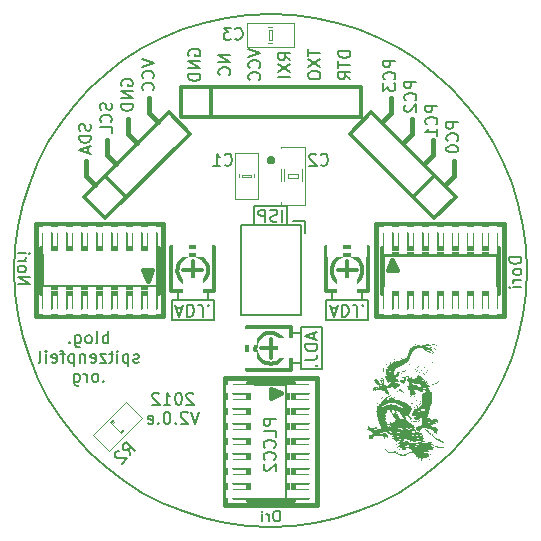
<source format=gbo>
G04 (created by PCBNEW-RS274X (2012-jan-04)-stable) date Wed 09 May 2012 11:46:24 AM CEST*
G01*
G70*
G90*
%MOIN*%
G04 Gerber Fmt 3.4, Leading zero omitted, Abs format*
%FSLAX34Y34*%
G04 APERTURE LIST*
%ADD10C,0.006000*%
%ADD11C,0.008000*%
%ADD12C,0.015000*%
%ADD13C,0.000100*%
%ADD14C,0.002600*%
%ADD15C,0.002000*%
%ADD16C,0.004000*%
%ADD17C,0.012000*%
%ADD18C,0.173400*%
%ADD19R,0.068000X0.068000*%
%ADD20C,0.068000*%
%ADD21R,0.031600X0.094600*%
%ADD22R,0.094600X0.031600*%
%ADD23R,0.067000X0.059100*%
%ADD24R,0.078800X0.070900*%
%ADD25R,0.059100X0.067000*%
%ADD26R,0.055200X0.055200*%
%ADD27R,0.067100X0.071000*%
%ADD28R,0.071000X0.067100*%
%ADD29R,0.063000X0.063000*%
%ADD30C,0.063000*%
G04 APERTURE END LIST*
G54D10*
G54D11*
X27341Y-30280D02*
X27341Y-29880D01*
X27341Y-30032D02*
X27303Y-30013D01*
X27226Y-30013D01*
X27188Y-30032D01*
X27169Y-30051D01*
X27150Y-30089D01*
X27150Y-30204D01*
X27169Y-30242D01*
X27188Y-30261D01*
X27226Y-30280D01*
X27303Y-30280D01*
X27341Y-30261D01*
X26922Y-30280D02*
X26960Y-30261D01*
X26979Y-30223D01*
X26979Y-29880D01*
X26712Y-30280D02*
X26750Y-30261D01*
X26769Y-30242D01*
X26788Y-30204D01*
X26788Y-30089D01*
X26769Y-30051D01*
X26750Y-30032D01*
X26712Y-30013D01*
X26654Y-30013D01*
X26616Y-30032D01*
X26597Y-30051D01*
X26578Y-30089D01*
X26578Y-30204D01*
X26597Y-30242D01*
X26616Y-30261D01*
X26654Y-30280D01*
X26712Y-30280D01*
X26235Y-30013D02*
X26235Y-30337D01*
X26254Y-30375D01*
X26273Y-30394D01*
X26312Y-30413D01*
X26369Y-30413D01*
X26407Y-30394D01*
X26235Y-30261D02*
X26273Y-30280D01*
X26350Y-30280D01*
X26388Y-30261D01*
X26407Y-30242D01*
X26426Y-30204D01*
X26426Y-30089D01*
X26407Y-30051D01*
X26388Y-30032D01*
X26350Y-30013D01*
X26273Y-30013D01*
X26235Y-30032D01*
X26045Y-30242D02*
X26026Y-30261D01*
X26045Y-30280D01*
X26064Y-30261D01*
X26045Y-30242D01*
X26045Y-30280D01*
X28351Y-30901D02*
X28313Y-30920D01*
X28237Y-30920D01*
X28198Y-30901D01*
X28179Y-30863D01*
X28179Y-30844D01*
X28198Y-30806D01*
X28237Y-30787D01*
X28294Y-30787D01*
X28332Y-30768D01*
X28351Y-30729D01*
X28351Y-30710D01*
X28332Y-30672D01*
X28294Y-30653D01*
X28237Y-30653D01*
X28198Y-30672D01*
X28008Y-30653D02*
X28008Y-31053D01*
X28008Y-30672D02*
X27970Y-30653D01*
X27893Y-30653D01*
X27855Y-30672D01*
X27836Y-30691D01*
X27817Y-30729D01*
X27817Y-30844D01*
X27836Y-30882D01*
X27855Y-30901D01*
X27893Y-30920D01*
X27970Y-30920D01*
X28008Y-30901D01*
X27646Y-30920D02*
X27646Y-30653D01*
X27646Y-30520D02*
X27665Y-30539D01*
X27646Y-30558D01*
X27627Y-30539D01*
X27646Y-30520D01*
X27646Y-30558D01*
X27513Y-30653D02*
X27361Y-30653D01*
X27456Y-30520D02*
X27456Y-30863D01*
X27437Y-30901D01*
X27399Y-30920D01*
X27361Y-30920D01*
X27265Y-30653D02*
X27055Y-30653D01*
X27265Y-30920D01*
X27055Y-30920D01*
X26750Y-30901D02*
X26788Y-30920D01*
X26865Y-30920D01*
X26903Y-30901D01*
X26922Y-30863D01*
X26922Y-30710D01*
X26903Y-30672D01*
X26865Y-30653D01*
X26788Y-30653D01*
X26750Y-30672D01*
X26731Y-30710D01*
X26731Y-30748D01*
X26922Y-30787D01*
X26560Y-30653D02*
X26560Y-30920D01*
X26560Y-30691D02*
X26541Y-30672D01*
X26503Y-30653D01*
X26445Y-30653D01*
X26407Y-30672D01*
X26388Y-30710D01*
X26388Y-30920D01*
X26198Y-30653D02*
X26198Y-31053D01*
X26198Y-30672D02*
X26160Y-30653D01*
X26083Y-30653D01*
X26045Y-30672D01*
X26026Y-30691D01*
X26007Y-30729D01*
X26007Y-30844D01*
X26026Y-30882D01*
X26045Y-30901D01*
X26083Y-30920D01*
X26160Y-30920D01*
X26198Y-30901D01*
X25893Y-30653D02*
X25741Y-30653D01*
X25836Y-30920D02*
X25836Y-30577D01*
X25817Y-30539D01*
X25779Y-30520D01*
X25741Y-30520D01*
X25454Y-30901D02*
X25492Y-30920D01*
X25569Y-30920D01*
X25607Y-30901D01*
X25626Y-30863D01*
X25626Y-30710D01*
X25607Y-30672D01*
X25569Y-30653D01*
X25492Y-30653D01*
X25454Y-30672D01*
X25435Y-30710D01*
X25435Y-30748D01*
X25626Y-30787D01*
X25264Y-30920D02*
X25264Y-30653D01*
X25264Y-30520D02*
X25283Y-30539D01*
X25264Y-30558D01*
X25245Y-30539D01*
X25264Y-30520D01*
X25264Y-30558D01*
X25017Y-30920D02*
X25055Y-30901D01*
X25074Y-30863D01*
X25074Y-30520D01*
X27179Y-31522D02*
X27160Y-31541D01*
X27179Y-31560D01*
X27198Y-31541D01*
X27179Y-31522D01*
X27179Y-31560D01*
X26932Y-31560D02*
X26970Y-31541D01*
X26989Y-31522D01*
X27008Y-31484D01*
X27008Y-31369D01*
X26989Y-31331D01*
X26970Y-31312D01*
X26932Y-31293D01*
X26874Y-31293D01*
X26836Y-31312D01*
X26817Y-31331D01*
X26798Y-31369D01*
X26798Y-31484D01*
X26817Y-31522D01*
X26836Y-31541D01*
X26874Y-31560D01*
X26932Y-31560D01*
X26627Y-31560D02*
X26627Y-31293D01*
X26627Y-31369D02*
X26608Y-31331D01*
X26589Y-31312D01*
X26551Y-31293D01*
X26512Y-31293D01*
X26207Y-31293D02*
X26207Y-31617D01*
X26226Y-31655D01*
X26245Y-31674D01*
X26284Y-31693D01*
X26341Y-31693D01*
X26379Y-31674D01*
X26207Y-31541D02*
X26245Y-31560D01*
X26322Y-31560D01*
X26360Y-31541D01*
X26379Y-31522D01*
X26398Y-31484D01*
X26398Y-31369D01*
X26379Y-31331D01*
X26360Y-31312D01*
X26322Y-31293D01*
X26245Y-31293D01*
X26207Y-31312D01*
X30174Y-31965D02*
X30155Y-31946D01*
X30117Y-31927D01*
X30021Y-31927D01*
X29983Y-31946D01*
X29964Y-31965D01*
X29945Y-32003D01*
X29945Y-32041D01*
X29964Y-32098D01*
X30193Y-32327D01*
X29945Y-32327D01*
X29698Y-31927D02*
X29659Y-31927D01*
X29621Y-31946D01*
X29602Y-31965D01*
X29583Y-32003D01*
X29564Y-32079D01*
X29564Y-32175D01*
X29583Y-32251D01*
X29602Y-32289D01*
X29621Y-32308D01*
X29659Y-32327D01*
X29698Y-32327D01*
X29736Y-32308D01*
X29755Y-32289D01*
X29774Y-32251D01*
X29793Y-32175D01*
X29793Y-32079D01*
X29774Y-32003D01*
X29755Y-31965D01*
X29736Y-31946D01*
X29698Y-31927D01*
X29183Y-32327D02*
X29412Y-32327D01*
X29298Y-32327D02*
X29298Y-31927D01*
X29336Y-31984D01*
X29374Y-32022D01*
X29412Y-32041D01*
X29031Y-31965D02*
X29012Y-31946D01*
X28974Y-31927D01*
X28878Y-31927D01*
X28840Y-31946D01*
X28821Y-31965D01*
X28802Y-32003D01*
X28802Y-32041D01*
X28821Y-32098D01*
X29050Y-32327D01*
X28802Y-32327D01*
X30364Y-32567D02*
X30231Y-32967D01*
X30097Y-32567D01*
X29983Y-32605D02*
X29964Y-32586D01*
X29926Y-32567D01*
X29830Y-32567D01*
X29792Y-32586D01*
X29773Y-32605D01*
X29754Y-32643D01*
X29754Y-32681D01*
X29773Y-32738D01*
X30002Y-32967D01*
X29754Y-32967D01*
X29583Y-32929D02*
X29564Y-32948D01*
X29583Y-32967D01*
X29602Y-32948D01*
X29583Y-32929D01*
X29583Y-32967D01*
X29317Y-32567D02*
X29278Y-32567D01*
X29240Y-32586D01*
X29221Y-32605D01*
X29202Y-32643D01*
X29183Y-32719D01*
X29183Y-32815D01*
X29202Y-32891D01*
X29221Y-32929D01*
X29240Y-32948D01*
X29278Y-32967D01*
X29317Y-32967D01*
X29355Y-32948D01*
X29374Y-32929D01*
X29393Y-32891D01*
X29412Y-32815D01*
X29412Y-32719D01*
X29393Y-32643D01*
X29374Y-32605D01*
X29355Y-32586D01*
X29317Y-32567D01*
X29012Y-32929D02*
X28993Y-32948D01*
X29012Y-32967D01*
X29031Y-32948D01*
X29012Y-32929D01*
X29012Y-32967D01*
X28669Y-32948D02*
X28707Y-32967D01*
X28784Y-32967D01*
X28822Y-32948D01*
X28841Y-32910D01*
X28841Y-32757D01*
X28822Y-32719D01*
X28784Y-32700D01*
X28707Y-32700D01*
X28669Y-32719D01*
X28650Y-32757D01*
X28650Y-32795D01*
X28841Y-32834D01*
X33900Y-26200D02*
X33900Y-26600D01*
X33900Y-26200D02*
X33500Y-26200D01*
X32205Y-26339D02*
X33307Y-26339D01*
X32205Y-25709D02*
X32205Y-26339D01*
X33307Y-25709D02*
X33307Y-26339D01*
X33307Y-25709D02*
X32205Y-25709D01*
X32981Y-35855D02*
X32914Y-35855D01*
X32881Y-35871D01*
X32848Y-35905D01*
X32831Y-35971D01*
X32831Y-36088D01*
X32848Y-36155D01*
X32881Y-36188D01*
X32914Y-36205D01*
X32981Y-36205D01*
X33014Y-36188D01*
X33048Y-36155D01*
X33064Y-36088D01*
X33064Y-35971D01*
X33048Y-35905D01*
X33014Y-35871D01*
X32981Y-35855D01*
X32681Y-36205D02*
X32681Y-35971D01*
X32681Y-36038D02*
X32664Y-36005D01*
X32647Y-35988D01*
X32614Y-35971D01*
X32581Y-35971D01*
X32464Y-36205D02*
X32464Y-35971D01*
X32464Y-35855D02*
X32480Y-35871D01*
X32464Y-35888D01*
X32447Y-35871D01*
X32464Y-35855D01*
X32464Y-35888D01*
X24326Y-28309D02*
X24726Y-28309D01*
X24326Y-28080D01*
X24726Y-28080D01*
X24326Y-27833D02*
X24345Y-27871D01*
X24364Y-27890D01*
X24402Y-27909D01*
X24517Y-27909D01*
X24555Y-27890D01*
X24574Y-27871D01*
X24593Y-27833D01*
X24593Y-27775D01*
X24574Y-27737D01*
X24555Y-27718D01*
X24517Y-27699D01*
X24402Y-27699D01*
X24364Y-27718D01*
X24345Y-27737D01*
X24326Y-27775D01*
X24326Y-27833D01*
X24326Y-27528D02*
X24593Y-27528D01*
X24517Y-27528D02*
X24555Y-27509D01*
X24574Y-27490D01*
X24593Y-27452D01*
X24593Y-27413D01*
X24326Y-27280D02*
X24593Y-27280D01*
X24726Y-27280D02*
X24707Y-27299D01*
X24688Y-27280D01*
X24707Y-27261D01*
X24726Y-27280D01*
X24688Y-27280D01*
X41107Y-27408D02*
X40707Y-27408D01*
X40707Y-27503D01*
X40726Y-27561D01*
X40764Y-27599D01*
X40802Y-27618D01*
X40878Y-27637D01*
X40935Y-27637D01*
X41012Y-27618D01*
X41050Y-27599D01*
X41088Y-27561D01*
X41107Y-27503D01*
X41107Y-27408D01*
X41107Y-27865D02*
X41088Y-27827D01*
X41069Y-27808D01*
X41031Y-27789D01*
X40916Y-27789D01*
X40878Y-27808D01*
X40859Y-27827D01*
X40840Y-27865D01*
X40840Y-27923D01*
X40859Y-27961D01*
X40878Y-27980D01*
X40916Y-27999D01*
X41031Y-27999D01*
X41069Y-27980D01*
X41088Y-27961D01*
X41107Y-27923D01*
X41107Y-27865D01*
X41107Y-28170D02*
X40840Y-28170D01*
X40916Y-28170D02*
X40878Y-28189D01*
X40859Y-28208D01*
X40840Y-28246D01*
X40840Y-28285D01*
X41107Y-28418D02*
X40840Y-28418D01*
X40707Y-28418D02*
X40726Y-28399D01*
X40745Y-28418D01*
X40726Y-28437D01*
X40707Y-28418D01*
X40745Y-28418D01*
X33750Y-28250D02*
X33750Y-29350D01*
X33146Y-26225D02*
X33146Y-25825D01*
X32975Y-26206D02*
X32918Y-26225D01*
X32822Y-26225D01*
X32784Y-26206D01*
X32765Y-26187D01*
X32746Y-26149D01*
X32746Y-26111D01*
X32765Y-26073D01*
X32784Y-26053D01*
X32822Y-26034D01*
X32899Y-26015D01*
X32937Y-25996D01*
X32956Y-25977D01*
X32975Y-25939D01*
X32975Y-25901D01*
X32956Y-25863D01*
X32937Y-25844D01*
X32899Y-25825D01*
X32803Y-25825D01*
X32746Y-25844D01*
X32575Y-26225D02*
X32575Y-25825D01*
X32422Y-25825D01*
X32384Y-25844D01*
X32365Y-25863D01*
X32346Y-25901D01*
X32346Y-25958D01*
X32365Y-25996D01*
X32384Y-26015D01*
X32422Y-26034D01*
X32575Y-26034D01*
X33750Y-31150D02*
X33750Y-29750D01*
X34450Y-31150D02*
X33750Y-31150D01*
X34450Y-29750D02*
X34450Y-31150D01*
X33750Y-29750D02*
X34450Y-29750D01*
X33450Y-29950D02*
X33450Y-30950D01*
X33450Y-30950D02*
X33750Y-30950D01*
X33450Y-29950D02*
X33750Y-29950D01*
X34800Y-28550D02*
X35800Y-28550D01*
X29650Y-28550D02*
X30650Y-28550D01*
X30650Y-28550D02*
X30650Y-28850D01*
X29650Y-28550D02*
X29650Y-28850D01*
X35800Y-28550D02*
X35800Y-28850D01*
X34800Y-28550D02*
X34800Y-28850D01*
X29450Y-29500D02*
X29450Y-28850D01*
X30850Y-29500D02*
X29450Y-29500D01*
X30850Y-28850D02*
X30850Y-29500D01*
X29450Y-28850D02*
X30850Y-28850D01*
X36000Y-28850D02*
X34600Y-28850D01*
X36000Y-29500D02*
X36000Y-28850D01*
X34600Y-29500D02*
X36000Y-29500D01*
X34600Y-28850D02*
X34600Y-29500D01*
X29607Y-29102D02*
X29798Y-29102D01*
X29569Y-28988D02*
X29702Y-29388D01*
X29836Y-28988D01*
X29969Y-28988D02*
X29969Y-29388D01*
X30064Y-29388D01*
X30122Y-29369D01*
X30160Y-29331D01*
X30179Y-29293D01*
X30198Y-29217D01*
X30198Y-29160D01*
X30179Y-29083D01*
X30160Y-29045D01*
X30122Y-29007D01*
X30064Y-28988D01*
X29969Y-28988D01*
X30484Y-29388D02*
X30484Y-29102D01*
X30464Y-29045D01*
X30426Y-29007D01*
X30369Y-28988D01*
X30331Y-28988D01*
X30674Y-29026D02*
X30693Y-29007D01*
X30674Y-28988D01*
X30655Y-29007D01*
X30674Y-29026D01*
X30674Y-28988D01*
X34198Y-29957D02*
X34198Y-30148D01*
X34312Y-29919D02*
X33912Y-30052D01*
X34312Y-30186D01*
X34312Y-30319D02*
X33912Y-30319D01*
X33912Y-30414D01*
X33931Y-30472D01*
X33969Y-30510D01*
X34007Y-30529D01*
X34083Y-30548D01*
X34140Y-30548D01*
X34217Y-30529D01*
X34255Y-30510D01*
X34293Y-30472D01*
X34312Y-30414D01*
X34312Y-30319D01*
X33912Y-30834D02*
X34198Y-30834D01*
X34255Y-30814D01*
X34293Y-30776D01*
X34312Y-30719D01*
X34312Y-30681D01*
X34274Y-31024D02*
X34293Y-31043D01*
X34312Y-31024D01*
X34293Y-31005D01*
X34274Y-31024D01*
X34312Y-31024D01*
X32918Y-32804D02*
X32518Y-32804D01*
X32518Y-32957D01*
X32537Y-32995D01*
X32556Y-33014D01*
X32594Y-33033D01*
X32651Y-33033D01*
X32689Y-33014D01*
X32708Y-32995D01*
X32727Y-32957D01*
X32727Y-32804D01*
X32918Y-33395D02*
X32918Y-33204D01*
X32518Y-33204D01*
X32880Y-33757D02*
X32899Y-33738D01*
X32918Y-33681D01*
X32918Y-33643D01*
X32899Y-33585D01*
X32861Y-33547D01*
X32823Y-33528D01*
X32746Y-33509D01*
X32689Y-33509D01*
X32613Y-33528D01*
X32575Y-33547D01*
X32537Y-33585D01*
X32518Y-33643D01*
X32518Y-33681D01*
X32537Y-33738D01*
X32556Y-33757D01*
X32880Y-34157D02*
X32899Y-34138D01*
X32918Y-34081D01*
X32918Y-34043D01*
X32899Y-33985D01*
X32861Y-33947D01*
X32823Y-33928D01*
X32746Y-33909D01*
X32689Y-33909D01*
X32613Y-33928D01*
X32575Y-33947D01*
X32537Y-33985D01*
X32518Y-34043D01*
X32518Y-34081D01*
X32537Y-34138D01*
X32556Y-34157D01*
X32556Y-34309D02*
X32537Y-34328D01*
X32518Y-34366D01*
X32518Y-34462D01*
X32537Y-34500D01*
X32556Y-34519D01*
X32594Y-34538D01*
X32632Y-34538D01*
X32689Y-34519D01*
X32918Y-34290D01*
X32918Y-34538D01*
G54D12*
X32800Y-24161D02*
X32799Y-24170D01*
X32796Y-24180D01*
X32791Y-24188D01*
X32785Y-24196D01*
X32777Y-24202D01*
X32769Y-24207D01*
X32760Y-24209D01*
X32750Y-24210D01*
X32741Y-24210D01*
X32732Y-24207D01*
X32723Y-24202D01*
X32716Y-24196D01*
X32709Y-24189D01*
X32705Y-24180D01*
X32702Y-24171D01*
X32701Y-24161D01*
X32701Y-24152D01*
X32704Y-24143D01*
X32708Y-24134D01*
X32715Y-24127D01*
X32722Y-24120D01*
X32730Y-24116D01*
X32740Y-24113D01*
X32749Y-24112D01*
X32758Y-24112D01*
X32768Y-24115D01*
X32776Y-24119D01*
X32784Y-24125D01*
X32790Y-24133D01*
X32795Y-24141D01*
X32798Y-24150D01*
X32799Y-24160D01*
X32800Y-24161D01*
G54D11*
X34757Y-29102D02*
X34948Y-29102D01*
X34719Y-28988D02*
X34852Y-29388D01*
X34986Y-28988D01*
X35119Y-28988D02*
X35119Y-29388D01*
X35214Y-29388D01*
X35272Y-29369D01*
X35310Y-29331D01*
X35329Y-29293D01*
X35348Y-29217D01*
X35348Y-29160D01*
X35329Y-29083D01*
X35310Y-29045D01*
X35272Y-29007D01*
X35214Y-28988D01*
X35119Y-28988D01*
X35634Y-29388D02*
X35634Y-29102D01*
X35614Y-29045D01*
X35576Y-29007D01*
X35519Y-28988D01*
X35481Y-28988D01*
X35824Y-29026D02*
X35843Y-29007D01*
X35824Y-28988D01*
X35805Y-29007D01*
X35824Y-29026D01*
X35824Y-28988D01*
X39012Y-22905D02*
X38612Y-22905D01*
X38612Y-23058D01*
X38631Y-23096D01*
X38650Y-23115D01*
X38688Y-23134D01*
X38745Y-23134D01*
X38783Y-23115D01*
X38802Y-23096D01*
X38821Y-23058D01*
X38821Y-22905D01*
X38974Y-23534D02*
X38993Y-23515D01*
X39012Y-23458D01*
X39012Y-23420D01*
X38993Y-23362D01*
X38955Y-23324D01*
X38917Y-23305D01*
X38840Y-23286D01*
X38783Y-23286D01*
X38707Y-23305D01*
X38669Y-23324D01*
X38631Y-23362D01*
X38612Y-23420D01*
X38612Y-23458D01*
X38631Y-23515D01*
X38650Y-23534D01*
X38612Y-23781D02*
X38612Y-23820D01*
X38631Y-23858D01*
X38650Y-23877D01*
X38688Y-23896D01*
X38764Y-23915D01*
X38860Y-23915D01*
X38936Y-23896D01*
X38974Y-23877D01*
X38993Y-23858D01*
X39012Y-23820D01*
X39012Y-23781D01*
X38993Y-23743D01*
X38974Y-23724D01*
X38936Y-23705D01*
X38860Y-23686D01*
X38764Y-23686D01*
X38688Y-23705D01*
X38650Y-23724D01*
X38631Y-23743D01*
X38612Y-23781D01*
X38312Y-22355D02*
X37912Y-22355D01*
X37912Y-22508D01*
X37931Y-22546D01*
X37950Y-22565D01*
X37988Y-22584D01*
X38045Y-22584D01*
X38083Y-22565D01*
X38102Y-22546D01*
X38121Y-22508D01*
X38121Y-22355D01*
X38274Y-22984D02*
X38293Y-22965D01*
X38312Y-22908D01*
X38312Y-22870D01*
X38293Y-22812D01*
X38255Y-22774D01*
X38217Y-22755D01*
X38140Y-22736D01*
X38083Y-22736D01*
X38007Y-22755D01*
X37969Y-22774D01*
X37931Y-22812D01*
X37912Y-22870D01*
X37912Y-22908D01*
X37931Y-22965D01*
X37950Y-22984D01*
X38312Y-23365D02*
X38312Y-23136D01*
X38312Y-23250D02*
X37912Y-23250D01*
X37969Y-23212D01*
X38007Y-23174D01*
X38026Y-23136D01*
X37612Y-21555D02*
X37212Y-21555D01*
X37212Y-21708D01*
X37231Y-21746D01*
X37250Y-21765D01*
X37288Y-21784D01*
X37345Y-21784D01*
X37383Y-21765D01*
X37402Y-21746D01*
X37421Y-21708D01*
X37421Y-21555D01*
X37574Y-22184D02*
X37593Y-22165D01*
X37612Y-22108D01*
X37612Y-22070D01*
X37593Y-22012D01*
X37555Y-21974D01*
X37517Y-21955D01*
X37440Y-21936D01*
X37383Y-21936D01*
X37307Y-21955D01*
X37269Y-21974D01*
X37231Y-22012D01*
X37212Y-22070D01*
X37212Y-22108D01*
X37231Y-22165D01*
X37250Y-22184D01*
X37250Y-22336D02*
X37231Y-22355D01*
X37212Y-22393D01*
X37212Y-22489D01*
X37231Y-22527D01*
X37250Y-22546D01*
X37288Y-22565D01*
X37326Y-22565D01*
X37383Y-22546D01*
X37612Y-22317D01*
X37612Y-22565D01*
X36912Y-20855D02*
X36512Y-20855D01*
X36512Y-21008D01*
X36531Y-21046D01*
X36550Y-21065D01*
X36588Y-21084D01*
X36645Y-21084D01*
X36683Y-21065D01*
X36702Y-21046D01*
X36721Y-21008D01*
X36721Y-20855D01*
X36874Y-21484D02*
X36893Y-21465D01*
X36912Y-21408D01*
X36912Y-21370D01*
X36893Y-21312D01*
X36855Y-21274D01*
X36817Y-21255D01*
X36740Y-21236D01*
X36683Y-21236D01*
X36607Y-21255D01*
X36569Y-21274D01*
X36531Y-21312D01*
X36512Y-21370D01*
X36512Y-21408D01*
X36531Y-21465D01*
X36550Y-21484D01*
X36512Y-21617D02*
X36512Y-21865D01*
X36664Y-21731D01*
X36664Y-21789D01*
X36683Y-21827D01*
X36702Y-21846D01*
X36740Y-21865D01*
X36836Y-21865D01*
X36874Y-21846D01*
X36893Y-21827D01*
X36912Y-21789D01*
X36912Y-21674D01*
X36893Y-21636D01*
X36874Y-21617D01*
G54D12*
X38850Y-24700D02*
X38850Y-24200D01*
X38550Y-25000D02*
X38850Y-24700D01*
X38150Y-24000D02*
X38150Y-23500D01*
X37850Y-24300D02*
X38150Y-24000D01*
X37450Y-23300D02*
X37450Y-22800D01*
X37150Y-23600D02*
X37450Y-23300D01*
X36750Y-22600D02*
X36750Y-22100D01*
X36450Y-22900D02*
X36750Y-22600D01*
X28700Y-22600D02*
X28700Y-22100D01*
X28000Y-23300D02*
X28000Y-22800D01*
X27300Y-24000D02*
X27300Y-23500D01*
X26600Y-24700D02*
X26600Y-24200D01*
X26900Y-25000D02*
X26600Y-24700D01*
X27600Y-24300D02*
X27300Y-24000D01*
X28300Y-23600D02*
X28000Y-23300D01*
X29000Y-22900D02*
X28700Y-22600D01*
G54D11*
X26743Y-22964D02*
X26762Y-23021D01*
X26762Y-23117D01*
X26743Y-23155D01*
X26724Y-23174D01*
X26686Y-23193D01*
X26648Y-23193D01*
X26610Y-23174D01*
X26590Y-23155D01*
X26571Y-23117D01*
X26552Y-23040D01*
X26533Y-23002D01*
X26514Y-22983D01*
X26476Y-22964D01*
X26438Y-22964D01*
X26400Y-22983D01*
X26381Y-23002D01*
X26362Y-23040D01*
X26362Y-23136D01*
X26381Y-23193D01*
X26762Y-23364D02*
X26362Y-23364D01*
X26362Y-23459D01*
X26381Y-23517D01*
X26419Y-23555D01*
X26457Y-23574D01*
X26533Y-23593D01*
X26590Y-23593D01*
X26667Y-23574D01*
X26705Y-23555D01*
X26743Y-23517D01*
X26762Y-23459D01*
X26762Y-23364D01*
X26648Y-23745D02*
X26648Y-23936D01*
X26762Y-23707D02*
X26362Y-23840D01*
X26762Y-23974D01*
X27443Y-22274D02*
X27462Y-22331D01*
X27462Y-22427D01*
X27443Y-22465D01*
X27424Y-22484D01*
X27386Y-22503D01*
X27348Y-22503D01*
X27310Y-22484D01*
X27290Y-22465D01*
X27271Y-22427D01*
X27252Y-22350D01*
X27233Y-22312D01*
X27214Y-22293D01*
X27176Y-22274D01*
X27138Y-22274D01*
X27100Y-22293D01*
X27081Y-22312D01*
X27062Y-22350D01*
X27062Y-22446D01*
X27081Y-22503D01*
X27424Y-22903D02*
X27443Y-22884D01*
X27462Y-22827D01*
X27462Y-22789D01*
X27443Y-22731D01*
X27405Y-22693D01*
X27367Y-22674D01*
X27290Y-22655D01*
X27233Y-22655D01*
X27157Y-22674D01*
X27119Y-22693D01*
X27081Y-22731D01*
X27062Y-22789D01*
X27062Y-22827D01*
X27081Y-22884D01*
X27100Y-22903D01*
X27462Y-23265D02*
X27462Y-23074D01*
X27062Y-23074D01*
X27781Y-21696D02*
X27762Y-21658D01*
X27762Y-21601D01*
X27781Y-21543D01*
X27819Y-21505D01*
X27857Y-21486D01*
X27933Y-21467D01*
X27990Y-21467D01*
X28067Y-21486D01*
X28105Y-21505D01*
X28143Y-21543D01*
X28162Y-21601D01*
X28162Y-21639D01*
X28143Y-21696D01*
X28124Y-21715D01*
X27990Y-21715D01*
X27990Y-21639D01*
X28162Y-21886D02*
X27762Y-21886D01*
X28162Y-22115D01*
X27762Y-22115D01*
X28162Y-22305D02*
X27762Y-22305D01*
X27762Y-22400D01*
X27781Y-22458D01*
X27819Y-22496D01*
X27857Y-22515D01*
X27933Y-22534D01*
X27990Y-22534D01*
X28067Y-22515D01*
X28105Y-22496D01*
X28143Y-22458D01*
X28162Y-22400D01*
X28162Y-22305D01*
X28462Y-20817D02*
X28862Y-20950D01*
X28462Y-21084D01*
X28824Y-21446D02*
X28843Y-21427D01*
X28862Y-21370D01*
X28862Y-21332D01*
X28843Y-21274D01*
X28805Y-21236D01*
X28767Y-21217D01*
X28690Y-21198D01*
X28633Y-21198D01*
X28557Y-21217D01*
X28519Y-21236D01*
X28481Y-21274D01*
X28462Y-21332D01*
X28462Y-21370D01*
X28481Y-21427D01*
X28500Y-21446D01*
X28824Y-21846D02*
X28843Y-21827D01*
X28862Y-21770D01*
X28862Y-21732D01*
X28843Y-21674D01*
X28805Y-21636D01*
X28767Y-21617D01*
X28690Y-21598D01*
X28633Y-21598D01*
X28557Y-21617D01*
X28519Y-21636D01*
X28481Y-21674D01*
X28462Y-21732D01*
X28462Y-21770D01*
X28481Y-21827D01*
X28500Y-21846D01*
X35412Y-20543D02*
X35012Y-20543D01*
X35012Y-20638D01*
X35031Y-20696D01*
X35069Y-20734D01*
X35107Y-20753D01*
X35183Y-20772D01*
X35240Y-20772D01*
X35317Y-20753D01*
X35355Y-20734D01*
X35393Y-20696D01*
X35412Y-20638D01*
X35412Y-20543D01*
X35012Y-20886D02*
X35012Y-21115D01*
X35412Y-21000D02*
X35012Y-21000D01*
X35412Y-21477D02*
X35221Y-21343D01*
X35412Y-21248D02*
X35012Y-21248D01*
X35012Y-21401D01*
X35031Y-21439D01*
X35050Y-21458D01*
X35088Y-21477D01*
X35145Y-21477D01*
X35183Y-21458D01*
X35202Y-21439D01*
X35221Y-21401D01*
X35221Y-21248D01*
X31412Y-20686D02*
X31012Y-20686D01*
X31412Y-20915D01*
X31012Y-20915D01*
X31374Y-21334D02*
X31393Y-21315D01*
X31412Y-21258D01*
X31412Y-21220D01*
X31393Y-21162D01*
X31355Y-21124D01*
X31317Y-21105D01*
X31240Y-21086D01*
X31183Y-21086D01*
X31107Y-21105D01*
X31069Y-21124D01*
X31031Y-21162D01*
X31012Y-21220D01*
X31012Y-21258D01*
X31031Y-21315D01*
X31050Y-21334D01*
X32012Y-20467D02*
X32412Y-20600D01*
X32012Y-20734D01*
X32374Y-21096D02*
X32393Y-21077D01*
X32412Y-21020D01*
X32412Y-20982D01*
X32393Y-20924D01*
X32355Y-20886D01*
X32317Y-20867D01*
X32240Y-20848D01*
X32183Y-20848D01*
X32107Y-20867D01*
X32069Y-20886D01*
X32031Y-20924D01*
X32012Y-20982D01*
X32012Y-21020D01*
X32031Y-21077D01*
X32050Y-21096D01*
X32374Y-21496D02*
X32393Y-21477D01*
X32412Y-21420D01*
X32412Y-21382D01*
X32393Y-21324D01*
X32355Y-21286D01*
X32317Y-21267D01*
X32240Y-21248D01*
X32183Y-21248D01*
X32107Y-21267D01*
X32069Y-21286D01*
X32031Y-21324D01*
X32012Y-21382D01*
X32012Y-21420D01*
X32031Y-21477D01*
X32050Y-21496D01*
X33412Y-20839D02*
X33221Y-20705D01*
X33412Y-20610D02*
X33012Y-20610D01*
X33012Y-20763D01*
X33031Y-20801D01*
X33050Y-20820D01*
X33088Y-20839D01*
X33145Y-20839D01*
X33183Y-20820D01*
X33202Y-20801D01*
X33221Y-20763D01*
X33221Y-20610D01*
X33012Y-20972D02*
X33412Y-21239D01*
X33012Y-21239D02*
X33412Y-20972D01*
X33412Y-21391D02*
X33012Y-21391D01*
X34012Y-20486D02*
X34012Y-20715D01*
X34412Y-20600D02*
X34012Y-20600D01*
X34012Y-20810D02*
X34412Y-21077D01*
X34012Y-21077D02*
X34412Y-20810D01*
X34012Y-21305D02*
X34012Y-21382D01*
X34031Y-21420D01*
X34069Y-21458D01*
X34145Y-21477D01*
X34279Y-21477D01*
X34355Y-21458D01*
X34393Y-21420D01*
X34412Y-21382D01*
X34412Y-21305D01*
X34393Y-21267D01*
X34355Y-21229D01*
X34279Y-21210D01*
X34145Y-21210D01*
X34069Y-21229D01*
X34031Y-21267D01*
X34012Y-21305D01*
X30031Y-20696D02*
X30012Y-20658D01*
X30012Y-20601D01*
X30031Y-20543D01*
X30069Y-20505D01*
X30107Y-20486D01*
X30183Y-20467D01*
X30240Y-20467D01*
X30317Y-20486D01*
X30355Y-20505D01*
X30393Y-20543D01*
X30412Y-20601D01*
X30412Y-20639D01*
X30393Y-20696D01*
X30374Y-20715D01*
X30240Y-20715D01*
X30240Y-20639D01*
X30412Y-20886D02*
X30012Y-20886D01*
X30412Y-21115D01*
X30012Y-21115D01*
X30412Y-21305D02*
X30012Y-21305D01*
X30012Y-21400D01*
X30031Y-21458D01*
X30069Y-21496D01*
X30107Y-21515D01*
X30183Y-21534D01*
X30240Y-21534D01*
X30317Y-21515D01*
X30355Y-21496D01*
X30393Y-21458D01*
X30412Y-21400D01*
X30412Y-21305D01*
X32750Y-19300D02*
X32005Y-19333D01*
X31266Y-19430D01*
X30538Y-19592D01*
X29826Y-19816D01*
X29137Y-20102D01*
X28476Y-20446D01*
X27846Y-20847D01*
X27255Y-21301D01*
X26705Y-21805D01*
X26201Y-22355D01*
X25747Y-22946D01*
X25346Y-23576D01*
X25002Y-24237D01*
X24716Y-24926D01*
X24492Y-25638D01*
X24330Y-26366D01*
X24233Y-27105D01*
X24200Y-27850D01*
X24200Y-27850D02*
X24233Y-28595D01*
X24330Y-29334D01*
X24492Y-30062D01*
X24716Y-30774D01*
X25002Y-31463D01*
X25346Y-32124D01*
X25747Y-32754D01*
X26201Y-33345D01*
X26705Y-33895D01*
X27255Y-34399D01*
X27846Y-34853D01*
X28476Y-35254D01*
X29137Y-35598D01*
X29826Y-35884D01*
X30538Y-36108D01*
X31266Y-36270D01*
X32005Y-36367D01*
X32750Y-36400D01*
X32750Y-36400D02*
X33495Y-36367D01*
X34234Y-36270D01*
X34962Y-36108D01*
X35674Y-35884D01*
X36363Y-35598D01*
X37025Y-35254D01*
X37654Y-34853D01*
X38245Y-34399D01*
X38795Y-33895D01*
X39299Y-33345D01*
X39753Y-32754D01*
X40154Y-32124D01*
X40498Y-31463D01*
X40784Y-30774D01*
X41008Y-30062D01*
X41170Y-29334D01*
X41267Y-28595D01*
X41300Y-27850D01*
X41300Y-27850D02*
X41267Y-27105D01*
X41170Y-26366D01*
X41008Y-25638D01*
X40784Y-24926D01*
X40498Y-24237D01*
X40154Y-23576D01*
X39753Y-22946D01*
X39299Y-22355D01*
X38795Y-21805D01*
X38245Y-21301D01*
X37654Y-20847D01*
X37025Y-20446D01*
X36363Y-20102D01*
X35674Y-19816D01*
X34962Y-19592D01*
X34234Y-19430D01*
X33495Y-19333D01*
X32750Y-19300D01*
G54D13*
G36*
X38545Y-33668D02*
X38545Y-33673D01*
X38544Y-33690D01*
X38541Y-33704D01*
X38537Y-33718D01*
X38532Y-33730D01*
X38525Y-33740D01*
X38516Y-33751D01*
X38515Y-33751D01*
X38504Y-33761D01*
X38493Y-33769D01*
X38480Y-33775D01*
X38465Y-33780D01*
X38449Y-33783D01*
X38430Y-33785D01*
X38418Y-33786D01*
X38398Y-33786D01*
X38379Y-33785D01*
X38361Y-33781D01*
X38343Y-33776D01*
X38329Y-33771D01*
X38317Y-33766D01*
X38306Y-33761D01*
X38295Y-33756D01*
X38283Y-33750D01*
X38270Y-33743D01*
X38257Y-33735D01*
X38242Y-33726D01*
X38225Y-33716D01*
X38211Y-33707D01*
X38195Y-33696D01*
X38180Y-33687D01*
X38166Y-33679D01*
X38154Y-33672D01*
X38143Y-33666D01*
X38133Y-33661D01*
X38122Y-33656D01*
X38112Y-33652D01*
X38103Y-33648D01*
X38095Y-33645D01*
X38086Y-33642D01*
X38076Y-33640D01*
X38067Y-33637D01*
X38058Y-33635D01*
X38050Y-33634D01*
X38043Y-33633D01*
X38038Y-33633D01*
X38035Y-33634D01*
X38034Y-33634D01*
X38034Y-33636D01*
X38036Y-33638D01*
X38040Y-33641D01*
X38047Y-33644D01*
X38054Y-33648D01*
X38064Y-33651D01*
X38074Y-33654D01*
X38078Y-33655D01*
X38087Y-33657D01*
X38095Y-33660D01*
X38102Y-33663D01*
X38109Y-33665D01*
X38113Y-33667D01*
X38115Y-33668D01*
X38116Y-33669D01*
X38116Y-33671D01*
X38116Y-33672D01*
X38114Y-33674D01*
X38110Y-33677D01*
X38104Y-33681D01*
X38096Y-33685D01*
X38087Y-33689D01*
X38085Y-33690D01*
X38074Y-33695D01*
X38066Y-33699D01*
X38060Y-33701D01*
X38060Y-33671D01*
X38060Y-33671D01*
X38057Y-33670D01*
X38053Y-33670D01*
X38049Y-33670D01*
X38049Y-33670D01*
X38047Y-33671D01*
X38048Y-33672D01*
X38049Y-33672D01*
X38054Y-33673D01*
X38059Y-33672D01*
X38060Y-33671D01*
X38060Y-33701D01*
X38059Y-33702D01*
X38054Y-33704D01*
X38051Y-33706D01*
X38050Y-33708D01*
X38049Y-33709D01*
X38049Y-33710D01*
X38050Y-33710D01*
X38051Y-33711D01*
X38054Y-33711D01*
X38058Y-33712D01*
X38065Y-33712D01*
X38073Y-33712D01*
X38084Y-33712D01*
X38097Y-33712D01*
X38110Y-33712D01*
X38121Y-33712D01*
X38130Y-33713D01*
X38136Y-33713D01*
X38141Y-33713D01*
X38143Y-33713D01*
X38144Y-33714D01*
X38145Y-33716D01*
X38145Y-33718D01*
X38143Y-33722D01*
X38139Y-33726D01*
X38134Y-33732D01*
X38128Y-33740D01*
X38123Y-33746D01*
X38120Y-33750D01*
X38119Y-33753D01*
X38119Y-33753D01*
X38120Y-33754D01*
X38122Y-33754D01*
X38126Y-33753D01*
X38132Y-33752D01*
X38139Y-33750D01*
X38149Y-33747D01*
X38161Y-33744D01*
X38161Y-33744D01*
X38173Y-33741D01*
X38182Y-33738D01*
X38188Y-33737D01*
X38194Y-33736D01*
X38197Y-33736D01*
X38199Y-33737D01*
X38200Y-33738D01*
X38199Y-33741D01*
X38197Y-33745D01*
X38194Y-33748D01*
X38192Y-33749D01*
X38186Y-33752D01*
X38177Y-33755D01*
X38166Y-33758D01*
X38153Y-33761D01*
X38141Y-33764D01*
X38129Y-33766D01*
X38118Y-33769D01*
X38108Y-33771D01*
X38100Y-33773D01*
X38097Y-33775D01*
X38097Y-33733D01*
X38097Y-33732D01*
X38095Y-33732D01*
X38091Y-33731D01*
X38090Y-33731D01*
X38084Y-33731D01*
X38078Y-33731D01*
X38071Y-33732D01*
X38066Y-33733D01*
X38063Y-33734D01*
X38063Y-33734D01*
X38062Y-33735D01*
X38062Y-33736D01*
X38064Y-33738D01*
X38065Y-33739D01*
X38071Y-33741D01*
X38078Y-33741D01*
X38086Y-33740D01*
X38086Y-33740D01*
X38091Y-33738D01*
X38095Y-33736D01*
X38096Y-33735D01*
X38097Y-33733D01*
X38097Y-33775D01*
X38095Y-33775D01*
X38092Y-33777D01*
X38091Y-33777D01*
X38092Y-33778D01*
X38095Y-33778D01*
X38098Y-33777D01*
X38103Y-33777D01*
X38108Y-33776D01*
X38113Y-33776D01*
X38120Y-33775D01*
X38128Y-33774D01*
X38136Y-33772D01*
X38138Y-33772D01*
X38149Y-33770D01*
X38157Y-33769D01*
X38164Y-33769D01*
X38168Y-33769D01*
X38170Y-33770D01*
X38170Y-33771D01*
X38169Y-33774D01*
X38165Y-33777D01*
X38159Y-33780D01*
X38150Y-33784D01*
X38139Y-33788D01*
X38127Y-33792D01*
X38112Y-33797D01*
X38107Y-33798D01*
X38100Y-33800D01*
X38095Y-33801D01*
X38091Y-33803D01*
X38089Y-33803D01*
X38089Y-33804D01*
X38088Y-33805D01*
X38091Y-33807D01*
X38095Y-33809D01*
X38100Y-33811D01*
X38106Y-33812D01*
X38112Y-33814D01*
X38120Y-33815D01*
X38128Y-33816D01*
X38139Y-33817D01*
X38144Y-33818D01*
X38152Y-33819D01*
X38159Y-33820D01*
X38163Y-33822D01*
X38165Y-33824D01*
X38166Y-33828D01*
X38166Y-33828D01*
X38165Y-33832D01*
X38161Y-33837D01*
X38155Y-33841D01*
X38148Y-33844D01*
X38139Y-33847D01*
X38130Y-33848D01*
X38120Y-33849D01*
X38120Y-33835D01*
X38119Y-33834D01*
X38117Y-33832D01*
X38114Y-33831D01*
X38108Y-33829D01*
X38101Y-33826D01*
X38091Y-33823D01*
X38083Y-33819D01*
X38076Y-33815D01*
X38068Y-33810D01*
X38064Y-33807D01*
X38054Y-33799D01*
X38046Y-33792D01*
X38041Y-33784D01*
X38038Y-33780D01*
X38036Y-33776D01*
X38035Y-33773D01*
X38036Y-33770D01*
X38039Y-33767D01*
X38042Y-33764D01*
X38039Y-33762D01*
X38035Y-33760D01*
X38030Y-33758D01*
X38025Y-33757D01*
X38019Y-33756D01*
X38015Y-33756D01*
X38014Y-33756D01*
X38011Y-33757D01*
X38010Y-33759D01*
X38011Y-33763D01*
X38013Y-33768D01*
X38017Y-33774D01*
X38022Y-33780D01*
X38029Y-33788D01*
X38038Y-33795D01*
X38046Y-33802D01*
X38055Y-33808D01*
X38062Y-33813D01*
X38071Y-33818D01*
X38079Y-33823D01*
X38088Y-33827D01*
X38095Y-33831D01*
X38102Y-33833D01*
X38105Y-33834D01*
X38109Y-33835D01*
X38113Y-33835D01*
X38117Y-33835D01*
X38119Y-33835D01*
X38120Y-33835D01*
X38120Y-33849D01*
X38115Y-33849D01*
X38098Y-33848D01*
X38081Y-33844D01*
X38064Y-33839D01*
X38048Y-33831D01*
X38032Y-33822D01*
X38017Y-33812D01*
X38010Y-33806D01*
X38007Y-33803D01*
X38004Y-33801D01*
X38003Y-33800D01*
X38003Y-33800D01*
X38004Y-33802D01*
X38006Y-33806D01*
X38010Y-33811D01*
X38016Y-33819D01*
X38019Y-33824D01*
X38025Y-33833D01*
X38030Y-33839D01*
X38032Y-33844D01*
X38034Y-33848D01*
X38034Y-33851D01*
X38032Y-33852D01*
X38031Y-33853D01*
X38028Y-33853D01*
X38024Y-33852D01*
X38018Y-33850D01*
X38011Y-33847D01*
X38002Y-33842D01*
X38000Y-33841D01*
X37994Y-33837D01*
X37988Y-33835D01*
X37985Y-33833D01*
X37982Y-33832D01*
X37982Y-33832D01*
X37981Y-33833D01*
X37981Y-33835D01*
X37982Y-33839D01*
X37983Y-33841D01*
X37988Y-33847D01*
X37992Y-33850D01*
X37996Y-33851D01*
X38001Y-33852D01*
X38006Y-33855D01*
X38012Y-33859D01*
X38019Y-33866D01*
X38026Y-33873D01*
X38032Y-33879D01*
X38037Y-33886D01*
X38041Y-33891D01*
X38044Y-33896D01*
X38046Y-33900D01*
X38046Y-33901D01*
X38045Y-33904D01*
X38042Y-33905D01*
X38037Y-33904D01*
X38031Y-33902D01*
X38023Y-33898D01*
X38014Y-33894D01*
X38004Y-33887D01*
X37996Y-33883D01*
X37991Y-33879D01*
X37986Y-33876D01*
X37982Y-33874D01*
X37980Y-33873D01*
X37980Y-33873D01*
X37979Y-33874D01*
X37978Y-33878D01*
X37977Y-33881D01*
X37976Y-33887D01*
X37974Y-33891D01*
X37971Y-33893D01*
X37970Y-33893D01*
X37967Y-33892D01*
X37964Y-33889D01*
X37959Y-33884D01*
X37954Y-33877D01*
X37953Y-33876D01*
X37949Y-33871D01*
X37949Y-33825D01*
X37949Y-33822D01*
X37948Y-33817D01*
X37947Y-33813D01*
X37945Y-33811D01*
X37944Y-33810D01*
X37941Y-33806D01*
X37942Y-33810D01*
X37942Y-33813D01*
X37944Y-33818D01*
X37945Y-33822D01*
X37946Y-33827D01*
X37947Y-33830D01*
X37948Y-33831D01*
X37948Y-33831D01*
X37949Y-33829D01*
X37949Y-33825D01*
X37949Y-33871D01*
X37947Y-33869D01*
X37943Y-33865D01*
X37940Y-33863D01*
X37938Y-33864D01*
X37936Y-33868D01*
X37935Y-33874D01*
X37934Y-33882D01*
X37934Y-33888D01*
X37933Y-33893D01*
X37933Y-33897D01*
X37933Y-33898D01*
X37932Y-33900D01*
X37930Y-33903D01*
X37928Y-33904D01*
X37925Y-33905D01*
X37921Y-33905D01*
X37919Y-33905D01*
X37919Y-33822D01*
X37919Y-33815D01*
X37918Y-33810D01*
X37918Y-33810D01*
X37917Y-33802D01*
X37911Y-33827D01*
X37908Y-33840D01*
X37906Y-33850D01*
X37905Y-33859D01*
X37904Y-33866D01*
X37905Y-33872D01*
X37906Y-33877D01*
X37906Y-33877D01*
X37908Y-33881D01*
X37910Y-33882D01*
X37911Y-33881D01*
X37913Y-33877D01*
X37914Y-33871D01*
X37915Y-33865D01*
X37916Y-33858D01*
X37917Y-33849D01*
X37918Y-33840D01*
X37918Y-33830D01*
X37919Y-33822D01*
X37919Y-33905D01*
X37917Y-33905D01*
X37909Y-33905D01*
X37902Y-33903D01*
X37897Y-33900D01*
X37892Y-33894D01*
X37886Y-33887D01*
X37886Y-33797D01*
X37886Y-33796D01*
X37885Y-33797D01*
X37886Y-33798D01*
X37886Y-33797D01*
X37886Y-33887D01*
X37886Y-33887D01*
X37886Y-33886D01*
X37885Y-33884D01*
X37885Y-33800D01*
X37885Y-33799D01*
X37884Y-33800D01*
X37882Y-33803D01*
X37881Y-33807D01*
X37879Y-33813D01*
X37877Y-33819D01*
X37875Y-33826D01*
X37874Y-33832D01*
X37872Y-33838D01*
X37872Y-33840D01*
X37871Y-33847D01*
X37869Y-33851D01*
X37866Y-33853D01*
X37864Y-33853D01*
X37861Y-33852D01*
X37860Y-33854D01*
X37860Y-33855D01*
X37859Y-33860D01*
X37860Y-33864D01*
X37862Y-33868D01*
X37865Y-33871D01*
X37867Y-33871D01*
X37869Y-33870D01*
X37871Y-33866D01*
X37872Y-33864D01*
X37874Y-33860D01*
X37876Y-33853D01*
X37878Y-33844D01*
X37880Y-33832D01*
X37880Y-33829D01*
X37882Y-33820D01*
X37883Y-33813D01*
X37884Y-33807D01*
X37884Y-33802D01*
X37885Y-33800D01*
X37885Y-33884D01*
X37881Y-33879D01*
X37874Y-33888D01*
X37867Y-33899D01*
X37862Y-33909D01*
X37860Y-33919D01*
X37860Y-33927D01*
X37862Y-33934D01*
X37866Y-33940D01*
X37866Y-33940D01*
X37869Y-33943D01*
X37870Y-33946D01*
X37868Y-33949D01*
X37867Y-33950D01*
X37862Y-33952D01*
X37857Y-33954D01*
X37850Y-33955D01*
X37844Y-33955D01*
X37844Y-33816D01*
X37842Y-33812D01*
X37840Y-33810D01*
X37838Y-33810D01*
X37835Y-33812D01*
X37832Y-33816D01*
X37828Y-33822D01*
X37823Y-33828D01*
X37819Y-33836D01*
X37817Y-33839D01*
X37814Y-33845D01*
X37812Y-33851D01*
X37810Y-33856D01*
X37809Y-33859D01*
X37809Y-33860D01*
X37809Y-33860D01*
X37811Y-33859D01*
X37813Y-33857D01*
X37815Y-33855D01*
X37820Y-33849D01*
X37825Y-33841D01*
X37829Y-33833D01*
X37832Y-33827D01*
X37833Y-33823D01*
X37835Y-33821D01*
X37837Y-33820D01*
X37839Y-33820D01*
X37842Y-33820D01*
X37844Y-33819D01*
X37844Y-33819D01*
X37844Y-33816D01*
X37844Y-33955D01*
X37842Y-33956D01*
X37835Y-33955D01*
X37828Y-33955D01*
X37822Y-33953D01*
X37817Y-33952D01*
X37815Y-33949D01*
X37814Y-33948D01*
X37815Y-33945D01*
X37819Y-33941D01*
X37824Y-33937D01*
X37826Y-33935D01*
X37829Y-33933D01*
X37830Y-33931D01*
X37830Y-33928D01*
X37829Y-33925D01*
X37827Y-33921D01*
X37824Y-33916D01*
X37822Y-33910D01*
X37819Y-33904D01*
X37816Y-33899D01*
X37814Y-33895D01*
X37813Y-33894D01*
X37812Y-33895D01*
X37812Y-33897D01*
X37811Y-33902D01*
X37811Y-33903D01*
X37809Y-33915D01*
X37807Y-33927D01*
X37805Y-33939D01*
X37803Y-33948D01*
X37800Y-33957D01*
X37798Y-33960D01*
X37798Y-33802D01*
X37797Y-33802D01*
X37795Y-33804D01*
X37793Y-33806D01*
X37790Y-33810D01*
X37786Y-33815D01*
X37782Y-33820D01*
X37778Y-33825D01*
X37774Y-33830D01*
X37771Y-33834D01*
X37770Y-33837D01*
X37769Y-33838D01*
X37770Y-33838D01*
X37772Y-33836D01*
X37776Y-33833D01*
X37779Y-33829D01*
X37784Y-33824D01*
X37788Y-33819D01*
X37791Y-33815D01*
X37794Y-33811D01*
X37796Y-33809D01*
X37798Y-33805D01*
X37798Y-33802D01*
X37798Y-33960D01*
X37797Y-33962D01*
X37796Y-33965D01*
X37792Y-33968D01*
X37786Y-33972D01*
X37779Y-33975D01*
X37779Y-33943D01*
X37779Y-33935D01*
X37776Y-33927D01*
X37775Y-33925D01*
X37772Y-33921D01*
X37770Y-33915D01*
X37769Y-33915D01*
X37769Y-33786D01*
X37769Y-33785D01*
X37767Y-33785D01*
X37765Y-33787D01*
X37760Y-33790D01*
X37755Y-33795D01*
X37755Y-33795D01*
X37755Y-33741D01*
X37753Y-33739D01*
X37751Y-33737D01*
X37748Y-33735D01*
X37744Y-33732D01*
X37739Y-33729D01*
X37735Y-33727D01*
X37732Y-33725D01*
X37732Y-33725D01*
X37731Y-33726D01*
X37733Y-33728D01*
X37736Y-33730D01*
X37740Y-33734D01*
X37744Y-33736D01*
X37749Y-33739D01*
X37752Y-33741D01*
X37754Y-33741D01*
X37755Y-33741D01*
X37755Y-33795D01*
X37749Y-33801D01*
X37743Y-33807D01*
X37737Y-33813D01*
X37735Y-33816D01*
X37731Y-33820D01*
X37730Y-33822D01*
X37730Y-33823D01*
X37731Y-33822D01*
X37732Y-33822D01*
X37734Y-33820D01*
X37739Y-33817D01*
X37744Y-33813D01*
X37748Y-33809D01*
X37755Y-33803D01*
X37761Y-33798D01*
X37765Y-33793D01*
X37768Y-33788D01*
X37769Y-33786D01*
X37769Y-33915D01*
X37766Y-33910D01*
X37763Y-33904D01*
X37760Y-33900D01*
X37757Y-33896D01*
X37756Y-33894D01*
X37756Y-33894D01*
X37755Y-33896D01*
X37754Y-33899D01*
X37754Y-33905D01*
X37753Y-33911D01*
X37753Y-33919D01*
X37753Y-33927D01*
X37753Y-33935D01*
X37753Y-33943D01*
X37754Y-33949D01*
X37754Y-33953D01*
X37755Y-33959D01*
X37757Y-33964D01*
X37760Y-33965D01*
X37763Y-33964D01*
X37768Y-33961D01*
X37769Y-33960D01*
X37775Y-33955D01*
X37778Y-33949D01*
X37779Y-33943D01*
X37779Y-33975D01*
X37778Y-33976D01*
X37768Y-33980D01*
X37758Y-33984D01*
X37748Y-33987D01*
X37744Y-33988D01*
X37744Y-33969D01*
X37744Y-33966D01*
X37742Y-33962D01*
X37740Y-33957D01*
X37736Y-33950D01*
X37732Y-33943D01*
X37727Y-33935D01*
X37725Y-33931D01*
X37725Y-33779D01*
X37725Y-33779D01*
X37723Y-33779D01*
X37720Y-33781D01*
X37716Y-33783D01*
X37710Y-33787D01*
X37705Y-33791D01*
X37700Y-33796D01*
X37699Y-33796D01*
X37694Y-33802D01*
X37690Y-33806D01*
X37689Y-33807D01*
X37689Y-33769D01*
X37676Y-33769D01*
X37676Y-33745D01*
X37676Y-33742D01*
X37674Y-33738D01*
X37670Y-33734D01*
X37665Y-33730D01*
X37657Y-33726D01*
X37651Y-33723D01*
X37645Y-33722D01*
X37640Y-33724D01*
X37637Y-33726D01*
X37633Y-33729D01*
X37636Y-33732D01*
X37641Y-33736D01*
X37649Y-33740D01*
X37659Y-33744D01*
X37659Y-33744D01*
X37666Y-33746D01*
X37671Y-33747D01*
X37674Y-33747D01*
X37676Y-33745D01*
X37676Y-33745D01*
X37676Y-33769D01*
X37675Y-33769D01*
X37667Y-33769D01*
X37661Y-33770D01*
X37657Y-33771D01*
X37655Y-33773D01*
X37654Y-33773D01*
X37654Y-33776D01*
X37653Y-33780D01*
X37653Y-33785D01*
X37654Y-33790D01*
X37654Y-33794D01*
X37655Y-33794D01*
X37656Y-33797D01*
X37658Y-33798D01*
X37660Y-33797D01*
X37663Y-33794D01*
X37667Y-33791D01*
X37668Y-33790D01*
X37673Y-33786D01*
X37678Y-33780D01*
X37682Y-33776D01*
X37689Y-33769D01*
X37689Y-33807D01*
X37688Y-33809D01*
X37688Y-33810D01*
X37691Y-33809D01*
X37695Y-33807D01*
X37699Y-33805D01*
X37704Y-33801D01*
X37710Y-33797D01*
X37715Y-33793D01*
X37720Y-33788D01*
X37723Y-33784D01*
X37725Y-33781D01*
X37725Y-33779D01*
X37725Y-33931D01*
X37722Y-33927D01*
X37718Y-33919D01*
X37713Y-33912D01*
X37709Y-33906D01*
X37705Y-33901D01*
X37704Y-33900D01*
X37702Y-33898D01*
X37700Y-33896D01*
X37698Y-33897D01*
X37698Y-33899D01*
X37698Y-33903D01*
X37698Y-33909D01*
X37699Y-33918D01*
X37701Y-33929D01*
X37701Y-33930D01*
X37704Y-33943D01*
X37706Y-33954D01*
X37709Y-33962D01*
X37712Y-33968D01*
X37715Y-33972D01*
X37720Y-33974D01*
X37725Y-33975D01*
X37731Y-33974D01*
X37736Y-33973D01*
X37740Y-33971D01*
X37743Y-33970D01*
X37744Y-33969D01*
X37744Y-33988D01*
X37737Y-33990D01*
X37733Y-33990D01*
X37721Y-33992D01*
X37707Y-33993D01*
X37694Y-33991D01*
X37682Y-33989D01*
X37671Y-33985D01*
X37670Y-33985D01*
X37667Y-33983D01*
X37667Y-33839D01*
X37665Y-33838D01*
X37661Y-33837D01*
X37661Y-33837D01*
X37655Y-33838D01*
X37650Y-33842D01*
X37647Y-33846D01*
X37644Y-33853D01*
X37642Y-33862D01*
X37641Y-33871D01*
X37641Y-33873D01*
X37641Y-33879D01*
X37643Y-33883D01*
X37646Y-33885D01*
X37650Y-33884D01*
X37654Y-33880D01*
X37659Y-33875D01*
X37659Y-33864D01*
X37660Y-33858D01*
X37660Y-33854D01*
X37661Y-33851D01*
X37663Y-33847D01*
X37664Y-33846D01*
X37666Y-33841D01*
X37667Y-33839D01*
X37667Y-33983D01*
X37665Y-33982D01*
X37662Y-33979D01*
X37661Y-33976D01*
X37661Y-33971D01*
X37661Y-33971D01*
X37662Y-33965D01*
X37662Y-33957D01*
X37660Y-33948D01*
X37659Y-33943D01*
X37656Y-33937D01*
X37654Y-33933D01*
X37652Y-33932D01*
X37650Y-33932D01*
X37647Y-33935D01*
X37643Y-33940D01*
X37639Y-33947D01*
X37634Y-33955D01*
X37632Y-33959D01*
X37630Y-33961D01*
X37629Y-33963D01*
X37628Y-33962D01*
X37625Y-33959D01*
X37621Y-33955D01*
X37615Y-33950D01*
X37610Y-33945D01*
X37602Y-33937D01*
X37596Y-33930D01*
X37591Y-33924D01*
X37588Y-33919D01*
X37585Y-33913D01*
X37584Y-33907D01*
X37583Y-33900D01*
X37582Y-33898D01*
X37581Y-33888D01*
X37579Y-33879D01*
X37576Y-33874D01*
X37574Y-33871D01*
X37571Y-33870D01*
X37569Y-33871D01*
X37568Y-33871D01*
X37566Y-33873D01*
X37562Y-33876D01*
X37558Y-33879D01*
X37554Y-33883D01*
X37549Y-33887D01*
X37545Y-33891D01*
X37543Y-33894D01*
X37541Y-33896D01*
X37541Y-33896D01*
X37542Y-33897D01*
X37545Y-33899D01*
X37550Y-33903D01*
X37555Y-33908D01*
X37562Y-33914D01*
X37569Y-33920D01*
X37577Y-33926D01*
X37585Y-33933D01*
X37593Y-33939D01*
X37599Y-33944D01*
X37619Y-33959D01*
X37638Y-33972D01*
X37656Y-33982D01*
X37674Y-33991D01*
X37691Y-33998D01*
X37706Y-34002D01*
X37710Y-34003D01*
X37718Y-34004D01*
X37726Y-34005D01*
X37733Y-34005D01*
X37741Y-34004D01*
X37749Y-34003D01*
X37759Y-34000D01*
X37770Y-33997D01*
X37779Y-33994D01*
X37788Y-33991D01*
X37798Y-33988D01*
X37810Y-33985D01*
X37820Y-33982D01*
X37828Y-33980D01*
X37845Y-33975D01*
X37859Y-33971D01*
X37871Y-33967D01*
X37882Y-33963D01*
X37890Y-33960D01*
X37897Y-33956D01*
X37903Y-33953D01*
X37907Y-33950D01*
X37908Y-33949D01*
X37914Y-33944D01*
X37917Y-33938D01*
X37920Y-33932D01*
X37920Y-33929D01*
X37921Y-33925D01*
X37922Y-33921D01*
X37923Y-33920D01*
X37926Y-33918D01*
X37930Y-33918D01*
X37933Y-33921D01*
X37934Y-33922D01*
X37936Y-33924D01*
X37939Y-33927D01*
X37944Y-33929D01*
X37951Y-33931D01*
X37961Y-33933D01*
X37970Y-33935D01*
X37977Y-33937D01*
X37983Y-33938D01*
X37987Y-33939D01*
X37990Y-33940D01*
X37990Y-33940D01*
X37991Y-33942D01*
X37990Y-33944D01*
X37987Y-33946D01*
X37983Y-33948D01*
X37982Y-33950D01*
X37983Y-33952D01*
X37986Y-33954D01*
X37996Y-33958D01*
X38003Y-33961D01*
X38008Y-33964D01*
X38012Y-33966D01*
X38014Y-33968D01*
X38016Y-33971D01*
X38016Y-33973D01*
X38016Y-33973D01*
X38018Y-33977D01*
X38021Y-33979D01*
X38025Y-33981D01*
X38026Y-33984D01*
X38027Y-33987D01*
X38026Y-33989D01*
X38024Y-33990D01*
X38021Y-33991D01*
X38015Y-33991D01*
X38007Y-33990D01*
X38006Y-33990D01*
X38000Y-33989D01*
X37995Y-33989D01*
X37992Y-33989D01*
X37991Y-33989D01*
X37991Y-33990D01*
X37994Y-33992D01*
X37998Y-33994D01*
X37998Y-33995D01*
X38008Y-34001D01*
X38015Y-34006D01*
X38020Y-34009D01*
X38024Y-34013D01*
X38026Y-34015D01*
X38027Y-34017D01*
X38027Y-34020D01*
X38026Y-34020D01*
X38026Y-34022D01*
X38024Y-34022D01*
X38021Y-34022D01*
X38016Y-34022D01*
X38016Y-34022D01*
X38010Y-34022D01*
X38006Y-34021D01*
X38003Y-34020D01*
X38003Y-34020D01*
X38000Y-34020D01*
X38000Y-34021D01*
X38001Y-34022D01*
X38002Y-34024D01*
X38005Y-34028D01*
X38009Y-34032D01*
X38014Y-34038D01*
X38018Y-34041D01*
X38026Y-34051D01*
X38034Y-34059D01*
X38039Y-34066D01*
X38043Y-34071D01*
X38044Y-34075D01*
X38045Y-34076D01*
X38044Y-34078D01*
X38043Y-34078D01*
X38041Y-34078D01*
X38036Y-34076D01*
X38034Y-34075D01*
X38030Y-34073D01*
X38026Y-34070D01*
X38022Y-34068D01*
X38017Y-34065D01*
X38011Y-34060D01*
X38003Y-34055D01*
X37994Y-34048D01*
X37989Y-34045D01*
X37980Y-34038D01*
X37973Y-34034D01*
X37968Y-34030D01*
X37964Y-34028D01*
X37962Y-34027D01*
X37961Y-34028D01*
X37961Y-34028D01*
X37962Y-34029D01*
X37964Y-34033D01*
X37967Y-34038D01*
X37971Y-34043D01*
X37973Y-34047D01*
X37978Y-34056D01*
X37984Y-34064D01*
X37988Y-34071D01*
X37991Y-34077D01*
X37993Y-34081D01*
X37994Y-34083D01*
X37994Y-34083D01*
X37994Y-34084D01*
X37992Y-34083D01*
X37988Y-34081D01*
X37984Y-34077D01*
X37981Y-34075D01*
X37974Y-34068D01*
X37968Y-34064D01*
X37964Y-34061D01*
X37961Y-34060D01*
X37960Y-34060D01*
X37959Y-34062D01*
X37959Y-34066D01*
X37962Y-34071D01*
X37963Y-34073D01*
X37965Y-34078D01*
X37966Y-34083D01*
X37968Y-34089D01*
X37969Y-34097D01*
X37971Y-34106D01*
X37972Y-34118D01*
X37973Y-34126D01*
X37974Y-34139D01*
X37975Y-34151D01*
X37976Y-34163D01*
X37977Y-34173D01*
X37977Y-34182D01*
X37977Y-34190D01*
X37976Y-34195D01*
X37976Y-34198D01*
X37975Y-34198D01*
X37974Y-34198D01*
X37973Y-34196D01*
X37972Y-34192D01*
X37970Y-34187D01*
X37968Y-34180D01*
X37966Y-34170D01*
X37964Y-34158D01*
X37962Y-34151D01*
X37958Y-34134D01*
X37955Y-34119D01*
X37952Y-34106D01*
X37948Y-34095D01*
X37945Y-34087D01*
X37942Y-34080D01*
X37939Y-34074D01*
X37936Y-34070D01*
X37936Y-34070D01*
X37931Y-34064D01*
X37932Y-34081D01*
X37933Y-34091D01*
X37932Y-34098D01*
X37931Y-34102D01*
X37929Y-34104D01*
X37926Y-34104D01*
X37921Y-34102D01*
X37916Y-34097D01*
X37912Y-34094D01*
X37907Y-34090D01*
X37904Y-34087D01*
X37901Y-34085D01*
X37900Y-34084D01*
X37899Y-34085D01*
X37899Y-34087D01*
X37900Y-34092D01*
X37902Y-34099D01*
X37902Y-34100D01*
X37904Y-34107D01*
X37905Y-34111D01*
X37905Y-34115D01*
X37904Y-34116D01*
X37903Y-34117D01*
X37902Y-34117D01*
X37899Y-34115D01*
X37894Y-34112D01*
X37889Y-34105D01*
X37882Y-34097D01*
X37875Y-34085D01*
X37872Y-34080D01*
X37870Y-34077D01*
X37869Y-34075D01*
X37868Y-34075D01*
X37868Y-34076D01*
X37869Y-34080D01*
X37870Y-34085D01*
X37870Y-34088D01*
X37871Y-34093D01*
X37872Y-34098D01*
X37872Y-34101D01*
X37872Y-34101D01*
X37871Y-34101D01*
X37868Y-34099D01*
X37864Y-34096D01*
X37862Y-34094D01*
X37857Y-34089D01*
X37853Y-34086D01*
X37850Y-34084D01*
X37849Y-34083D01*
X37849Y-34084D01*
X37849Y-34086D01*
X37850Y-34087D01*
X37851Y-34093D01*
X37851Y-34097D01*
X37849Y-34099D01*
X37849Y-34099D01*
X37845Y-34098D01*
X37840Y-34095D01*
X37834Y-34091D01*
X37830Y-34088D01*
X37827Y-34085D01*
X37824Y-34083D01*
X37823Y-34083D01*
X37823Y-34085D01*
X37823Y-34088D01*
X37824Y-34094D01*
X37824Y-34100D01*
X37825Y-34107D01*
X37826Y-34113D01*
X37828Y-34119D01*
X37828Y-34124D01*
X37829Y-34125D01*
X37829Y-34126D01*
X37828Y-34126D01*
X37826Y-34125D01*
X37823Y-34122D01*
X37819Y-34118D01*
X37814Y-34112D01*
X37807Y-34104D01*
X37798Y-34095D01*
X37797Y-34093D01*
X37791Y-34087D01*
X37786Y-34082D01*
X37783Y-34079D01*
X37781Y-34077D01*
X37780Y-34077D01*
X37780Y-34078D01*
X37781Y-34081D01*
X37782Y-34086D01*
X37784Y-34092D01*
X37784Y-34095D01*
X37786Y-34103D01*
X37787Y-34113D01*
X37788Y-34125D01*
X37788Y-34137D01*
X37788Y-34149D01*
X37788Y-34160D01*
X37787Y-34170D01*
X37787Y-34173D01*
X37785Y-34185D01*
X37784Y-34194D01*
X37781Y-34201D01*
X37779Y-34206D01*
X37776Y-34209D01*
X37773Y-34209D01*
X37771Y-34209D01*
X37770Y-34206D01*
X37770Y-34204D01*
X37770Y-34201D01*
X37770Y-34195D01*
X37769Y-34188D01*
X37769Y-34180D01*
X37769Y-34171D01*
X37769Y-34167D01*
X37770Y-34157D01*
X37769Y-34149D01*
X37769Y-34143D01*
X37769Y-34138D01*
X37769Y-34134D01*
X37768Y-34130D01*
X37767Y-34126D01*
X37767Y-34124D01*
X37762Y-34111D01*
X37758Y-34100D01*
X37752Y-34091D01*
X37750Y-34089D01*
X37746Y-34085D01*
X37743Y-34083D01*
X37741Y-34083D01*
X37741Y-34086D01*
X37741Y-34091D01*
X37741Y-34092D01*
X37742Y-34100D01*
X37742Y-34105D01*
X37741Y-34109D01*
X37740Y-34111D01*
X37738Y-34111D01*
X37735Y-34110D01*
X37732Y-34108D01*
X37727Y-34104D01*
X37722Y-34097D01*
X37716Y-34090D01*
X37711Y-34085D01*
X37708Y-34080D01*
X37705Y-34077D01*
X37703Y-34076D01*
X37703Y-34076D01*
X37702Y-34077D01*
X37701Y-34081D01*
X37698Y-34086D01*
X37695Y-34093D01*
X37692Y-34100D01*
X37692Y-34101D01*
X37689Y-34109D01*
X37686Y-34116D01*
X37684Y-34121D01*
X37683Y-34125D01*
X37682Y-34127D01*
X37682Y-34127D01*
X37681Y-34126D01*
X37680Y-34123D01*
X37679Y-34118D01*
X37677Y-34112D01*
X37677Y-34112D01*
X37673Y-34095D01*
X37669Y-34081D01*
X37666Y-34069D01*
X37663Y-34060D01*
X37660Y-34053D01*
X37658Y-34049D01*
X37656Y-34047D01*
X37653Y-34046D01*
X37649Y-34047D01*
X37645Y-34052D01*
X37643Y-34054D01*
X37640Y-34058D01*
X37637Y-34060D01*
X37636Y-34060D01*
X37634Y-34059D01*
X37632Y-34056D01*
X37630Y-34051D01*
X37630Y-34051D01*
X37627Y-34044D01*
X37625Y-34040D01*
X37622Y-34038D01*
X37620Y-34038D01*
X37620Y-34038D01*
X37617Y-34040D01*
X37616Y-34045D01*
X37615Y-34052D01*
X37615Y-34053D01*
X37615Y-34057D01*
X37614Y-34060D01*
X37614Y-34061D01*
X37612Y-34061D01*
X37610Y-34059D01*
X37606Y-34055D01*
X37603Y-34051D01*
X37601Y-34047D01*
X37600Y-34044D01*
X37599Y-34040D01*
X37598Y-34036D01*
X37598Y-34030D01*
X37597Y-34024D01*
X37597Y-34016D01*
X37596Y-34010D01*
X37595Y-34007D01*
X37594Y-34006D01*
X37592Y-34007D01*
X37590Y-34010D01*
X37590Y-34010D01*
X37587Y-34014D01*
X37585Y-34015D01*
X37582Y-34016D01*
X37582Y-34016D01*
X37576Y-34014D01*
X37571Y-34011D01*
X37567Y-34006D01*
X37565Y-33998D01*
X37565Y-33990D01*
X37565Y-33985D01*
X37567Y-33981D01*
X37569Y-33977D01*
X37570Y-33977D01*
X37573Y-33973D01*
X37574Y-33971D01*
X37573Y-33969D01*
X37572Y-33967D01*
X37569Y-33964D01*
X37566Y-33967D01*
X37564Y-33969D01*
X37561Y-33970D01*
X37558Y-33970D01*
X37555Y-33969D01*
X37551Y-33966D01*
X37546Y-33962D01*
X37539Y-33955D01*
X37531Y-33947D01*
X37530Y-33946D01*
X37514Y-33929D01*
X37492Y-33932D01*
X37478Y-33934D01*
X37465Y-33936D01*
X37452Y-33937D01*
X37440Y-33937D01*
X37426Y-33938D01*
X37412Y-33938D01*
X37395Y-33938D01*
X37390Y-33937D01*
X37349Y-33937D01*
X37327Y-33955D01*
X37313Y-33967D01*
X37300Y-33978D01*
X37289Y-33987D01*
X37279Y-33994D01*
X37270Y-34001D01*
X37263Y-34007D01*
X37255Y-34011D01*
X37249Y-34016D01*
X37242Y-34020D01*
X37235Y-34023D01*
X37231Y-34025D01*
X37218Y-34031D01*
X37205Y-34035D01*
X37193Y-34039D01*
X37180Y-34041D01*
X37165Y-34042D01*
X37148Y-34042D01*
X37137Y-34042D01*
X37127Y-34042D01*
X37118Y-34041D01*
X37108Y-34039D01*
X37100Y-34037D01*
X37091Y-34034D01*
X37081Y-34031D01*
X37071Y-34026D01*
X37060Y-34020D01*
X37048Y-34013D01*
X37035Y-34005D01*
X37020Y-33995D01*
X37003Y-33984D01*
X36985Y-33973D01*
X36969Y-33963D01*
X36954Y-33954D01*
X36941Y-33946D01*
X36930Y-33940D01*
X36918Y-33935D01*
X36908Y-33930D01*
X36898Y-33927D01*
X36887Y-33924D01*
X36877Y-33922D01*
X36866Y-33921D01*
X36854Y-33920D01*
X36841Y-33919D01*
X36834Y-33919D01*
X36819Y-33919D01*
X36806Y-33919D01*
X36793Y-33920D01*
X36779Y-33921D01*
X36765Y-33923D01*
X36749Y-33925D01*
X36742Y-33926D01*
X36731Y-33928D01*
X36722Y-33929D01*
X36715Y-33929D01*
X36709Y-33929D01*
X36704Y-33929D01*
X36699Y-33928D01*
X36694Y-33926D01*
X36693Y-33926D01*
X36687Y-33923D01*
X36678Y-33919D01*
X36669Y-33915D01*
X36660Y-33910D01*
X36651Y-33905D01*
X36643Y-33901D01*
X36636Y-33897D01*
X36636Y-33896D01*
X36630Y-33892D01*
X36625Y-33888D01*
X36621Y-33884D01*
X36616Y-33880D01*
X36611Y-33874D01*
X36605Y-33867D01*
X36598Y-33859D01*
X36597Y-33858D01*
X36584Y-33842D01*
X36573Y-33828D01*
X36564Y-33816D01*
X36556Y-33805D01*
X36551Y-33797D01*
X36548Y-33790D01*
X36547Y-33785D01*
X36547Y-33783D01*
X36548Y-33781D01*
X36549Y-33780D01*
X36551Y-33780D01*
X36554Y-33781D01*
X36557Y-33782D01*
X36562Y-33785D01*
X36568Y-33790D01*
X36576Y-33795D01*
X36586Y-33803D01*
X36597Y-33811D01*
X36611Y-33823D01*
X36623Y-33832D01*
X36634Y-33841D01*
X36642Y-33848D01*
X36649Y-33854D01*
X36654Y-33859D01*
X36658Y-33864D01*
X36660Y-33867D01*
X36661Y-33870D01*
X36661Y-33871D01*
X36660Y-33872D01*
X36657Y-33874D01*
X36656Y-33875D01*
X36650Y-33878D01*
X36655Y-33883D01*
X36659Y-33886D01*
X36665Y-33889D01*
X36669Y-33892D01*
X36673Y-33894D01*
X36676Y-33895D01*
X36679Y-33896D01*
X36683Y-33896D01*
X36688Y-33897D01*
X36696Y-33897D01*
X36699Y-33897D01*
X36705Y-33897D01*
X36714Y-33897D01*
X36725Y-33897D01*
X36736Y-33897D01*
X36748Y-33897D01*
X36760Y-33896D01*
X36764Y-33896D01*
X36785Y-33895D01*
X36803Y-33895D01*
X36819Y-33895D01*
X36832Y-33895D01*
X36844Y-33895D01*
X36855Y-33895D01*
X36864Y-33896D01*
X36872Y-33897D01*
X36879Y-33898D01*
X36886Y-33899D01*
X36889Y-33900D01*
X36896Y-33902D01*
X36902Y-33904D01*
X36909Y-33906D01*
X36916Y-33909D01*
X36923Y-33912D01*
X36931Y-33916D01*
X36940Y-33921D01*
X36951Y-33927D01*
X36962Y-33933D01*
X36976Y-33941D01*
X36992Y-33950D01*
X37000Y-33955D01*
X37023Y-33969D01*
X37045Y-33981D01*
X37065Y-33991D01*
X37084Y-34000D01*
X37100Y-34007D01*
X37115Y-34012D01*
X37117Y-34012D01*
X37125Y-34014D01*
X37133Y-34016D01*
X37139Y-34016D01*
X37143Y-34016D01*
X37144Y-34015D01*
X37145Y-34014D01*
X37143Y-34013D01*
X37140Y-34012D01*
X37138Y-34012D01*
X37133Y-34011D01*
X37127Y-34009D01*
X37119Y-34006D01*
X37111Y-34002D01*
X37102Y-33998D01*
X37092Y-33993D01*
X37083Y-33988D01*
X37073Y-33982D01*
X37065Y-33977D01*
X37057Y-33972D01*
X37050Y-33967D01*
X37046Y-33963D01*
X37043Y-33960D01*
X37042Y-33958D01*
X37042Y-33956D01*
X37044Y-33955D01*
X37047Y-33955D01*
X37051Y-33956D01*
X37057Y-33958D01*
X37064Y-33961D01*
X37074Y-33965D01*
X37082Y-33968D01*
X37096Y-33973D01*
X37107Y-33978D01*
X37117Y-33981D01*
X37126Y-33984D01*
X37133Y-33986D01*
X37140Y-33987D01*
X37147Y-33988D01*
X37153Y-33989D01*
X37160Y-33989D01*
X37167Y-33989D01*
X37173Y-33989D01*
X37179Y-33988D01*
X37185Y-33986D01*
X37191Y-33985D01*
X37199Y-33982D01*
X37208Y-33978D01*
X37217Y-33975D01*
X37229Y-33970D01*
X37237Y-33967D01*
X37244Y-33965D01*
X37249Y-33964D01*
X37251Y-33963D01*
X37252Y-33964D01*
X37251Y-33966D01*
X37250Y-33969D01*
X37245Y-33972D01*
X37239Y-33977D01*
X37232Y-33982D01*
X37224Y-33987D01*
X37215Y-33992D01*
X37206Y-33997D01*
X37197Y-34002D01*
X37188Y-34006D01*
X37180Y-34010D01*
X37177Y-34011D01*
X37173Y-34013D01*
X37169Y-34014D01*
X37168Y-34015D01*
X37168Y-34015D01*
X37171Y-34015D01*
X37175Y-34015D01*
X37181Y-34014D01*
X37188Y-34013D01*
X37195Y-34011D01*
X37202Y-34010D01*
X37208Y-34008D01*
X37212Y-34007D01*
X37212Y-34007D01*
X37218Y-34005D01*
X37224Y-34002D01*
X37230Y-33999D01*
X37237Y-33995D01*
X37244Y-33991D01*
X37252Y-33986D01*
X37261Y-33979D01*
X37273Y-33971D01*
X37285Y-33962D01*
X37292Y-33957D01*
X37304Y-33949D01*
X37314Y-33942D01*
X37322Y-33936D01*
X37330Y-33931D01*
X37336Y-33928D01*
X37343Y-33925D01*
X37349Y-33923D01*
X37355Y-33921D01*
X37363Y-33920D01*
X37371Y-33919D01*
X37379Y-33918D01*
X37387Y-33917D01*
X37395Y-33916D01*
X37402Y-33916D01*
X37407Y-33915D01*
X37409Y-33914D01*
X37413Y-33913D01*
X37415Y-33912D01*
X37415Y-33910D01*
X37416Y-33907D01*
X37416Y-33903D01*
X37418Y-33900D01*
X37422Y-33899D01*
X37428Y-33898D01*
X37430Y-33898D01*
X37437Y-33898D01*
X37444Y-33897D01*
X37450Y-33895D01*
X37453Y-33893D01*
X37457Y-33889D01*
X37459Y-33883D01*
X37458Y-33877D01*
X37457Y-33871D01*
X37455Y-33865D01*
X37452Y-33859D01*
X37449Y-33853D01*
X37444Y-33847D01*
X37439Y-33840D01*
X37432Y-33833D01*
X37424Y-33824D01*
X37414Y-33815D01*
X37402Y-33804D01*
X37401Y-33802D01*
X37395Y-33797D01*
X37395Y-33698D01*
X37374Y-33683D01*
X37367Y-33678D01*
X37361Y-33674D01*
X37356Y-33671D01*
X37353Y-33669D01*
X37351Y-33668D01*
X37351Y-33668D01*
X37350Y-33668D01*
X37346Y-33670D01*
X37341Y-33672D01*
X37334Y-33675D01*
X37329Y-33677D01*
X37310Y-33685D01*
X37293Y-33691D01*
X37292Y-33692D01*
X37292Y-33661D01*
X37291Y-33658D01*
X37288Y-33657D01*
X37284Y-33656D01*
X37279Y-33656D01*
X37273Y-33657D01*
X37268Y-33659D01*
X37266Y-33660D01*
X37263Y-33662D01*
X37262Y-33663D01*
X37263Y-33664D01*
X37264Y-33665D01*
X37267Y-33666D01*
X37272Y-33666D01*
X37278Y-33666D01*
X37283Y-33666D01*
X37286Y-33665D01*
X37290Y-33663D01*
X37291Y-33661D01*
X37292Y-33661D01*
X37292Y-33692D01*
X37277Y-33696D01*
X37260Y-33700D01*
X37247Y-33703D01*
X37238Y-33704D01*
X37230Y-33706D01*
X37225Y-33707D01*
X37221Y-33708D01*
X37219Y-33709D01*
X37218Y-33710D01*
X37215Y-33712D01*
X37218Y-33715D01*
X37223Y-33719D01*
X37229Y-33723D01*
X37238Y-33727D01*
X37247Y-33730D01*
X37255Y-33733D01*
X37265Y-33734D01*
X37267Y-33735D01*
X37273Y-33735D01*
X37278Y-33736D01*
X37282Y-33736D01*
X37286Y-33736D01*
X37292Y-33735D01*
X37296Y-33735D01*
X37304Y-33734D01*
X37312Y-33732D01*
X37320Y-33731D01*
X37328Y-33728D01*
X37336Y-33725D01*
X37345Y-33721D01*
X37356Y-33717D01*
X37368Y-33711D01*
X37368Y-33711D01*
X37395Y-33698D01*
X37395Y-33797D01*
X37388Y-33791D01*
X37378Y-33781D01*
X37368Y-33773D01*
X37361Y-33767D01*
X37354Y-33761D01*
X37348Y-33758D01*
X37343Y-33755D01*
X37339Y-33753D01*
X37334Y-33752D01*
X37330Y-33752D01*
X37326Y-33752D01*
X37322Y-33753D01*
X37309Y-33756D01*
X37296Y-33762D01*
X37283Y-33771D01*
X37271Y-33781D01*
X37267Y-33785D01*
X37261Y-33792D01*
X37256Y-33797D01*
X37252Y-33804D01*
X37248Y-33811D01*
X37243Y-33820D01*
X37240Y-33825D01*
X37237Y-33832D01*
X37234Y-33836D01*
X37232Y-33838D01*
X37231Y-33838D01*
X37231Y-33836D01*
X37230Y-33832D01*
X37230Y-33826D01*
X37229Y-33819D01*
X37228Y-33812D01*
X37227Y-33802D01*
X37226Y-33795D01*
X37226Y-33789D01*
X37225Y-33786D01*
X37224Y-33784D01*
X37224Y-33784D01*
X37222Y-33784D01*
X37221Y-33785D01*
X37220Y-33786D01*
X37216Y-33791D01*
X37210Y-33797D01*
X37205Y-33805D01*
X37202Y-33808D01*
X37202Y-33639D01*
X37201Y-33632D01*
X37198Y-33626D01*
X37197Y-33625D01*
X37194Y-33621D01*
X37189Y-33618D01*
X37185Y-33616D01*
X37182Y-33616D01*
X37180Y-33616D01*
X37180Y-33618D01*
X37180Y-33620D01*
X37180Y-33622D01*
X37181Y-33626D01*
X37183Y-33631D01*
X37185Y-33637D01*
X37185Y-33637D01*
X37188Y-33644D01*
X37191Y-33649D01*
X37194Y-33652D01*
X37197Y-33653D01*
X37200Y-33652D01*
X37202Y-33648D01*
X37202Y-33645D01*
X37202Y-33639D01*
X37202Y-33808D01*
X37199Y-33813D01*
X37193Y-33821D01*
X37191Y-33825D01*
X37188Y-33831D01*
X37185Y-33835D01*
X37182Y-33839D01*
X37181Y-33840D01*
X37180Y-33841D01*
X37179Y-33840D01*
X37178Y-33838D01*
X37178Y-33834D01*
X37177Y-33828D01*
X37177Y-33819D01*
X37177Y-33809D01*
X37177Y-33798D01*
X37177Y-33785D01*
X37177Y-33775D01*
X37177Y-33767D01*
X37177Y-33761D01*
X37176Y-33757D01*
X37176Y-33756D01*
X37175Y-33752D01*
X37174Y-33750D01*
X37173Y-33750D01*
X37172Y-33750D01*
X37169Y-33752D01*
X37169Y-33752D01*
X37164Y-33755D01*
X37160Y-33760D01*
X37154Y-33768D01*
X37148Y-33778D01*
X37141Y-33790D01*
X37133Y-33805D01*
X37131Y-33808D01*
X37125Y-33819D01*
X37121Y-33828D01*
X37116Y-33835D01*
X37113Y-33840D01*
X37111Y-33842D01*
X37109Y-33843D01*
X37109Y-33840D01*
X37109Y-33836D01*
X37110Y-33829D01*
X37111Y-33820D01*
X37114Y-33808D01*
X37117Y-33794D01*
X37121Y-33777D01*
X37124Y-33766D01*
X37126Y-33756D01*
X37128Y-33747D01*
X37130Y-33739D01*
X37132Y-33733D01*
X37132Y-33729D01*
X37133Y-33727D01*
X37133Y-33727D01*
X37131Y-33727D01*
X37128Y-33729D01*
X37124Y-33731D01*
X37121Y-33732D01*
X37115Y-33736D01*
X37109Y-33740D01*
X37102Y-33746D01*
X37095Y-33753D01*
X37088Y-33762D01*
X37080Y-33773D01*
X37071Y-33785D01*
X37066Y-33793D01*
X37058Y-33804D01*
X37051Y-33814D01*
X37045Y-33821D01*
X37041Y-33826D01*
X37037Y-33829D01*
X37035Y-33831D01*
X37033Y-33831D01*
X37032Y-33830D01*
X37031Y-33829D01*
X37031Y-33827D01*
X37032Y-33824D01*
X37033Y-33820D01*
X37035Y-33814D01*
X37038Y-33807D01*
X37041Y-33799D01*
X37046Y-33788D01*
X37052Y-33775D01*
X37059Y-33760D01*
X37059Y-33759D01*
X37066Y-33743D01*
X37072Y-33730D01*
X37076Y-33718D01*
X37079Y-33708D01*
X37081Y-33700D01*
X37081Y-33693D01*
X37081Y-33689D01*
X37080Y-33687D01*
X37078Y-33686D01*
X37075Y-33686D01*
X37075Y-33686D01*
X37069Y-33688D01*
X37062Y-33692D01*
X37054Y-33698D01*
X37045Y-33706D01*
X37035Y-33716D01*
X37023Y-33728D01*
X37011Y-33741D01*
X36998Y-33757D01*
X36988Y-33769D01*
X36979Y-33780D01*
X36972Y-33789D01*
X36966Y-33796D01*
X36961Y-33801D01*
X36957Y-33805D01*
X36955Y-33808D01*
X36953Y-33810D01*
X36951Y-33811D01*
X36950Y-33812D01*
X36949Y-33812D01*
X36949Y-33812D01*
X36947Y-33810D01*
X36947Y-33806D01*
X36948Y-33800D01*
X36951Y-33792D01*
X36956Y-33783D01*
X36962Y-33773D01*
X36969Y-33761D01*
X36977Y-33749D01*
X36985Y-33738D01*
X36993Y-33727D01*
X37002Y-33716D01*
X37012Y-33703D01*
X37023Y-33690D01*
X37031Y-33681D01*
X37042Y-33668D01*
X37051Y-33657D01*
X37059Y-33648D01*
X37065Y-33640D01*
X37070Y-33633D01*
X37074Y-33628D01*
X37076Y-33624D01*
X37077Y-33621D01*
X37077Y-33618D01*
X37076Y-33616D01*
X37074Y-33615D01*
X37073Y-33614D01*
X37067Y-33613D01*
X37059Y-33614D01*
X37049Y-33616D01*
X37037Y-33620D01*
X37024Y-33626D01*
X37008Y-33633D01*
X36991Y-33642D01*
X36972Y-33653D01*
X36956Y-33663D01*
X36944Y-33669D01*
X36935Y-33675D01*
X36927Y-33679D01*
X36921Y-33682D01*
X36917Y-33684D01*
X36914Y-33685D01*
X36912Y-33685D01*
X36912Y-33685D01*
X36912Y-33682D01*
X36914Y-33679D01*
X36918Y-33674D01*
X36925Y-33667D01*
X36930Y-33663D01*
X36943Y-33652D01*
X36958Y-33640D01*
X36973Y-33629D01*
X36990Y-33617D01*
X37009Y-33604D01*
X37030Y-33591D01*
X37033Y-33589D01*
X37045Y-33582D01*
X37054Y-33576D01*
X37061Y-33572D01*
X37066Y-33568D01*
X37070Y-33565D01*
X37072Y-33563D01*
X37074Y-33561D01*
X37074Y-33559D01*
X37074Y-33558D01*
X37074Y-33558D01*
X37072Y-33554D01*
X37068Y-33549D01*
X37064Y-33544D01*
X37059Y-33540D01*
X37056Y-33538D01*
X37051Y-33535D01*
X37045Y-33534D01*
X37039Y-33533D01*
X37032Y-33533D01*
X37024Y-33535D01*
X37014Y-33538D01*
X37003Y-33542D01*
X36991Y-33547D01*
X36976Y-33553D01*
X36960Y-33561D01*
X36946Y-33567D01*
X36935Y-33573D01*
X36926Y-33577D01*
X36919Y-33579D01*
X36914Y-33581D01*
X36911Y-33582D01*
X36910Y-33581D01*
X36910Y-33580D01*
X36911Y-33576D01*
X36914Y-33572D01*
X36918Y-33568D01*
X36922Y-33563D01*
X36932Y-33556D01*
X36942Y-33548D01*
X36953Y-33540D01*
X36964Y-33534D01*
X36971Y-33530D01*
X36979Y-33526D01*
X36987Y-33522D01*
X36997Y-33518D01*
X37008Y-33514D01*
X37020Y-33509D01*
X37035Y-33504D01*
X37045Y-33500D01*
X37060Y-33495D01*
X37074Y-33490D01*
X37085Y-33486D01*
X37094Y-33482D01*
X37101Y-33479D01*
X37105Y-33477D01*
X37106Y-33476D01*
X37108Y-33475D01*
X37108Y-33473D01*
X37107Y-33471D01*
X37105Y-33468D01*
X37102Y-33465D01*
X37098Y-33460D01*
X37097Y-33460D01*
X37091Y-33452D01*
X37087Y-33445D01*
X37084Y-33440D01*
X37084Y-33435D01*
X37087Y-33432D01*
X37087Y-33432D01*
X37089Y-33430D01*
X37091Y-33430D01*
X37095Y-33431D01*
X37098Y-33431D01*
X37103Y-33433D01*
X37110Y-33435D01*
X37113Y-33436D01*
X37125Y-33439D01*
X37135Y-33440D01*
X37144Y-33439D01*
X37152Y-33436D01*
X37158Y-33431D01*
X37162Y-33425D01*
X37163Y-33423D01*
X37162Y-33422D01*
X37160Y-33423D01*
X37158Y-33424D01*
X37152Y-33428D01*
X37144Y-33430D01*
X37135Y-33430D01*
X37125Y-33427D01*
X37122Y-33426D01*
X37118Y-33425D01*
X37113Y-33422D01*
X37106Y-33419D01*
X37098Y-33415D01*
X37089Y-33410D01*
X37079Y-33405D01*
X37079Y-33405D01*
X37069Y-33401D01*
X37069Y-33285D01*
X37068Y-33282D01*
X37067Y-33279D01*
X37065Y-33275D01*
X37062Y-33270D01*
X37061Y-33269D01*
X37049Y-33252D01*
X37035Y-33236D01*
X37019Y-33221D01*
X37002Y-33207D01*
X36985Y-33196D01*
X36974Y-33190D01*
X36965Y-33186D01*
X36957Y-33183D01*
X36950Y-33182D01*
X36946Y-33181D01*
X36943Y-33183D01*
X36942Y-33184D01*
X36943Y-33188D01*
X36945Y-33193D01*
X36949Y-33200D01*
X36954Y-33210D01*
X36960Y-33222D01*
X36968Y-33236D01*
X36976Y-33250D01*
X36984Y-33264D01*
X36992Y-33277D01*
X36999Y-33289D01*
X37006Y-33300D01*
X37012Y-33310D01*
X37018Y-33319D01*
X37023Y-33326D01*
X37026Y-33331D01*
X37029Y-33334D01*
X37031Y-33335D01*
X37031Y-33334D01*
X37031Y-33331D01*
X37030Y-33327D01*
X37030Y-33322D01*
X37029Y-33317D01*
X37029Y-33315D01*
X37029Y-33311D01*
X37031Y-33308D01*
X37035Y-33306D01*
X37042Y-33305D01*
X37043Y-33305D01*
X37048Y-33305D01*
X37051Y-33305D01*
X37053Y-33305D01*
X37053Y-33305D01*
X37052Y-33303D01*
X37050Y-33300D01*
X37048Y-33296D01*
X37045Y-33292D01*
X37040Y-33284D01*
X37036Y-33277D01*
X37033Y-33270D01*
X37030Y-33265D01*
X37029Y-33261D01*
X37029Y-33259D01*
X37030Y-33258D01*
X37032Y-33258D01*
X37035Y-33259D01*
X37039Y-33262D01*
X37044Y-33266D01*
X37047Y-33268D01*
X37052Y-33273D01*
X37058Y-33277D01*
X37062Y-33280D01*
X37065Y-33282D01*
X37069Y-33285D01*
X37069Y-33401D01*
X37065Y-33398D01*
X37053Y-33393D01*
X37043Y-33388D01*
X37034Y-33385D01*
X37026Y-33382D01*
X37019Y-33380D01*
X37013Y-33379D01*
X37006Y-33378D01*
X37002Y-33378D01*
X36995Y-33378D01*
X36990Y-33378D01*
X36985Y-33378D01*
X36981Y-33379D01*
X36981Y-33380D01*
X36976Y-33381D01*
X36974Y-33383D01*
X36973Y-33384D01*
X36973Y-33385D01*
X36975Y-33386D01*
X36978Y-33388D01*
X36984Y-33390D01*
X36991Y-33393D01*
X37001Y-33397D01*
X37003Y-33397D01*
X37014Y-33401D01*
X37023Y-33405D01*
X37031Y-33408D01*
X37037Y-33410D01*
X37043Y-33413D01*
X37048Y-33416D01*
X37051Y-33418D01*
X37062Y-33425D01*
X37070Y-33432D01*
X37075Y-33440D01*
X37078Y-33447D01*
X37079Y-33451D01*
X37078Y-33455D01*
X37078Y-33458D01*
X37076Y-33461D01*
X37074Y-33464D01*
X37070Y-33467D01*
X37066Y-33471D01*
X37060Y-33475D01*
X37053Y-33479D01*
X37044Y-33483D01*
X37034Y-33489D01*
X37022Y-33494D01*
X37008Y-33501D01*
X36991Y-33508D01*
X36973Y-33517D01*
X36958Y-33523D01*
X36935Y-33533D01*
X36915Y-33521D01*
X36899Y-33512D01*
X36884Y-33504D01*
X36872Y-33497D01*
X36862Y-33490D01*
X36854Y-33485D01*
X36852Y-33484D01*
X36846Y-33480D01*
X36840Y-33476D01*
X36834Y-33471D01*
X36827Y-33465D01*
X36821Y-33460D01*
X36815Y-33455D01*
X36810Y-33451D01*
X36807Y-33448D01*
X36805Y-33445D01*
X36805Y-33445D01*
X36805Y-33444D01*
X36807Y-33443D01*
X36811Y-33443D01*
X36815Y-33443D01*
X36826Y-33444D01*
X36835Y-33447D01*
X36843Y-33451D01*
X36844Y-33452D01*
X36850Y-33456D01*
X36855Y-33458D01*
X36858Y-33457D01*
X36862Y-33455D01*
X36864Y-33450D01*
X36865Y-33445D01*
X36865Y-33439D01*
X36864Y-33433D01*
X36862Y-33431D01*
X36861Y-33429D01*
X36859Y-33427D01*
X36856Y-33424D01*
X36852Y-33421D01*
X36847Y-33418D01*
X36839Y-33413D01*
X36833Y-33409D01*
X36828Y-33405D01*
X36821Y-33401D01*
X36814Y-33395D01*
X36807Y-33389D01*
X36799Y-33383D01*
X36792Y-33377D01*
X36786Y-33372D01*
X36781Y-33367D01*
X36777Y-33363D01*
X36775Y-33360D01*
X36775Y-33359D01*
X36776Y-33357D01*
X36779Y-33357D01*
X36784Y-33358D01*
X36788Y-33359D01*
X36791Y-33360D01*
X36797Y-33362D01*
X36804Y-33364D01*
X36811Y-33367D01*
X36817Y-33369D01*
X36826Y-33372D01*
X36834Y-33375D01*
X36842Y-33377D01*
X36848Y-33379D01*
X36851Y-33380D01*
X36857Y-33382D01*
X36863Y-33382D01*
X36868Y-33383D01*
X36871Y-33383D01*
X36873Y-33382D01*
X36873Y-33382D01*
X36872Y-33380D01*
X36868Y-33377D01*
X36863Y-33372D01*
X36855Y-33367D01*
X36845Y-33359D01*
X36845Y-33359D01*
X36834Y-33351D01*
X36825Y-33345D01*
X36818Y-33341D01*
X36814Y-33339D01*
X36814Y-33262D01*
X36814Y-33261D01*
X36812Y-33259D01*
X36809Y-33255D01*
X36804Y-33250D01*
X36798Y-33243D01*
X36790Y-33236D01*
X36782Y-33227D01*
X36772Y-33218D01*
X36763Y-33208D01*
X36752Y-33197D01*
X36741Y-33187D01*
X36730Y-33176D01*
X36720Y-33166D01*
X36709Y-33156D01*
X36699Y-33146D01*
X36689Y-33137D01*
X36680Y-33128D01*
X36672Y-33121D01*
X36665Y-33115D01*
X36660Y-33109D01*
X36655Y-33106D01*
X36653Y-33104D01*
X36652Y-33104D01*
X36652Y-33106D01*
X36654Y-33109D01*
X36657Y-33115D01*
X36662Y-33122D01*
X36668Y-33131D01*
X36673Y-33139D01*
X36680Y-33149D01*
X36686Y-33158D01*
X36691Y-33165D01*
X36694Y-33170D01*
X36697Y-33174D01*
X36699Y-33178D01*
X36701Y-33181D01*
X36702Y-33183D01*
X36702Y-33183D01*
X36703Y-33187D01*
X36703Y-33189D01*
X36702Y-33191D01*
X36702Y-33192D01*
X36699Y-33193D01*
X36694Y-33192D01*
X36687Y-33189D01*
X36679Y-33185D01*
X36670Y-33178D01*
X36666Y-33175D01*
X36669Y-33179D01*
X36672Y-33183D01*
X36676Y-33188D01*
X36682Y-33195D01*
X36689Y-33202D01*
X36697Y-33210D01*
X36705Y-33219D01*
X36713Y-33228D01*
X36721Y-33237D01*
X36729Y-33245D01*
X36731Y-33247D01*
X36744Y-33259D01*
X36755Y-33269D01*
X36765Y-33278D01*
X36773Y-33285D01*
X36780Y-33290D01*
X36783Y-33292D01*
X36788Y-33294D01*
X36791Y-33294D01*
X36793Y-33293D01*
X36794Y-33291D01*
X36795Y-33288D01*
X36797Y-33283D01*
X36797Y-33281D01*
X36798Y-33275D01*
X36801Y-33271D01*
X36804Y-33268D01*
X36807Y-33268D01*
X36812Y-33266D01*
X36814Y-33265D01*
X36814Y-33262D01*
X36814Y-33339D01*
X36811Y-33337D01*
X36805Y-33334D01*
X36799Y-33332D01*
X36793Y-33330D01*
X36785Y-33329D01*
X36777Y-33328D01*
X36777Y-33328D01*
X36755Y-33324D01*
X36732Y-33317D01*
X36708Y-33309D01*
X36684Y-33299D01*
X36675Y-33295D01*
X36667Y-33291D01*
X36659Y-33286D01*
X36652Y-33281D01*
X36644Y-33275D01*
X36636Y-33268D01*
X36627Y-33259D01*
X36616Y-33249D01*
X36610Y-33243D01*
X36598Y-33232D01*
X36587Y-33222D01*
X36579Y-33214D01*
X36572Y-33208D01*
X36567Y-33204D01*
X36563Y-33202D01*
X36561Y-33202D01*
X36559Y-33203D01*
X36558Y-33204D01*
X36556Y-33205D01*
X36553Y-33205D01*
X36548Y-33203D01*
X36546Y-33202D01*
X36546Y-33168D01*
X36546Y-33167D01*
X36544Y-33164D01*
X36541Y-33161D01*
X36541Y-33161D01*
X36537Y-33157D01*
X36538Y-33161D01*
X36541Y-33166D01*
X36543Y-33169D01*
X36545Y-33171D01*
X36546Y-33170D01*
X36546Y-33168D01*
X36546Y-33202D01*
X36545Y-33201D01*
X36540Y-33198D01*
X36536Y-33196D01*
X36533Y-33197D01*
X36529Y-33199D01*
X36524Y-33203D01*
X36523Y-33205D01*
X36514Y-33215D01*
X36506Y-33225D01*
X36501Y-33235D01*
X36497Y-33243D01*
X36497Y-32459D01*
X36496Y-32455D01*
X36496Y-32455D01*
X36493Y-32452D01*
X36490Y-32451D01*
X36485Y-32452D01*
X36481Y-32453D01*
X36475Y-32456D01*
X36472Y-32459D01*
X36471Y-32461D01*
X36472Y-32463D01*
X36476Y-32466D01*
X36481Y-32467D01*
X36486Y-32468D01*
X36491Y-32467D01*
X36492Y-32466D01*
X36496Y-32463D01*
X36497Y-32459D01*
X36497Y-33243D01*
X36497Y-33244D01*
X36494Y-33252D01*
X36494Y-33260D01*
X36496Y-33266D01*
X36500Y-33271D01*
X36500Y-33271D01*
X36504Y-33273D01*
X36511Y-33276D01*
X36519Y-33278D01*
X36530Y-33280D01*
X36544Y-33282D01*
X36560Y-33284D01*
X36566Y-33284D01*
X36582Y-33286D01*
X36595Y-33288D01*
X36606Y-33290D01*
X36616Y-33293D01*
X36623Y-33296D01*
X36630Y-33300D01*
X36635Y-33304D01*
X36635Y-33304D01*
X36641Y-33311D01*
X36645Y-33318D01*
X36648Y-33327D01*
X36650Y-33337D01*
X36652Y-33349D01*
X36653Y-33361D01*
X36653Y-33375D01*
X36652Y-33389D01*
X36651Y-33401D01*
X36650Y-33413D01*
X36648Y-33422D01*
X36645Y-33430D01*
X36642Y-33436D01*
X36640Y-33439D01*
X36638Y-33440D01*
X36635Y-33438D01*
X36632Y-33434D01*
X36628Y-33428D01*
X36625Y-33422D01*
X36617Y-33410D01*
X36608Y-33399D01*
X36596Y-33389D01*
X36587Y-33383D01*
X36580Y-33379D01*
X36572Y-33374D01*
X36565Y-33369D01*
X36562Y-33367D01*
X36556Y-33363D01*
X36552Y-33360D01*
X36550Y-33360D01*
X36549Y-33360D01*
X36549Y-33363D01*
X36550Y-33368D01*
X36552Y-33374D01*
X36556Y-33380D01*
X36560Y-33387D01*
X36561Y-33388D01*
X36565Y-33395D01*
X36568Y-33400D01*
X36570Y-33405D01*
X36571Y-33410D01*
X36571Y-33416D01*
X36570Y-33423D01*
X36569Y-33431D01*
X36568Y-33439D01*
X36566Y-33447D01*
X36564Y-33453D01*
X36561Y-33457D01*
X36560Y-33459D01*
X36557Y-33460D01*
X36554Y-33459D01*
X36550Y-33457D01*
X36544Y-33452D01*
X36542Y-33450D01*
X36532Y-33438D01*
X36524Y-33425D01*
X36519Y-33412D01*
X36514Y-33401D01*
X36508Y-33393D01*
X36501Y-33386D01*
X36494Y-33382D01*
X36489Y-33380D01*
X36484Y-33379D01*
X36478Y-33378D01*
X36472Y-33378D01*
X36463Y-33378D01*
X36453Y-33379D01*
X36441Y-33380D01*
X36433Y-33382D01*
X36422Y-33383D01*
X36414Y-33384D01*
X36407Y-33385D01*
X36401Y-33385D01*
X36394Y-33385D01*
X36387Y-33385D01*
X36379Y-33385D01*
X36374Y-33385D01*
X36359Y-33385D01*
X36345Y-33383D01*
X36332Y-33382D01*
X36318Y-33380D01*
X36306Y-33378D01*
X36295Y-33376D01*
X36285Y-33373D01*
X36278Y-33371D01*
X36272Y-33368D01*
X36268Y-33365D01*
X36268Y-33365D01*
X36266Y-33362D01*
X36262Y-33360D01*
X36262Y-33359D01*
X36259Y-33358D01*
X36255Y-33357D01*
X36250Y-33358D01*
X36245Y-33360D01*
X36238Y-33363D01*
X36229Y-33368D01*
X36228Y-33368D01*
X36219Y-33373D01*
X36212Y-33376D01*
X36206Y-33378D01*
X36201Y-33379D01*
X36197Y-33378D01*
X36192Y-33377D01*
X36191Y-33376D01*
X36191Y-33318D01*
X36190Y-33316D01*
X36190Y-33316D01*
X36188Y-33316D01*
X36184Y-33318D01*
X36181Y-33321D01*
X36178Y-33325D01*
X36176Y-33329D01*
X36175Y-33334D01*
X36174Y-33338D01*
X36175Y-33341D01*
X36175Y-33341D01*
X36178Y-33342D01*
X36181Y-33341D01*
X36183Y-33339D01*
X36186Y-33336D01*
X36188Y-33331D01*
X36189Y-33326D01*
X36190Y-33321D01*
X36191Y-33318D01*
X36191Y-33376D01*
X36190Y-33375D01*
X36185Y-33373D01*
X36181Y-33371D01*
X36179Y-33371D01*
X36176Y-33370D01*
X36176Y-33370D01*
X36178Y-33371D01*
X36179Y-33372D01*
X36183Y-33375D01*
X36187Y-33379D01*
X36188Y-33380D01*
X36191Y-33385D01*
X36192Y-33390D01*
X36190Y-33395D01*
X36186Y-33400D01*
X36181Y-33404D01*
X36174Y-33410D01*
X36170Y-33416D01*
X36167Y-33422D01*
X36165Y-33428D01*
X36161Y-33435D01*
X36157Y-33443D01*
X36152Y-33451D01*
X36146Y-33458D01*
X36141Y-33464D01*
X36138Y-33467D01*
X36131Y-33472D01*
X36125Y-33474D01*
X36118Y-33473D01*
X36116Y-33472D01*
X36111Y-33469D01*
X36107Y-33465D01*
X36106Y-33459D01*
X36106Y-33455D01*
X36106Y-33449D01*
X36108Y-33443D01*
X36111Y-33436D01*
X36116Y-33427D01*
X36122Y-33417D01*
X36127Y-33409D01*
X36131Y-33403D01*
X36134Y-33398D01*
X36137Y-33394D01*
X36138Y-33392D01*
X36138Y-33391D01*
X36136Y-33392D01*
X36132Y-33393D01*
X36127Y-33395D01*
X36120Y-33398D01*
X36113Y-33401D01*
X36105Y-33405D01*
X36097Y-33409D01*
X36092Y-33411D01*
X36082Y-33416D01*
X36075Y-33420D01*
X36070Y-33425D01*
X36066Y-33429D01*
X36063Y-33435D01*
X36061Y-33442D01*
X36059Y-33450D01*
X36059Y-33451D01*
X36057Y-33459D01*
X36055Y-33466D01*
X36053Y-33470D01*
X36051Y-33473D01*
X36048Y-33474D01*
X36044Y-33474D01*
X36039Y-33472D01*
X36034Y-33469D01*
X36029Y-33465D01*
X36029Y-33464D01*
X36025Y-33457D01*
X36022Y-33447D01*
X36020Y-33436D01*
X36018Y-33423D01*
X36018Y-33410D01*
X36019Y-33402D01*
X36020Y-33391D01*
X36022Y-33381D01*
X36025Y-33373D01*
X36028Y-33365D01*
X36029Y-33362D01*
X36033Y-33355D01*
X36038Y-33350D01*
X36044Y-33344D01*
X36050Y-33340D01*
X36059Y-33336D01*
X36068Y-33332D01*
X36080Y-33328D01*
X36094Y-33324D01*
X36111Y-33321D01*
X36113Y-33320D01*
X36127Y-33317D01*
X36138Y-33314D01*
X36146Y-33312D01*
X36152Y-33309D01*
X36156Y-33307D01*
X36161Y-33302D01*
X36164Y-33296D01*
X36164Y-33289D01*
X36163Y-33280D01*
X36159Y-33271D01*
X36153Y-33261D01*
X36146Y-33250D01*
X36138Y-33240D01*
X36129Y-33230D01*
X36119Y-33221D01*
X36109Y-33213D01*
X36102Y-33208D01*
X36090Y-33202D01*
X36076Y-33197D01*
X36076Y-33197D01*
X36076Y-33159D01*
X36075Y-33156D01*
X36072Y-33154D01*
X36069Y-33152D01*
X36067Y-33151D01*
X36064Y-33152D01*
X36064Y-33154D01*
X36066Y-33157D01*
X36067Y-33157D01*
X36070Y-33159D01*
X36073Y-33160D01*
X36075Y-33160D01*
X36076Y-33159D01*
X36076Y-33197D01*
X36061Y-33193D01*
X36045Y-33189D01*
X36028Y-33186D01*
X36012Y-33184D01*
X35996Y-33184D01*
X35994Y-33184D01*
X35987Y-33184D01*
X35981Y-33185D01*
X35978Y-33185D01*
X35974Y-33186D01*
X35971Y-33188D01*
X35970Y-33188D01*
X35964Y-33191D01*
X35959Y-33192D01*
X35956Y-33191D01*
X35955Y-33187D01*
X35955Y-33181D01*
X35955Y-33178D01*
X35957Y-33171D01*
X35960Y-33165D01*
X35964Y-33159D01*
X35970Y-33155D01*
X35978Y-33151D01*
X35982Y-33149D01*
X35990Y-33145D01*
X35997Y-33141D01*
X36002Y-33137D01*
X36006Y-33132D01*
X36007Y-33132D01*
X36011Y-33124D01*
X36012Y-33115D01*
X36012Y-33106D01*
X36009Y-33097D01*
X36006Y-33092D01*
X36002Y-33088D01*
X35998Y-33085D01*
X35992Y-33083D01*
X35984Y-33082D01*
X35984Y-33082D01*
X35977Y-33081D01*
X35973Y-33080D01*
X35970Y-33079D01*
X35968Y-33077D01*
X35968Y-33076D01*
X35968Y-33072D01*
X35971Y-33068D01*
X35975Y-33062D01*
X35980Y-33058D01*
X35991Y-33050D01*
X36002Y-33045D01*
X36013Y-33042D01*
X36024Y-33042D01*
X36033Y-33044D01*
X36043Y-33049D01*
X36053Y-33057D01*
X36064Y-33066D01*
X36070Y-33074D01*
X36077Y-33083D01*
X36084Y-33090D01*
X36089Y-33096D01*
X36095Y-33100D01*
X36101Y-33104D01*
X36108Y-33107D01*
X36117Y-33110D01*
X36122Y-33111D01*
X36140Y-33118D01*
X36157Y-33127D01*
X36163Y-33130D01*
X36171Y-33135D01*
X36177Y-33137D01*
X36182Y-33138D01*
X36187Y-33138D01*
X36192Y-33138D01*
X36195Y-33139D01*
X36197Y-33140D01*
X36198Y-33143D01*
X36198Y-33148D01*
X36197Y-33154D01*
X36195Y-33162D01*
X36192Y-33171D01*
X36188Y-33183D01*
X36185Y-33192D01*
X36182Y-33200D01*
X36181Y-33207D01*
X36180Y-33213D01*
X36180Y-33216D01*
X36181Y-33218D01*
X36181Y-33218D01*
X36183Y-33217D01*
X36186Y-33214D01*
X36190Y-33211D01*
X36195Y-33206D01*
X36195Y-33206D01*
X36202Y-33200D01*
X36207Y-33195D01*
X36213Y-33192D01*
X36219Y-33188D01*
X36221Y-33187D01*
X36238Y-33180D01*
X36255Y-33176D01*
X36266Y-33175D01*
X36272Y-33174D01*
X36276Y-33174D01*
X36278Y-33175D01*
X36281Y-33177D01*
X36284Y-33179D01*
X36288Y-33181D01*
X36292Y-33186D01*
X36297Y-33191D01*
X36303Y-33198D01*
X36304Y-33199D01*
X36319Y-33216D01*
X36336Y-33233D01*
X36355Y-33248D01*
X36375Y-33263D01*
X36396Y-33276D01*
X36417Y-33288D01*
X36427Y-33292D01*
X36435Y-33296D01*
X36440Y-33299D01*
X36444Y-33301D01*
X36446Y-33303D01*
X36447Y-33305D01*
X36447Y-33307D01*
X36446Y-33310D01*
X36442Y-33314D01*
X36437Y-33319D01*
X36429Y-33325D01*
X36426Y-33327D01*
X36421Y-33330D01*
X36417Y-33333D01*
X36414Y-33335D01*
X36414Y-33335D01*
X36416Y-33335D01*
X36421Y-33334D01*
X36427Y-33332D01*
X36434Y-33330D01*
X36440Y-33328D01*
X36447Y-33326D01*
X36450Y-33325D01*
X36463Y-33320D01*
X36473Y-33315D01*
X36481Y-33310D01*
X36486Y-33306D01*
X36488Y-33303D01*
X36488Y-33301D01*
X36487Y-33297D01*
X36485Y-33292D01*
X36482Y-33285D01*
X36478Y-33278D01*
X36474Y-33272D01*
X36470Y-33266D01*
X36466Y-33262D01*
X36465Y-33262D01*
X36464Y-33260D01*
X36462Y-33260D01*
X36459Y-33259D01*
X36455Y-33259D01*
X36450Y-33259D01*
X36445Y-33260D01*
X36437Y-33260D01*
X36431Y-33260D01*
X36425Y-33259D01*
X36419Y-33258D01*
X36412Y-33255D01*
X36404Y-33252D01*
X36395Y-33248D01*
X36390Y-33245D01*
X36382Y-33242D01*
X36375Y-33238D01*
X36368Y-33235D01*
X36363Y-33233D01*
X36361Y-33233D01*
X36355Y-33230D01*
X36349Y-33227D01*
X36346Y-33225D01*
X36341Y-33221D01*
X36335Y-33215D01*
X36329Y-33207D01*
X36321Y-33198D01*
X36313Y-33187D01*
X36305Y-33176D01*
X36305Y-33175D01*
X36298Y-33166D01*
X36292Y-33158D01*
X36286Y-33153D01*
X36281Y-33149D01*
X36275Y-33146D01*
X36272Y-33144D01*
X36262Y-33141D01*
X36251Y-33138D01*
X36239Y-33135D01*
X36226Y-33133D01*
X36214Y-33131D01*
X36203Y-33130D01*
X36195Y-33129D01*
X36187Y-33129D01*
X36181Y-33127D01*
X36177Y-33125D01*
X36176Y-33123D01*
X36176Y-33120D01*
X36179Y-33117D01*
X36182Y-33112D01*
X36188Y-33107D01*
X36194Y-33102D01*
X36208Y-33091D01*
X36221Y-33082D01*
X36233Y-33076D01*
X36243Y-33071D01*
X36253Y-33069D01*
X36262Y-33068D01*
X36271Y-33070D01*
X36276Y-33072D01*
X36283Y-33076D01*
X36289Y-33083D01*
X36296Y-33091D01*
X36302Y-33102D01*
X36306Y-33109D01*
X36312Y-33120D01*
X36317Y-33129D01*
X36323Y-33136D01*
X36329Y-33140D01*
X36335Y-33143D01*
X36342Y-33145D01*
X36350Y-33146D01*
X36351Y-33146D01*
X36365Y-33144D01*
X36379Y-33140D01*
X36393Y-33134D01*
X36406Y-33126D01*
X36419Y-33116D01*
X36424Y-33111D01*
X36431Y-33103D01*
X36436Y-33096D01*
X36439Y-33089D01*
X36441Y-33084D01*
X36443Y-33077D01*
X36450Y-33077D01*
X36454Y-33077D01*
X36456Y-33077D01*
X36457Y-33076D01*
X36456Y-33074D01*
X36454Y-33071D01*
X36453Y-33069D01*
X36453Y-32395D01*
X36453Y-32393D01*
X36452Y-32388D01*
X36450Y-32384D01*
X36449Y-32383D01*
X36447Y-32384D01*
X36447Y-32387D01*
X36447Y-32390D01*
X36447Y-32394D01*
X36448Y-32399D01*
X36449Y-32404D01*
X36450Y-32408D01*
X36451Y-32410D01*
X36452Y-32409D01*
X36452Y-32407D01*
X36453Y-32404D01*
X36453Y-32399D01*
X36453Y-32395D01*
X36453Y-33069D01*
X36452Y-33067D01*
X36450Y-33064D01*
X36449Y-33063D01*
X36446Y-33061D01*
X36444Y-33061D01*
X36444Y-32486D01*
X36444Y-32484D01*
X36442Y-32483D01*
X36438Y-32483D01*
X36435Y-32484D01*
X36432Y-32485D01*
X36432Y-32485D01*
X36430Y-32487D01*
X36431Y-32489D01*
X36432Y-32491D01*
X36433Y-32493D01*
X36435Y-32493D01*
X36437Y-32493D01*
X36439Y-32492D01*
X36442Y-32489D01*
X36444Y-32486D01*
X36444Y-33061D01*
X36442Y-33061D01*
X36438Y-33061D01*
X36433Y-33061D01*
X36430Y-33060D01*
X36428Y-33058D01*
X36427Y-33058D01*
X36425Y-33053D01*
X36424Y-33049D01*
X36427Y-33045D01*
X36428Y-33044D01*
X36430Y-33041D01*
X36430Y-33038D01*
X36430Y-33037D01*
X36429Y-33035D01*
X36426Y-33031D01*
X36422Y-33027D01*
X36417Y-33021D01*
X36413Y-33017D01*
X36404Y-33007D01*
X36396Y-32998D01*
X36389Y-32988D01*
X36383Y-32977D01*
X36376Y-32966D01*
X36371Y-32953D01*
X36365Y-32940D01*
X36365Y-32387D01*
X36365Y-32386D01*
X36364Y-32387D01*
X36365Y-32387D01*
X36365Y-32387D01*
X36365Y-32940D01*
X36365Y-32939D01*
X36359Y-32923D01*
X36354Y-32905D01*
X36348Y-32885D01*
X36344Y-32871D01*
X36340Y-32856D01*
X36336Y-32838D01*
X36331Y-32818D01*
X36326Y-32797D01*
X36321Y-32774D01*
X36316Y-32750D01*
X36311Y-32725D01*
X36306Y-32700D01*
X36301Y-32675D01*
X36296Y-32650D01*
X36291Y-32625D01*
X36289Y-32613D01*
X36286Y-32597D01*
X36284Y-32583D01*
X36282Y-32571D01*
X36280Y-32561D01*
X36279Y-32553D01*
X36279Y-32545D01*
X36279Y-32539D01*
X36279Y-32533D01*
X36279Y-32528D01*
X36280Y-32523D01*
X36281Y-32520D01*
X36281Y-32516D01*
X36281Y-32510D01*
X36282Y-32501D01*
X36282Y-32489D01*
X36282Y-32475D01*
X36282Y-32458D01*
X36282Y-32449D01*
X36282Y-32436D01*
X36282Y-32424D01*
X36282Y-32413D01*
X36282Y-32402D01*
X36282Y-32394D01*
X36283Y-32387D01*
X36283Y-32383D01*
X36283Y-32381D01*
X36284Y-32377D01*
X36286Y-32375D01*
X36286Y-32375D01*
X36287Y-32375D01*
X36288Y-32376D01*
X36289Y-32378D01*
X36290Y-32382D01*
X36291Y-32387D01*
X36292Y-32394D01*
X36293Y-32402D01*
X36295Y-32414D01*
X36296Y-32420D01*
X36298Y-32435D01*
X36299Y-32448D01*
X36301Y-32458D01*
X36302Y-32466D01*
X36304Y-32472D01*
X36305Y-32476D01*
X36305Y-32477D01*
X36306Y-32475D01*
X36306Y-32471D01*
X36306Y-32465D01*
X36306Y-32455D01*
X36306Y-32455D01*
X36305Y-32440D01*
X36305Y-32426D01*
X36305Y-32416D01*
X36305Y-32407D01*
X36306Y-32400D01*
X36307Y-32395D01*
X36308Y-32392D01*
X36310Y-32391D01*
X36313Y-32391D01*
X36316Y-32392D01*
X36320Y-32393D01*
X36324Y-32395D01*
X36328Y-32397D01*
X36329Y-32397D01*
X36333Y-32396D01*
X36336Y-32393D01*
X36339Y-32388D01*
X36343Y-32382D01*
X36346Y-32372D01*
X36349Y-32361D01*
X36352Y-32347D01*
X36353Y-32344D01*
X36356Y-32330D01*
X36359Y-32319D01*
X36362Y-32310D01*
X36364Y-32304D01*
X36366Y-32300D01*
X36368Y-32299D01*
X36369Y-32299D01*
X36370Y-32300D01*
X36371Y-32302D01*
X36372Y-32304D01*
X36372Y-32306D01*
X36372Y-32309D01*
X36372Y-32313D01*
X36372Y-32318D01*
X36371Y-32325D01*
X36371Y-32333D01*
X36370Y-32343D01*
X36368Y-32355D01*
X36367Y-32369D01*
X36366Y-32378D01*
X36366Y-32382D01*
X36366Y-32384D01*
X36367Y-32383D01*
X36368Y-32381D01*
X36369Y-32378D01*
X36370Y-32373D01*
X36372Y-32367D01*
X36374Y-32360D01*
X36375Y-32353D01*
X36376Y-32346D01*
X36378Y-32339D01*
X36378Y-32339D01*
X36379Y-32332D01*
X36380Y-32325D01*
X36381Y-32319D01*
X36382Y-32316D01*
X36382Y-32315D01*
X36385Y-32310D01*
X36388Y-32304D01*
X36391Y-32300D01*
X36394Y-32296D01*
X36397Y-32295D01*
X36398Y-32295D01*
X36399Y-32296D01*
X36401Y-32300D01*
X36403Y-32304D01*
X36405Y-32309D01*
X36407Y-32312D01*
X36408Y-32313D01*
X36410Y-32312D01*
X36412Y-32308D01*
X36414Y-32303D01*
X36415Y-32297D01*
X36415Y-32295D01*
X36416Y-32283D01*
X36418Y-32274D01*
X36420Y-32265D01*
X36424Y-32255D01*
X36424Y-32255D01*
X36428Y-32247D01*
X36431Y-32240D01*
X36435Y-32235D01*
X36438Y-32233D01*
X36439Y-32233D01*
X36439Y-32233D01*
X36440Y-32234D01*
X36440Y-32237D01*
X36440Y-32241D01*
X36440Y-32247D01*
X36440Y-32249D01*
X36439Y-32256D01*
X36439Y-32264D01*
X36438Y-32271D01*
X36438Y-32275D01*
X36437Y-32284D01*
X36441Y-32281D01*
X36444Y-32277D01*
X36448Y-32271D01*
X36451Y-32265D01*
X36453Y-32259D01*
X36453Y-32257D01*
X36454Y-32254D01*
X36455Y-32250D01*
X36457Y-32247D01*
X36460Y-32242D01*
X36463Y-32237D01*
X36468Y-32231D01*
X36473Y-32224D01*
X36480Y-32216D01*
X36488Y-32206D01*
X36498Y-32194D01*
X36509Y-32182D01*
X36527Y-32161D01*
X36544Y-32142D01*
X36561Y-32125D01*
X36577Y-32109D01*
X36592Y-32095D01*
X36607Y-32083D01*
X36621Y-32071D01*
X36636Y-32061D01*
X36645Y-32055D01*
X36653Y-32050D01*
X36659Y-32047D01*
X36666Y-32043D01*
X36673Y-32040D01*
X36680Y-32038D01*
X36688Y-32035D01*
X36697Y-32032D01*
X36706Y-32028D01*
X36714Y-32025D01*
X36724Y-32021D01*
X36732Y-32018D01*
X36738Y-32016D01*
X36743Y-32015D01*
X36747Y-32015D01*
X36749Y-32015D01*
X36752Y-32015D01*
X36753Y-32017D01*
X36754Y-32019D01*
X36753Y-32023D01*
X36750Y-32026D01*
X36746Y-32030D01*
X36739Y-32036D01*
X36730Y-32042D01*
X36718Y-32050D01*
X36705Y-32060D01*
X36690Y-32070D01*
X36673Y-32081D01*
X36666Y-32086D01*
X36666Y-32061D01*
X36666Y-32060D01*
X36665Y-32061D01*
X36663Y-32062D01*
X36659Y-32065D01*
X36654Y-32069D01*
X36649Y-32073D01*
X36643Y-32078D01*
X36638Y-32083D01*
X36634Y-32086D01*
X36631Y-32089D01*
X36630Y-32090D01*
X36629Y-32092D01*
X36629Y-32092D01*
X36629Y-32092D01*
X36631Y-32090D01*
X36634Y-32088D01*
X36639Y-32084D01*
X36646Y-32079D01*
X36652Y-32074D01*
X36657Y-32069D01*
X36661Y-32065D01*
X36664Y-32062D01*
X36666Y-32061D01*
X36666Y-32086D01*
X36666Y-32086D01*
X36655Y-32093D01*
X36645Y-32100D01*
X36636Y-32107D01*
X36627Y-32112D01*
X36620Y-32117D01*
X36615Y-32121D01*
X36611Y-32124D01*
X36610Y-32124D01*
X36605Y-32129D01*
X36601Y-32134D01*
X36599Y-32138D01*
X36599Y-32141D01*
X36600Y-32144D01*
X36603Y-32144D01*
X36607Y-32143D01*
X36609Y-32140D01*
X36609Y-32139D01*
X36610Y-32136D01*
X36612Y-32134D01*
X36616Y-32132D01*
X36619Y-32133D01*
X36622Y-32135D01*
X36623Y-32138D01*
X36623Y-32143D01*
X36621Y-32149D01*
X36617Y-32155D01*
X36612Y-32163D01*
X36605Y-32172D01*
X36596Y-32183D01*
X36592Y-32188D01*
X36589Y-32191D01*
X36587Y-32194D01*
X36586Y-32196D01*
X36586Y-32196D01*
X36590Y-32196D01*
X36597Y-32194D01*
X36604Y-32193D01*
X36612Y-32190D01*
X36620Y-32188D01*
X36626Y-32186D01*
X36635Y-32182D01*
X36646Y-32177D01*
X36657Y-32171D01*
X36667Y-32165D01*
X36678Y-32159D01*
X36687Y-32153D01*
X36696Y-32147D01*
X36703Y-32141D01*
X36708Y-32136D01*
X36711Y-32132D01*
X36712Y-32132D01*
X36712Y-32130D01*
X36711Y-32130D01*
X36708Y-32130D01*
X36705Y-32130D01*
X36704Y-32129D01*
X36704Y-32127D01*
X36704Y-32124D01*
X36707Y-32121D01*
X36712Y-32117D01*
X36719Y-32113D01*
X36726Y-32109D01*
X36732Y-32105D01*
X36740Y-32100D01*
X36746Y-32095D01*
X36748Y-32094D01*
X36755Y-32089D01*
X36764Y-32083D01*
X36773Y-32078D01*
X36783Y-32072D01*
X36794Y-32067D01*
X36804Y-32063D01*
X36814Y-32059D01*
X36822Y-32056D01*
X36829Y-32054D01*
X36835Y-32053D01*
X36835Y-32053D01*
X36838Y-32053D01*
X36838Y-32054D01*
X36837Y-32056D01*
X36834Y-32059D01*
X36831Y-32062D01*
X36827Y-32065D01*
X36822Y-32068D01*
X36816Y-32072D01*
X36809Y-32077D01*
X36805Y-32079D01*
X36795Y-32086D01*
X36786Y-32091D01*
X36780Y-32096D01*
X36776Y-32100D01*
X36773Y-32104D01*
X36772Y-32108D01*
X36772Y-32112D01*
X36772Y-32113D01*
X36773Y-32118D01*
X36774Y-32120D01*
X36776Y-32121D01*
X36779Y-32121D01*
X36784Y-32118D01*
X36787Y-32116D01*
X36792Y-32114D01*
X36797Y-32111D01*
X36800Y-32110D01*
X36801Y-32110D01*
X36804Y-32111D01*
X36807Y-32114D01*
X36809Y-32117D01*
X36813Y-32121D01*
X36815Y-32123D01*
X36817Y-32124D01*
X36820Y-32124D01*
X36821Y-32124D01*
X36825Y-32124D01*
X36830Y-32122D01*
X36837Y-32121D01*
X36843Y-32119D01*
X36852Y-32116D01*
X36858Y-32115D01*
X36863Y-32114D01*
X36867Y-32115D01*
X36870Y-32116D01*
X36873Y-32118D01*
X36874Y-32119D01*
X36879Y-32126D01*
X36883Y-32134D01*
X36885Y-32142D01*
X36885Y-32149D01*
X36883Y-32154D01*
X36881Y-32157D01*
X36878Y-32160D01*
X36874Y-32163D01*
X36869Y-32166D01*
X36864Y-32169D01*
X36888Y-32168D01*
X36899Y-32168D01*
X36910Y-32167D01*
X36923Y-32166D01*
X36934Y-32165D01*
X36938Y-32165D01*
X36957Y-32163D01*
X36973Y-32161D01*
X36987Y-32160D01*
X37000Y-32160D01*
X37011Y-32160D01*
X37022Y-32161D01*
X37032Y-32163D01*
X37041Y-32165D01*
X37042Y-32165D01*
X37053Y-32168D01*
X37062Y-32172D01*
X37068Y-32176D01*
X37072Y-32180D01*
X37073Y-32183D01*
X37072Y-32186D01*
X37070Y-32188D01*
X37067Y-32190D01*
X37060Y-32193D01*
X37071Y-32194D01*
X37082Y-32196D01*
X37095Y-32200D01*
X37110Y-32205D01*
X37119Y-32210D01*
X37134Y-32217D01*
X37148Y-32222D01*
X37162Y-32226D01*
X37178Y-32229D01*
X37187Y-32231D01*
X37202Y-32232D01*
X37215Y-32233D01*
X37227Y-32234D01*
X37239Y-32233D01*
X37246Y-32233D01*
X37254Y-32232D01*
X37264Y-32232D01*
X37274Y-32231D01*
X37281Y-32231D01*
X37291Y-32231D01*
X37298Y-32232D01*
X37302Y-32233D01*
X37304Y-32235D01*
X37303Y-32237D01*
X37300Y-32239D01*
X37298Y-32240D01*
X37291Y-32243D01*
X37281Y-32245D01*
X37271Y-32247D01*
X37259Y-32248D01*
X37250Y-32249D01*
X37239Y-32248D01*
X37234Y-32248D01*
X37227Y-32247D01*
X37221Y-32247D01*
X37218Y-32248D01*
X37217Y-32250D01*
X37217Y-32250D01*
X37219Y-32252D01*
X37222Y-32254D01*
X37228Y-32255D01*
X37236Y-32256D01*
X37237Y-32256D01*
X37244Y-32257D01*
X37249Y-32258D01*
X37252Y-32260D01*
X37255Y-32262D01*
X37259Y-32265D01*
X37259Y-32265D01*
X37263Y-32268D01*
X37268Y-32271D01*
X37274Y-32274D01*
X37278Y-32277D01*
X37287Y-32281D01*
X37293Y-32285D01*
X37297Y-32288D01*
X37299Y-32291D01*
X37300Y-32294D01*
X37300Y-32295D01*
X37301Y-32300D01*
X37304Y-32305D01*
X37308Y-32310D01*
X37313Y-32315D01*
X37314Y-32316D01*
X37317Y-32318D01*
X37319Y-32319D01*
X37321Y-32318D01*
X37322Y-32317D01*
X37324Y-32316D01*
X37327Y-32316D01*
X37331Y-32317D01*
X37337Y-32320D01*
X37343Y-32325D01*
X37345Y-32327D01*
X37356Y-32335D01*
X37366Y-32343D01*
X37376Y-32350D01*
X37388Y-32357D01*
X37402Y-32364D01*
X37404Y-32365D01*
X37414Y-32370D01*
X37423Y-32375D01*
X37430Y-32380D01*
X37434Y-32383D01*
X37437Y-32387D01*
X37439Y-32390D01*
X37440Y-32392D01*
X37441Y-32396D01*
X37443Y-32403D01*
X37445Y-32411D01*
X37447Y-32420D01*
X37450Y-32430D01*
X37450Y-32431D01*
X37453Y-32441D01*
X37455Y-32451D01*
X37457Y-32461D01*
X37460Y-32469D01*
X37461Y-32475D01*
X37462Y-32479D01*
X37465Y-32490D01*
X37443Y-32518D01*
X37433Y-32530D01*
X37426Y-32539D01*
X37419Y-32547D01*
X37414Y-32554D01*
X37409Y-32560D01*
X37405Y-32566D01*
X37401Y-32571D01*
X37398Y-32577D01*
X37397Y-32579D01*
X37388Y-32594D01*
X37381Y-32608D01*
X37377Y-32622D01*
X37375Y-32636D01*
X37374Y-32651D01*
X37375Y-32667D01*
X37376Y-32678D01*
X37379Y-32693D01*
X37381Y-32706D01*
X37384Y-32717D01*
X37387Y-32725D01*
X37389Y-32729D01*
X37391Y-32735D01*
X37394Y-32738D01*
X37396Y-32741D01*
X37400Y-32742D01*
X37405Y-32744D01*
X37413Y-32746D01*
X37421Y-32750D01*
X37430Y-32755D01*
X37438Y-32760D01*
X37446Y-32766D01*
X37452Y-32771D01*
X37456Y-32777D01*
X37459Y-32781D01*
X37459Y-32782D01*
X37459Y-32786D01*
X37458Y-32790D01*
X37456Y-32793D01*
X37455Y-32794D01*
X37452Y-32793D01*
X37447Y-32791D01*
X37440Y-32786D01*
X37431Y-32781D01*
X37430Y-32779D01*
X37424Y-32776D01*
X37421Y-32773D01*
X37419Y-32772D01*
X37419Y-32773D01*
X37419Y-32774D01*
X37420Y-32775D01*
X37422Y-32778D01*
X37425Y-32783D01*
X37427Y-32788D01*
X37430Y-32796D01*
X37432Y-32804D01*
X37432Y-32812D01*
X37431Y-32819D01*
X37429Y-32824D01*
X37426Y-32828D01*
X37424Y-32830D01*
X37421Y-32830D01*
X37418Y-32829D01*
X37415Y-32827D01*
X37412Y-32823D01*
X37409Y-32817D01*
X37404Y-32808D01*
X37397Y-32794D01*
X37388Y-32781D01*
X37379Y-32769D01*
X37367Y-32757D01*
X37364Y-32753D01*
X37364Y-32507D01*
X37364Y-32502D01*
X37363Y-32499D01*
X37362Y-32496D01*
X37359Y-32500D01*
X37355Y-32506D01*
X37355Y-32512D01*
X37357Y-32518D01*
X37357Y-32519D01*
X37360Y-32522D01*
X37361Y-32523D01*
X37363Y-32520D01*
X37364Y-32515D01*
X37364Y-32512D01*
X37364Y-32507D01*
X37364Y-32753D01*
X37364Y-32753D01*
X37353Y-32743D01*
X37341Y-32733D01*
X37329Y-32723D01*
X37319Y-32715D01*
X37319Y-32443D01*
X37318Y-32436D01*
X37317Y-32434D01*
X37314Y-32430D01*
X37312Y-32429D01*
X37311Y-32430D01*
X37310Y-32435D01*
X37309Y-32437D01*
X37308Y-32444D01*
X37305Y-32449D01*
X37300Y-32453D01*
X37298Y-32454D01*
X37292Y-32457D01*
X37288Y-32459D01*
X37286Y-32460D01*
X37286Y-32462D01*
X37285Y-32462D01*
X37286Y-32465D01*
X37288Y-32466D01*
X37292Y-32467D01*
X37297Y-32468D01*
X37302Y-32467D01*
X37307Y-32467D01*
X37309Y-32466D01*
X37313Y-32462D01*
X37316Y-32457D01*
X37318Y-32450D01*
X37319Y-32443D01*
X37319Y-32715D01*
X37315Y-32712D01*
X37305Y-32705D01*
X37291Y-32696D01*
X37278Y-32687D01*
X37273Y-32683D01*
X37273Y-32509D01*
X37273Y-32505D01*
X37272Y-32501D01*
X37272Y-32501D01*
X37271Y-32491D01*
X37269Y-32484D01*
X37267Y-32479D01*
X37266Y-32478D01*
X37263Y-32476D01*
X37261Y-32477D01*
X37260Y-32480D01*
X37260Y-32484D01*
X37261Y-32489D01*
X37263Y-32494D01*
X37266Y-32499D01*
X37268Y-32504D01*
X37270Y-32508D01*
X37272Y-32510D01*
X37272Y-32510D01*
X37273Y-32509D01*
X37273Y-32683D01*
X37268Y-32679D01*
X37259Y-32672D01*
X37258Y-32671D01*
X37258Y-32386D01*
X37257Y-32384D01*
X37254Y-32383D01*
X37250Y-32381D01*
X37248Y-32379D01*
X37246Y-32379D01*
X37244Y-32379D01*
X37245Y-32380D01*
X37246Y-32382D01*
X37249Y-32384D01*
X37251Y-32386D01*
X37255Y-32387D01*
X37257Y-32387D01*
X37258Y-32386D01*
X37258Y-32671D01*
X37252Y-32665D01*
X37246Y-32658D01*
X37246Y-32450D01*
X37246Y-32443D01*
X37244Y-32436D01*
X37241Y-32428D01*
X37238Y-32424D01*
X37235Y-32419D01*
X37231Y-32416D01*
X37227Y-32415D01*
X37221Y-32416D01*
X37216Y-32417D01*
X37207Y-32420D01*
X37207Y-32420D01*
X37207Y-32372D01*
X37206Y-32366D01*
X37204Y-32359D01*
X37199Y-32353D01*
X37194Y-32349D01*
X37189Y-32344D01*
X37184Y-32342D01*
X37181Y-32343D01*
X37179Y-32345D01*
X37179Y-32346D01*
X37177Y-32350D01*
X37174Y-32356D01*
X37169Y-32362D01*
X37169Y-32249D01*
X37160Y-32246D01*
X37154Y-32243D01*
X37147Y-32242D01*
X37139Y-32241D01*
X37133Y-32241D01*
X37129Y-32241D01*
X37128Y-32241D01*
X37128Y-32242D01*
X37130Y-32243D01*
X37131Y-32243D01*
X37139Y-32245D01*
X37147Y-32247D01*
X37156Y-32249D01*
X37162Y-32249D01*
X37169Y-32249D01*
X37169Y-32362D01*
X37169Y-32362D01*
X37164Y-32368D01*
X37158Y-32375D01*
X37153Y-32380D01*
X37148Y-32384D01*
X37144Y-32387D01*
X37143Y-32387D01*
X37141Y-32388D01*
X37138Y-32387D01*
X37135Y-32386D01*
X37132Y-32383D01*
X37132Y-32383D01*
X37132Y-32329D01*
X37131Y-32328D01*
X37128Y-32327D01*
X37127Y-32326D01*
X37121Y-32323D01*
X37115Y-32322D01*
X37111Y-32324D01*
X37108Y-32326D01*
X37107Y-32328D01*
X37110Y-32330D01*
X37113Y-32330D01*
X37117Y-32330D01*
X37122Y-32330D01*
X37126Y-32330D01*
X37130Y-32330D01*
X37132Y-32329D01*
X37132Y-32383D01*
X37127Y-32379D01*
X37121Y-32373D01*
X37115Y-32367D01*
X37098Y-32349D01*
X37085Y-32358D01*
X37077Y-32363D01*
X37071Y-32367D01*
X37066Y-32370D01*
X37062Y-32372D01*
X37059Y-32372D01*
X37058Y-32372D01*
X37053Y-32371D01*
X37050Y-32368D01*
X37049Y-32363D01*
X37049Y-32362D01*
X37051Y-32357D01*
X37055Y-32353D01*
X37061Y-32351D01*
X37066Y-32350D01*
X37071Y-32349D01*
X37074Y-32347D01*
X37076Y-32343D01*
X37077Y-32339D01*
X37077Y-32332D01*
X37076Y-32325D01*
X37074Y-32318D01*
X37071Y-32314D01*
X37067Y-32311D01*
X37063Y-32309D01*
X37054Y-32308D01*
X37046Y-32310D01*
X37039Y-32314D01*
X37034Y-32320D01*
X37028Y-32326D01*
X37020Y-32330D01*
X37012Y-32331D01*
X37003Y-32331D01*
X36994Y-32328D01*
X36989Y-32325D01*
X36987Y-32321D01*
X36987Y-32318D01*
X36987Y-32317D01*
X36989Y-32315D01*
X36992Y-32311D01*
X36996Y-32307D01*
X37001Y-32302D01*
X37002Y-32302D01*
X37010Y-32294D01*
X37015Y-32288D01*
X37019Y-32283D01*
X37020Y-32280D01*
X37018Y-32278D01*
X37015Y-32278D01*
X37009Y-32279D01*
X37002Y-32282D01*
X36992Y-32286D01*
X36981Y-32292D01*
X36973Y-32295D01*
X36967Y-32297D01*
X36962Y-32298D01*
X36957Y-32298D01*
X36952Y-32296D01*
X36945Y-32293D01*
X36945Y-32293D01*
X36937Y-32290D01*
X36929Y-32287D01*
X36921Y-32285D01*
X36911Y-32283D01*
X36900Y-32282D01*
X36899Y-32282D01*
X36890Y-32281D01*
X36883Y-32281D01*
X36878Y-32279D01*
X36874Y-32278D01*
X36872Y-32276D01*
X36871Y-32274D01*
X36868Y-32271D01*
X36864Y-32267D01*
X36858Y-32263D01*
X36852Y-32260D01*
X36846Y-32257D01*
X36840Y-32255D01*
X36838Y-32255D01*
X36836Y-32256D01*
X36833Y-32258D01*
X36829Y-32261D01*
X36828Y-32261D01*
X36824Y-32264D01*
X36821Y-32266D01*
X36818Y-32267D01*
X36814Y-32267D01*
X36809Y-32265D01*
X36804Y-32261D01*
X36796Y-32257D01*
X36795Y-32256D01*
X36789Y-32252D01*
X36784Y-32250D01*
X36779Y-32248D01*
X36776Y-32247D01*
X36776Y-32246D01*
X36774Y-32247D01*
X36770Y-32250D01*
X36769Y-32250D01*
X36769Y-32222D01*
X36767Y-32222D01*
X36764Y-32223D01*
X36759Y-32226D01*
X36754Y-32229D01*
X36750Y-32232D01*
X36748Y-32234D01*
X36744Y-32238D01*
X36749Y-32236D01*
X36753Y-32234D01*
X36758Y-32231D01*
X36760Y-32230D01*
X36765Y-32226D01*
X36768Y-32224D01*
X36769Y-32222D01*
X36769Y-32250D01*
X36765Y-32253D01*
X36758Y-32257D01*
X36751Y-32263D01*
X36743Y-32270D01*
X36737Y-32275D01*
X36733Y-32279D01*
X36729Y-32282D01*
X36727Y-32283D01*
X36726Y-32283D01*
X36725Y-32282D01*
X36724Y-32279D01*
X36721Y-32274D01*
X36720Y-32270D01*
X36716Y-32261D01*
X36712Y-32254D01*
X36708Y-32250D01*
X36704Y-32248D01*
X36699Y-32247D01*
X36694Y-32247D01*
X36692Y-32247D01*
X36686Y-32247D01*
X36682Y-32249D01*
X36679Y-32250D01*
X36675Y-32254D01*
X36672Y-32260D01*
X36669Y-32267D01*
X36666Y-32276D01*
X36663Y-32283D01*
X36660Y-32290D01*
X36657Y-32296D01*
X36656Y-32299D01*
X36651Y-32305D01*
X36646Y-32309D01*
X36641Y-32312D01*
X36637Y-32314D01*
X36633Y-32313D01*
X36632Y-32312D01*
X36630Y-32309D01*
X36630Y-32303D01*
X36632Y-32297D01*
X36634Y-32291D01*
X36637Y-32283D01*
X36639Y-32275D01*
X36639Y-32267D01*
X36638Y-32261D01*
X36636Y-32256D01*
X36632Y-32253D01*
X36628Y-32253D01*
X36626Y-32253D01*
X36622Y-32255D01*
X36617Y-32258D01*
X36612Y-32263D01*
X36608Y-32268D01*
X36605Y-32273D01*
X36603Y-32277D01*
X36602Y-32280D01*
X36602Y-32283D01*
X36602Y-32288D01*
X36602Y-32292D01*
X36603Y-32298D01*
X36602Y-32302D01*
X36602Y-32306D01*
X36601Y-32309D01*
X36600Y-32310D01*
X36596Y-32316D01*
X36589Y-32321D01*
X36582Y-32324D01*
X36579Y-32325D01*
X36573Y-32326D01*
X36568Y-32326D01*
X36566Y-32326D01*
X36560Y-32326D01*
X36557Y-32325D01*
X36554Y-32325D01*
X36552Y-32323D01*
X36552Y-32323D01*
X36551Y-32322D01*
X36550Y-32320D01*
X36550Y-32318D01*
X36550Y-32315D01*
X36550Y-32311D01*
X36551Y-32304D01*
X36552Y-32297D01*
X36554Y-32281D01*
X36544Y-32291D01*
X36540Y-32296D01*
X36536Y-32300D01*
X36534Y-32304D01*
X36532Y-32308D01*
X36532Y-32312D01*
X36532Y-32318D01*
X36533Y-32325D01*
X36535Y-32335D01*
X36536Y-32337D01*
X36537Y-32346D01*
X36538Y-32353D01*
X36538Y-32358D01*
X36536Y-32361D01*
X36534Y-32364D01*
X36532Y-32364D01*
X36530Y-32365D01*
X36527Y-32365D01*
X36523Y-32365D01*
X36517Y-32365D01*
X36508Y-32365D01*
X36506Y-32365D01*
X36483Y-32364D01*
X36481Y-32367D01*
X36480Y-32372D01*
X36480Y-32378D01*
X36480Y-32384D01*
X36481Y-32390D01*
X36482Y-32393D01*
X36484Y-32397D01*
X36487Y-32399D01*
X36490Y-32400D01*
X36496Y-32403D01*
X36501Y-32408D01*
X36504Y-32411D01*
X36505Y-32413D01*
X36506Y-32413D01*
X36508Y-32411D01*
X36511Y-32408D01*
X36515Y-32403D01*
X36517Y-32399D01*
X36522Y-32394D01*
X36526Y-32389D01*
X36531Y-32386D01*
X36537Y-32383D01*
X36545Y-32381D01*
X36554Y-32379D01*
X36563Y-32377D01*
X36570Y-32375D01*
X36576Y-32373D01*
X36581Y-32370D01*
X36586Y-32366D01*
X36592Y-32360D01*
X36593Y-32359D01*
X36598Y-32354D01*
X36602Y-32350D01*
X36606Y-32348D01*
X36610Y-32348D01*
X36614Y-32349D01*
X36620Y-32351D01*
X36621Y-32351D01*
X36631Y-32355D01*
X36641Y-32356D01*
X36649Y-32354D01*
X36656Y-32350D01*
X36657Y-32350D01*
X36660Y-32347D01*
X36663Y-32342D01*
X36666Y-32337D01*
X36667Y-32337D01*
X36671Y-32331D01*
X36675Y-32327D01*
X36679Y-32326D01*
X36683Y-32327D01*
X36688Y-32331D01*
X36691Y-32333D01*
X36696Y-32337D01*
X36700Y-32340D01*
X36705Y-32342D01*
X36711Y-32344D01*
X36712Y-32344D01*
X36718Y-32346D01*
X36723Y-32348D01*
X36723Y-32349D01*
X36727Y-32352D01*
X36729Y-32348D01*
X36731Y-32344D01*
X36733Y-32339D01*
X36734Y-32334D01*
X36738Y-32326D01*
X36741Y-32319D01*
X36744Y-32316D01*
X36745Y-32314D01*
X36748Y-32314D01*
X36750Y-32315D01*
X36753Y-32317D01*
X36755Y-32321D01*
X36757Y-32327D01*
X36760Y-32335D01*
X36761Y-32338D01*
X36763Y-32344D01*
X36766Y-32351D01*
X36769Y-32355D01*
X36769Y-32356D01*
X36774Y-32361D01*
X36779Y-32364D01*
X36784Y-32367D01*
X36789Y-32368D01*
X36792Y-32368D01*
X36795Y-32365D01*
X36796Y-32362D01*
X36796Y-32357D01*
X36796Y-32350D01*
X36795Y-32344D01*
X36794Y-32338D01*
X36794Y-32338D01*
X36791Y-32331D01*
X36785Y-32324D01*
X36781Y-32318D01*
X36779Y-32314D01*
X36779Y-32310D01*
X36782Y-32308D01*
X36787Y-32306D01*
X36792Y-32307D01*
X36799Y-32309D01*
X36807Y-32314D01*
X36814Y-32320D01*
X36819Y-32325D01*
X36825Y-32332D01*
X36830Y-32338D01*
X36833Y-32343D01*
X36835Y-32348D01*
X36835Y-32349D01*
X36837Y-32353D01*
X36841Y-32355D01*
X36846Y-32356D01*
X36850Y-32357D01*
X36853Y-32359D01*
X36855Y-32363D01*
X36857Y-32366D01*
X36860Y-32368D01*
X36862Y-32366D01*
X36864Y-32364D01*
X36865Y-32359D01*
X36865Y-32355D01*
X36863Y-32346D01*
X36859Y-32337D01*
X36854Y-32329D01*
X36853Y-32329D01*
X36850Y-32324D01*
X36848Y-32321D01*
X36849Y-32320D01*
X36852Y-32319D01*
X36857Y-32318D01*
X36862Y-32315D01*
X36864Y-32310D01*
X36866Y-32303D01*
X36866Y-32298D01*
X36866Y-32293D01*
X36866Y-32290D01*
X36867Y-32289D01*
X36868Y-32289D01*
X36871Y-32290D01*
X36874Y-32293D01*
X36878Y-32296D01*
X36881Y-32300D01*
X36884Y-32303D01*
X36884Y-32305D01*
X36884Y-32308D01*
X36882Y-32311D01*
X36881Y-32312D01*
X36879Y-32315D01*
X36878Y-32317D01*
X36879Y-32318D01*
X36880Y-32319D01*
X36883Y-32320D01*
X36887Y-32323D01*
X36889Y-32324D01*
X36896Y-32328D01*
X36900Y-32332D01*
X36901Y-32336D01*
X36901Y-32336D01*
X36901Y-32340D01*
X36918Y-32339D01*
X36927Y-32339D01*
X36933Y-32339D01*
X36937Y-32340D01*
X36941Y-32341D01*
X36944Y-32345D01*
X36948Y-32350D01*
X36951Y-32353D01*
X36957Y-32362D01*
X36963Y-32368D01*
X36967Y-32372D01*
X36970Y-32373D01*
X36973Y-32373D01*
X36977Y-32374D01*
X36983Y-32375D01*
X36986Y-32375D01*
X36999Y-32377D01*
X37010Y-32381D01*
X37019Y-32388D01*
X37020Y-32389D01*
X37025Y-32394D01*
X37026Y-32399D01*
X37026Y-32405D01*
X37026Y-32407D01*
X37025Y-32410D01*
X37025Y-32412D01*
X37026Y-32412D01*
X37029Y-32411D01*
X37034Y-32409D01*
X37041Y-32405D01*
X37048Y-32400D01*
X37053Y-32397D01*
X37057Y-32394D01*
X37060Y-32392D01*
X37061Y-32391D01*
X37065Y-32391D01*
X37070Y-32393D01*
X37075Y-32398D01*
X37077Y-32400D01*
X37084Y-32406D01*
X37093Y-32410D01*
X37100Y-32412D01*
X37105Y-32413D01*
X37109Y-32415D01*
X37113Y-32417D01*
X37118Y-32420D01*
X37124Y-32425D01*
X37130Y-32432D01*
X37136Y-32437D01*
X37142Y-32442D01*
X37147Y-32447D01*
X37151Y-32450D01*
X37154Y-32452D01*
X37155Y-32453D01*
X37157Y-32451D01*
X37159Y-32448D01*
X37160Y-32445D01*
X37160Y-32440D01*
X37160Y-32434D01*
X37160Y-32428D01*
X37161Y-32419D01*
X37161Y-32412D01*
X37162Y-32407D01*
X37164Y-32403D01*
X37167Y-32401D01*
X37171Y-32399D01*
X37177Y-32397D01*
X37179Y-32396D01*
X37189Y-32393D01*
X37197Y-32389D01*
X37202Y-32384D01*
X37205Y-32378D01*
X37207Y-32372D01*
X37207Y-32420D01*
X37199Y-32423D01*
X37193Y-32427D01*
X37190Y-32429D01*
X37188Y-32434D01*
X37188Y-32438D01*
X37191Y-32443D01*
X37196Y-32448D01*
X37202Y-32452D01*
X37212Y-32458D01*
X37222Y-32462D01*
X37230Y-32463D01*
X37236Y-32463D01*
X37241Y-32461D01*
X37242Y-32461D01*
X37245Y-32456D01*
X37246Y-32450D01*
X37246Y-32658D01*
X37246Y-32658D01*
X37240Y-32651D01*
X37235Y-32643D01*
X37229Y-32634D01*
X37224Y-32624D01*
X37218Y-32613D01*
X37212Y-32599D01*
X37208Y-32591D01*
X37201Y-32575D01*
X37194Y-32561D01*
X37187Y-32549D01*
X37181Y-32539D01*
X37176Y-32530D01*
X37171Y-32524D01*
X37167Y-32519D01*
X37164Y-32517D01*
X37162Y-32518D01*
X37161Y-32519D01*
X37161Y-32522D01*
X37162Y-32527D01*
X37163Y-32533D01*
X37166Y-32542D01*
X37169Y-32552D01*
X37174Y-32565D01*
X37176Y-32573D01*
X37183Y-32592D01*
X37191Y-32612D01*
X37199Y-32632D01*
X37207Y-32652D01*
X37215Y-32669D01*
X37220Y-32681D01*
X37224Y-32690D01*
X37228Y-32700D01*
X37233Y-32709D01*
X37236Y-32718D01*
X37238Y-32723D01*
X37244Y-32737D01*
X37248Y-32748D01*
X37252Y-32758D01*
X37256Y-32768D01*
X37262Y-32779D01*
X37268Y-32790D01*
X37274Y-32801D01*
X37288Y-32825D01*
X37303Y-32848D01*
X37318Y-32871D01*
X37334Y-32893D01*
X37350Y-32915D01*
X37365Y-32934D01*
X37380Y-32952D01*
X37392Y-32966D01*
X37400Y-32974D01*
X37407Y-32981D01*
X37415Y-32988D01*
X37421Y-32993D01*
X37427Y-32998D01*
X37432Y-33001D01*
X37435Y-33002D01*
X37436Y-33002D01*
X37437Y-33001D01*
X37435Y-32997D01*
X37432Y-32992D01*
X37427Y-32985D01*
X37420Y-32975D01*
X37412Y-32964D01*
X37409Y-32961D01*
X37400Y-32950D01*
X37394Y-32941D01*
X37389Y-32934D01*
X37385Y-32929D01*
X37383Y-32925D01*
X37382Y-32923D01*
X37383Y-32922D01*
X37385Y-32921D01*
X37387Y-32922D01*
X37392Y-32924D01*
X37398Y-32928D01*
X37406Y-32933D01*
X37416Y-32941D01*
X37426Y-32949D01*
X37430Y-32952D01*
X37443Y-32963D01*
X37454Y-32972D01*
X37463Y-32980D01*
X37472Y-32987D01*
X37480Y-32992D01*
X37487Y-32998D01*
X37494Y-33002D01*
X37501Y-33007D01*
X37508Y-33011D01*
X37511Y-33014D01*
X37514Y-33018D01*
X37517Y-33022D01*
X37520Y-33026D01*
X37524Y-33031D01*
X37529Y-33037D01*
X37534Y-33044D01*
X37540Y-33052D01*
X37542Y-33054D01*
X37551Y-33065D01*
X37558Y-33074D01*
X37564Y-33082D01*
X37568Y-33088D01*
X37571Y-33092D01*
X37573Y-33096D01*
X37574Y-33099D01*
X37574Y-33101D01*
X37574Y-33105D01*
X37573Y-33106D01*
X37570Y-33106D01*
X37566Y-33105D01*
X37560Y-33103D01*
X37554Y-33098D01*
X37545Y-33092D01*
X37543Y-33090D01*
X37534Y-33083D01*
X37528Y-33078D01*
X37523Y-33075D01*
X37518Y-33072D01*
X37514Y-33071D01*
X37512Y-33071D01*
X37504Y-33070D01*
X37496Y-33072D01*
X37496Y-33050D01*
X37496Y-33049D01*
X37495Y-33049D01*
X37491Y-33049D01*
X37487Y-33049D01*
X37480Y-33050D01*
X37474Y-33051D01*
X37470Y-33052D01*
X37468Y-33053D01*
X37468Y-33026D01*
X37461Y-33026D01*
X37450Y-33027D01*
X37440Y-33030D01*
X37432Y-33034D01*
X37427Y-33038D01*
X37425Y-33040D01*
X37425Y-33041D01*
X37427Y-33042D01*
X37432Y-33041D01*
X37438Y-33039D01*
X37446Y-33036D01*
X37452Y-33034D01*
X37458Y-33031D01*
X37462Y-33029D01*
X37463Y-33029D01*
X37468Y-33026D01*
X37468Y-33053D01*
X37468Y-33053D01*
X37468Y-33054D01*
X37471Y-33055D01*
X37476Y-33055D01*
X37483Y-33055D01*
X37488Y-33054D01*
X37492Y-33053D01*
X37495Y-33051D01*
X37496Y-33050D01*
X37496Y-33072D01*
X37496Y-33072D01*
X37491Y-33075D01*
X37488Y-33077D01*
X37487Y-33078D01*
X37488Y-33079D01*
X37490Y-33079D01*
X37493Y-33079D01*
X37497Y-33080D01*
X37503Y-33080D01*
X37503Y-33080D01*
X37512Y-33081D01*
X37519Y-33082D01*
X37524Y-33084D01*
X37527Y-33086D01*
X37527Y-33086D01*
X37527Y-33089D01*
X37525Y-33091D01*
X37522Y-33093D01*
X37517Y-33094D01*
X37513Y-33095D01*
X37511Y-33095D01*
X37510Y-33096D01*
X37510Y-33098D01*
X37512Y-33101D01*
X37516Y-33104D01*
X37522Y-33108D01*
X37524Y-33109D01*
X37537Y-33118D01*
X37548Y-33126D01*
X37556Y-33135D01*
X37559Y-33140D01*
X37566Y-33148D01*
X37573Y-33155D01*
X37581Y-33161D01*
X37591Y-33165D01*
X37602Y-33171D01*
X37612Y-33179D01*
X37619Y-33187D01*
X37623Y-33196D01*
X37625Y-33204D01*
X37626Y-33209D01*
X37625Y-33212D01*
X37624Y-33213D01*
X37621Y-33214D01*
X37617Y-33214D01*
X37612Y-33211D01*
X37607Y-33208D01*
X37600Y-33203D01*
X37595Y-33199D01*
X37590Y-33196D01*
X37587Y-33195D01*
X37587Y-33195D01*
X37587Y-33196D01*
X37590Y-33199D01*
X37594Y-33203D01*
X37599Y-33208D01*
X37604Y-33214D01*
X37606Y-33215D01*
X37619Y-33228D01*
X37631Y-33240D01*
X37642Y-33250D01*
X37651Y-33260D01*
X37659Y-33269D01*
X37667Y-33278D01*
X37675Y-33287D01*
X37683Y-33296D01*
X37691Y-33307D01*
X37695Y-33313D01*
X37707Y-33329D01*
X37707Y-33316D01*
X37707Y-33304D01*
X37706Y-33293D01*
X37704Y-33285D01*
X37702Y-33281D01*
X37700Y-33278D01*
X37696Y-33274D01*
X37691Y-33269D01*
X37685Y-33264D01*
X37679Y-33258D01*
X37678Y-33257D01*
X37669Y-33248D01*
X37661Y-33241D01*
X37656Y-33235D01*
X37653Y-33231D01*
X37652Y-33229D01*
X37653Y-33226D01*
X37656Y-33224D01*
X37661Y-33224D01*
X37667Y-33225D01*
X37674Y-33226D01*
X37681Y-33229D01*
X37689Y-33234D01*
X37697Y-33239D01*
X37705Y-33245D01*
X37713Y-33253D01*
X37721Y-33262D01*
X37730Y-33273D01*
X37734Y-33278D01*
X37740Y-33285D01*
X37745Y-33291D01*
X37751Y-33297D01*
X37756Y-33301D01*
X37760Y-33304D01*
X37761Y-33304D01*
X37764Y-33304D01*
X37766Y-33303D01*
X37767Y-33302D01*
X37768Y-33300D01*
X37768Y-33298D01*
X37768Y-33293D01*
X37769Y-33287D01*
X37769Y-33282D01*
X37769Y-33273D01*
X37769Y-33267D01*
X37770Y-33263D01*
X37771Y-33261D01*
X37772Y-33261D01*
X37774Y-33262D01*
X37777Y-33265D01*
X37780Y-33270D01*
X37784Y-33278D01*
X37790Y-33287D01*
X37796Y-33299D01*
X37797Y-33301D01*
X37802Y-33311D01*
X37807Y-33320D01*
X37811Y-33329D01*
X37815Y-33337D01*
X37819Y-33343D01*
X37820Y-33346D01*
X37824Y-33353D01*
X37826Y-33357D01*
X37827Y-33361D01*
X37827Y-33363D01*
X37827Y-33364D01*
X37826Y-33365D01*
X37823Y-33366D01*
X37820Y-33365D01*
X37814Y-33363D01*
X37808Y-33359D01*
X37806Y-33358D01*
X37796Y-33352D01*
X37787Y-33348D01*
X37779Y-33345D01*
X37771Y-33344D01*
X37763Y-33345D01*
X37755Y-33347D01*
X37754Y-33348D01*
X37743Y-33353D01*
X37734Y-33359D01*
X37726Y-33367D01*
X37723Y-33371D01*
X37720Y-33376D01*
X37717Y-33382D01*
X37717Y-33385D01*
X37714Y-33392D01*
X37712Y-33396D01*
X37710Y-33398D01*
X37708Y-33399D01*
X37707Y-33399D01*
X37705Y-33398D01*
X37702Y-33395D01*
X37700Y-33392D01*
X37696Y-33387D01*
X37692Y-33380D01*
X37687Y-33370D01*
X37687Y-33370D01*
X37681Y-33360D01*
X37677Y-33353D01*
X37673Y-33348D01*
X37670Y-33344D01*
X37666Y-33341D01*
X37661Y-33339D01*
X37656Y-33338D01*
X37648Y-33337D01*
X37639Y-33337D01*
X37637Y-33337D01*
X37629Y-33336D01*
X37622Y-33335D01*
X37616Y-33335D01*
X37611Y-33334D01*
X37610Y-33334D01*
X37603Y-33331D01*
X37596Y-33325D01*
X37588Y-33318D01*
X37580Y-33310D01*
X37573Y-33301D01*
X37567Y-33293D01*
X37563Y-33286D01*
X37561Y-33279D01*
X37559Y-33270D01*
X37559Y-33267D01*
X37557Y-33260D01*
X37556Y-33252D01*
X37555Y-33246D01*
X37554Y-33244D01*
X37554Y-33239D01*
X37553Y-33235D01*
X37553Y-33233D01*
X37555Y-33232D01*
X37558Y-33232D01*
X37563Y-33234D01*
X37569Y-33239D01*
X37576Y-33245D01*
X37584Y-33254D01*
X37593Y-33264D01*
X37603Y-33276D01*
X37611Y-33285D01*
X37616Y-33291D01*
X37621Y-33297D01*
X37625Y-33302D01*
X37629Y-33306D01*
X37631Y-33308D01*
X37631Y-33308D01*
X37633Y-33309D01*
X37635Y-33308D01*
X37637Y-33307D01*
X37639Y-33304D01*
X37642Y-33299D01*
X37643Y-33295D01*
X37644Y-33290D01*
X37644Y-33288D01*
X37641Y-33284D01*
X37637Y-33278D01*
X37630Y-33272D01*
X37622Y-33265D01*
X37613Y-33257D01*
X37604Y-33249D01*
X37593Y-33241D01*
X37583Y-33233D01*
X37572Y-33226D01*
X37562Y-33219D01*
X37553Y-33213D01*
X37544Y-33208D01*
X37539Y-33205D01*
X37533Y-33203D01*
X37527Y-33201D01*
X37520Y-33199D01*
X37512Y-33198D01*
X37502Y-33196D01*
X37498Y-33196D01*
X37498Y-33159D01*
X37498Y-33157D01*
X37497Y-33154D01*
X37494Y-33149D01*
X37491Y-33145D01*
X37489Y-33142D01*
X37481Y-33136D01*
X37471Y-33130D01*
X37460Y-33124D01*
X37448Y-33119D01*
X37437Y-33115D01*
X37434Y-33115D01*
X37428Y-33114D01*
X37422Y-33113D01*
X37416Y-33113D01*
X37411Y-33113D01*
X37407Y-33113D01*
X37406Y-33114D01*
X37406Y-33116D01*
X37409Y-33119D01*
X37414Y-33123D01*
X37421Y-33127D01*
X37430Y-33133D01*
X37441Y-33138D01*
X37445Y-33141D01*
X37458Y-33147D01*
X37470Y-33152D01*
X37480Y-33157D01*
X37488Y-33159D01*
X37493Y-33160D01*
X37497Y-33160D01*
X37498Y-33159D01*
X37498Y-33196D01*
X37492Y-33195D01*
X37479Y-33194D01*
X37468Y-33193D01*
X37459Y-33191D01*
X37452Y-33190D01*
X37445Y-33188D01*
X37440Y-33185D01*
X37434Y-33182D01*
X37429Y-33179D01*
X37423Y-33174D01*
X37404Y-33158D01*
X37386Y-33144D01*
X37370Y-33132D01*
X37355Y-33121D01*
X37343Y-33112D01*
X37332Y-33105D01*
X37323Y-33099D01*
X37316Y-33095D01*
X37315Y-33095D01*
X37312Y-33093D01*
X37308Y-33093D01*
X37303Y-33092D01*
X37297Y-33092D01*
X37293Y-33092D01*
X37286Y-33092D01*
X37281Y-33092D01*
X37277Y-33093D01*
X37274Y-33093D01*
X37273Y-33094D01*
X37273Y-33072D01*
X37273Y-33072D01*
X37272Y-33071D01*
X37268Y-33071D01*
X37267Y-33071D01*
X37264Y-33071D01*
X37262Y-33072D01*
X37262Y-33072D01*
X37263Y-33073D01*
X37266Y-33073D01*
X37268Y-33073D01*
X37272Y-33073D01*
X37273Y-33072D01*
X37273Y-33094D01*
X37271Y-33095D01*
X37271Y-33095D01*
X37267Y-33098D01*
X37263Y-33100D01*
X37262Y-33101D01*
X37262Y-33105D01*
X37263Y-33109D01*
X37267Y-33113D01*
X37274Y-33118D01*
X37282Y-33123D01*
X37291Y-33128D01*
X37300Y-33132D01*
X37308Y-33135D01*
X37315Y-33139D01*
X37319Y-33142D01*
X37323Y-33146D01*
X37325Y-33151D01*
X37327Y-33157D01*
X37330Y-33168D01*
X37334Y-33178D01*
X37337Y-33187D01*
X37340Y-33196D01*
X37344Y-33205D01*
X37349Y-33216D01*
X37355Y-33229D01*
X37357Y-33234D01*
X37365Y-33251D01*
X37370Y-33265D01*
X37375Y-33277D01*
X37377Y-33287D01*
X37378Y-33295D01*
X37377Y-33301D01*
X37374Y-33305D01*
X37370Y-33306D01*
X37366Y-33306D01*
X37361Y-33304D01*
X37357Y-33302D01*
X37353Y-33297D01*
X37349Y-33291D01*
X37344Y-33283D01*
X37339Y-33273D01*
X37334Y-33263D01*
X37331Y-33255D01*
X37327Y-33247D01*
X37324Y-33241D01*
X37322Y-33235D01*
X37321Y-33234D01*
X37318Y-33229D01*
X37317Y-33227D01*
X37317Y-33227D01*
X37316Y-33229D01*
X37316Y-33229D01*
X37317Y-33236D01*
X37319Y-33244D01*
X37322Y-33253D01*
X37327Y-33264D01*
X37332Y-33275D01*
X37337Y-33286D01*
X37343Y-33297D01*
X37350Y-33307D01*
X37356Y-33317D01*
X37362Y-33326D01*
X37368Y-33333D01*
X37373Y-33338D01*
X37377Y-33340D01*
X37381Y-33342D01*
X37383Y-33342D01*
X37385Y-33341D01*
X37385Y-33338D01*
X37386Y-33333D01*
X37385Y-33325D01*
X37385Y-33325D01*
X37385Y-33318D01*
X37385Y-33314D01*
X37385Y-33311D01*
X37385Y-33309D01*
X37386Y-33308D01*
X37386Y-33308D01*
X37389Y-33308D01*
X37392Y-33309D01*
X37396Y-33311D01*
X37401Y-33314D01*
X37406Y-33320D01*
X37413Y-33327D01*
X37421Y-33336D01*
X37426Y-33341D01*
X37434Y-33350D01*
X37440Y-33357D01*
X37445Y-33361D01*
X37449Y-33365D01*
X37452Y-33366D01*
X37453Y-33367D01*
X37455Y-33366D01*
X37455Y-33365D01*
X37454Y-33362D01*
X37453Y-33359D01*
X37451Y-33356D01*
X37448Y-33352D01*
X37445Y-33348D01*
X37441Y-33342D01*
X37435Y-33335D01*
X37428Y-33327D01*
X37420Y-33317D01*
X37419Y-33315D01*
X37408Y-33302D01*
X37399Y-33291D01*
X37392Y-33281D01*
X37386Y-33273D01*
X37382Y-33265D01*
X37379Y-33258D01*
X37377Y-33253D01*
X37377Y-33250D01*
X37377Y-33244D01*
X37379Y-33240D01*
X37383Y-33237D01*
X37387Y-33236D01*
X37390Y-33236D01*
X37392Y-33235D01*
X37393Y-33235D01*
X37392Y-33233D01*
X37389Y-33231D01*
X37386Y-33227D01*
X37381Y-33222D01*
X37379Y-33220D01*
X37374Y-33214D01*
X37369Y-33209D01*
X37366Y-33205D01*
X37365Y-33202D01*
X37365Y-33202D01*
X37363Y-33198D01*
X37359Y-33193D01*
X37354Y-33189D01*
X37351Y-33186D01*
X37347Y-33183D01*
X37347Y-33180D01*
X37349Y-33177D01*
X37350Y-33176D01*
X37355Y-33173D01*
X37362Y-33173D01*
X37369Y-33175D01*
X37373Y-33177D01*
X37381Y-33181D01*
X37390Y-33184D01*
X37400Y-33186D01*
X37403Y-33186D01*
X37413Y-33188D01*
X37421Y-33191D01*
X37429Y-33196D01*
X37436Y-33203D01*
X37436Y-33204D01*
X37439Y-33207D01*
X37444Y-33212D01*
X37450Y-33218D01*
X37457Y-33225D01*
X37465Y-33232D01*
X37470Y-33237D01*
X37478Y-33245D01*
X37488Y-33254D01*
X37498Y-33263D01*
X37508Y-33272D01*
X37516Y-33280D01*
X37518Y-33283D01*
X37537Y-33301D01*
X37554Y-33317D01*
X37570Y-33331D01*
X37584Y-33343D01*
X37597Y-33353D01*
X37607Y-33361D01*
X37613Y-33365D01*
X37617Y-33367D01*
X37623Y-33371D01*
X37630Y-33375D01*
X37639Y-33380D01*
X37647Y-33385D01*
X37653Y-33388D01*
X37667Y-33395D01*
X37678Y-33401D01*
X37688Y-33406D01*
X37695Y-33410D01*
X37701Y-33414D01*
X37706Y-33417D01*
X37709Y-33420D01*
X37712Y-33422D01*
X37714Y-33425D01*
X37715Y-33427D01*
X37716Y-33429D01*
X37718Y-33433D01*
X37718Y-33437D01*
X37717Y-33442D01*
X37716Y-33448D01*
X37712Y-33455D01*
X37712Y-33457D01*
X37709Y-33464D01*
X37707Y-33470D01*
X37705Y-33474D01*
X37705Y-33477D01*
X37706Y-33478D01*
X37706Y-33478D01*
X37708Y-33476D01*
X37710Y-33473D01*
X37712Y-33468D01*
X37714Y-33464D01*
X37717Y-33458D01*
X37721Y-33450D01*
X37726Y-33442D01*
X37730Y-33435D01*
X37731Y-33434D01*
X37735Y-33427D01*
X37739Y-33421D01*
X37741Y-33416D01*
X37743Y-33412D01*
X37744Y-33408D01*
X37746Y-33403D01*
X37746Y-33402D01*
X37748Y-33395D01*
X37753Y-33389D01*
X37760Y-33384D01*
X37768Y-33380D01*
X37780Y-33377D01*
X37782Y-33377D01*
X37788Y-33376D01*
X37796Y-33375D01*
X37802Y-33375D01*
X37802Y-33375D01*
X37808Y-33375D01*
X37813Y-33376D01*
X37815Y-33379D01*
X37816Y-33382D01*
X37817Y-33386D01*
X37820Y-33391D01*
X37825Y-33397D01*
X37832Y-33403D01*
X37833Y-33404D01*
X37841Y-33412D01*
X37847Y-33420D01*
X37851Y-33428D01*
X37852Y-33436D01*
X37851Y-33444D01*
X37847Y-33453D01*
X37841Y-33464D01*
X37838Y-33469D01*
X37832Y-33477D01*
X37831Y-33478D01*
X37831Y-33435D01*
X37831Y-33430D01*
X37829Y-33428D01*
X37827Y-33428D01*
X37825Y-33430D01*
X37825Y-33431D01*
X37824Y-33434D01*
X37825Y-33437D01*
X37826Y-33438D01*
X37828Y-33441D01*
X37830Y-33441D01*
X37831Y-33438D01*
X37831Y-33435D01*
X37831Y-33478D01*
X37828Y-33484D01*
X37825Y-33490D01*
X37823Y-33496D01*
X37822Y-33497D01*
X37821Y-33503D01*
X37822Y-33508D01*
X37825Y-33511D01*
X37826Y-33511D01*
X37829Y-33513D01*
X37832Y-33517D01*
X37835Y-33521D01*
X37836Y-33523D01*
X37841Y-33529D01*
X37846Y-33534D01*
X37852Y-33538D01*
X37859Y-33542D01*
X37868Y-33545D01*
X37877Y-33549D01*
X37885Y-33552D01*
X37890Y-33555D01*
X37893Y-33559D01*
X37894Y-33563D01*
X37895Y-33566D01*
X37894Y-33569D01*
X37893Y-33572D01*
X37890Y-33573D01*
X37890Y-33573D01*
X37884Y-33574D01*
X37876Y-33574D01*
X37866Y-33571D01*
X37861Y-33569D01*
X37852Y-33565D01*
X37845Y-33562D01*
X37839Y-33561D01*
X37834Y-33560D01*
X37829Y-33561D01*
X37824Y-33562D01*
X37819Y-33563D01*
X37811Y-33566D01*
X37806Y-33568D01*
X37806Y-33415D01*
X37805Y-33414D01*
X37802Y-33415D01*
X37798Y-33416D01*
X37794Y-33417D01*
X37788Y-33421D01*
X37781Y-33426D01*
X37776Y-33432D01*
X37772Y-33438D01*
X37771Y-33440D01*
X37769Y-33446D01*
X37765Y-33451D01*
X37759Y-33457D01*
X37755Y-33460D01*
X37751Y-33463D01*
X37750Y-33465D01*
X37750Y-33466D01*
X37753Y-33467D01*
X37757Y-33465D01*
X37763Y-33462D01*
X37768Y-33458D01*
X37773Y-33453D01*
X37780Y-33448D01*
X37786Y-33442D01*
X37792Y-33435D01*
X37797Y-33429D01*
X37801Y-33424D01*
X37804Y-33419D01*
X37806Y-33416D01*
X37806Y-33415D01*
X37806Y-33568D01*
X37803Y-33569D01*
X37800Y-33571D01*
X37800Y-33530D01*
X37799Y-33528D01*
X37798Y-33527D01*
X37795Y-33525D01*
X37790Y-33522D01*
X37784Y-33519D01*
X37778Y-33517D01*
X37772Y-33516D01*
X37770Y-33516D01*
X37764Y-33517D01*
X37757Y-33521D01*
X37750Y-33526D01*
X37744Y-33532D01*
X37738Y-33539D01*
X37736Y-33543D01*
X37733Y-33548D01*
X37729Y-33552D01*
X37725Y-33553D01*
X37722Y-33553D01*
X37718Y-33552D01*
X37712Y-33550D01*
X37706Y-33546D01*
X37699Y-33542D01*
X37692Y-33536D01*
X37688Y-33533D01*
X37688Y-33449D01*
X37687Y-33447D01*
X37685Y-33445D01*
X37680Y-33444D01*
X37674Y-33443D01*
X37666Y-33442D01*
X37660Y-33440D01*
X37653Y-33436D01*
X37652Y-33436D01*
X37646Y-33433D01*
X37641Y-33431D01*
X37636Y-33430D01*
X37631Y-33429D01*
X37626Y-33429D01*
X37622Y-33427D01*
X37617Y-33426D01*
X37613Y-33423D01*
X37608Y-33418D01*
X37602Y-33413D01*
X37595Y-33405D01*
X37594Y-33405D01*
X37586Y-33396D01*
X37579Y-33389D01*
X37573Y-33384D01*
X37568Y-33380D01*
X37565Y-33379D01*
X37563Y-33379D01*
X37558Y-33378D01*
X37552Y-33375D01*
X37546Y-33371D01*
X37539Y-33365D01*
X37532Y-33359D01*
X37525Y-33353D01*
X37520Y-33347D01*
X37516Y-33341D01*
X37515Y-33337D01*
X37513Y-33330D01*
X37509Y-33324D01*
X37505Y-33319D01*
X37504Y-33318D01*
X37500Y-33316D01*
X37498Y-33316D01*
X37497Y-33318D01*
X37496Y-33322D01*
X37496Y-33325D01*
X37496Y-33331D01*
X37494Y-33335D01*
X37491Y-33338D01*
X37490Y-33338D01*
X37486Y-33337D01*
X37481Y-33334D01*
X37476Y-33330D01*
X37474Y-33328D01*
X37470Y-33323D01*
X37465Y-33318D01*
X37460Y-33311D01*
X37454Y-33302D01*
X37447Y-33291D01*
X37439Y-33279D01*
X37435Y-33272D01*
X37430Y-33265D01*
X37427Y-33260D01*
X37425Y-33257D01*
X37423Y-33255D01*
X37423Y-33255D01*
X37423Y-33257D01*
X37425Y-33260D01*
X37427Y-33266D01*
X37430Y-33272D01*
X37434Y-33280D01*
X37439Y-33288D01*
X37444Y-33297D01*
X37449Y-33306D01*
X37454Y-33314D01*
X37459Y-33322D01*
X37461Y-33325D01*
X37471Y-33339D01*
X37480Y-33351D01*
X37488Y-33360D01*
X37495Y-33367D01*
X37501Y-33372D01*
X37507Y-33374D01*
X37514Y-33377D01*
X37522Y-33381D01*
X37531Y-33387D01*
X37541Y-33395D01*
X37541Y-33395D01*
X37551Y-33402D01*
X37559Y-33408D01*
X37567Y-33413D01*
X37575Y-33418D01*
X37583Y-33422D01*
X37585Y-33423D01*
X37598Y-33429D01*
X37612Y-33437D01*
X37627Y-33447D01*
X37634Y-33452D01*
X37641Y-33457D01*
X37648Y-33462D01*
X37654Y-33466D01*
X37659Y-33470D01*
X37662Y-33472D01*
X37664Y-33473D01*
X37664Y-33473D01*
X37666Y-33472D01*
X37669Y-33470D01*
X37669Y-33470D01*
X37674Y-33466D01*
X37679Y-33461D01*
X37683Y-33457D01*
X37686Y-33453D01*
X37687Y-33452D01*
X37688Y-33449D01*
X37688Y-33533D01*
X37684Y-33529D01*
X37677Y-33524D01*
X37671Y-33521D01*
X37667Y-33519D01*
X37667Y-33519D01*
X37665Y-33520D01*
X37662Y-33521D01*
X37658Y-33522D01*
X37653Y-33525D01*
X37647Y-33529D01*
X37638Y-33534D01*
X37632Y-33539D01*
X37624Y-33543D01*
X37617Y-33548D01*
X37611Y-33552D01*
X37605Y-33555D01*
X37602Y-33557D01*
X37599Y-33558D01*
X37596Y-33559D01*
X37594Y-33560D01*
X37590Y-33561D01*
X37586Y-33561D01*
X37579Y-33561D01*
X37573Y-33561D01*
X37557Y-33560D01*
X37557Y-33465D01*
X37556Y-33464D01*
X37553Y-33461D01*
X37549Y-33458D01*
X37543Y-33454D01*
X37536Y-33450D01*
X37529Y-33446D01*
X37522Y-33443D01*
X37516Y-33440D01*
X37511Y-33438D01*
X37508Y-33437D01*
X37505Y-33438D01*
X37504Y-33440D01*
X37505Y-33443D01*
X37507Y-33446D01*
X37511Y-33450D01*
X37516Y-33453D01*
X37519Y-33455D01*
X37524Y-33457D01*
X37531Y-33460D01*
X37538Y-33462D01*
X37545Y-33464D01*
X37550Y-33466D01*
X37553Y-33466D01*
X37556Y-33466D01*
X37557Y-33465D01*
X37557Y-33560D01*
X37546Y-33559D01*
X37518Y-33555D01*
X37488Y-33549D01*
X37473Y-33544D01*
X37466Y-33543D01*
X37461Y-33542D01*
X37458Y-33542D01*
X37455Y-33543D01*
X37451Y-33546D01*
X37445Y-33551D01*
X37440Y-33556D01*
X37431Y-33564D01*
X37424Y-33569D01*
X37419Y-33573D01*
X37414Y-33574D01*
X37410Y-33574D01*
X37409Y-33574D01*
X37407Y-33573D01*
X37406Y-33571D01*
X37406Y-33568D01*
X37407Y-33563D01*
X37410Y-33557D01*
X37413Y-33550D01*
X37416Y-33544D01*
X37418Y-33538D01*
X37419Y-33534D01*
X37420Y-33532D01*
X37419Y-33529D01*
X37416Y-33525D01*
X37411Y-33522D01*
X37404Y-33518D01*
X37395Y-33514D01*
X37393Y-33513D01*
X37393Y-33460D01*
X37392Y-33457D01*
X37390Y-33457D01*
X37390Y-33457D01*
X37388Y-33457D01*
X37388Y-33387D01*
X37387Y-33383D01*
X37384Y-33379D01*
X37380Y-33376D01*
X37377Y-33374D01*
X37372Y-33372D01*
X37365Y-33368D01*
X37358Y-33364D01*
X37352Y-33361D01*
X37340Y-33355D01*
X37330Y-33349D01*
X37321Y-33343D01*
X37314Y-33337D01*
X37308Y-33331D01*
X37305Y-33327D01*
X37300Y-33321D01*
X37296Y-33317D01*
X37294Y-33315D01*
X37293Y-33316D01*
X37293Y-33316D01*
X37294Y-33318D01*
X37295Y-33321D01*
X37297Y-33326D01*
X37301Y-33332D01*
X37306Y-33340D01*
X37312Y-33351D01*
X37313Y-33352D01*
X37319Y-33362D01*
X37325Y-33371D01*
X37329Y-33378D01*
X37332Y-33385D01*
X37335Y-33391D01*
X37336Y-33394D01*
X37338Y-33398D01*
X37342Y-33401D01*
X37343Y-33401D01*
X37347Y-33402D01*
X37351Y-33403D01*
X37354Y-33403D01*
X37354Y-33402D01*
X37354Y-33401D01*
X37351Y-33398D01*
X37348Y-33394D01*
X37345Y-33390D01*
X37340Y-33384D01*
X37337Y-33379D01*
X37336Y-33376D01*
X37336Y-33375D01*
X37339Y-33375D01*
X37344Y-33377D01*
X37352Y-33380D01*
X37357Y-33382D01*
X37366Y-33385D01*
X37373Y-33388D01*
X37378Y-33390D01*
X37382Y-33391D01*
X37385Y-33391D01*
X37386Y-33390D01*
X37387Y-33390D01*
X37388Y-33387D01*
X37388Y-33457D01*
X37387Y-33457D01*
X37384Y-33460D01*
X37381Y-33462D01*
X37381Y-33465D01*
X37381Y-33465D01*
X37382Y-33467D01*
X37383Y-33467D01*
X37386Y-33466D01*
X37388Y-33465D01*
X37391Y-33462D01*
X37393Y-33460D01*
X37393Y-33513D01*
X37384Y-33510D01*
X37370Y-33505D01*
X37353Y-33501D01*
X37350Y-33500D01*
X37350Y-33435D01*
X37349Y-33433D01*
X37347Y-33431D01*
X37343Y-33428D01*
X37343Y-33428D01*
X37332Y-33422D01*
X37320Y-33418D01*
X37318Y-33418D01*
X37315Y-33417D01*
X37310Y-33415D01*
X37304Y-33413D01*
X37297Y-33410D01*
X37297Y-33409D01*
X37290Y-33407D01*
X37285Y-33404D01*
X37282Y-33403D01*
X37280Y-33402D01*
X37280Y-33402D01*
X37280Y-33403D01*
X37282Y-33405D01*
X37285Y-33408D01*
X37294Y-33416D01*
X37306Y-33424D01*
X37316Y-33429D01*
X37323Y-33431D01*
X37330Y-33433D01*
X37336Y-33435D01*
X37342Y-33436D01*
X37347Y-33436D01*
X37350Y-33436D01*
X37350Y-33435D01*
X37350Y-33500D01*
X37344Y-33498D01*
X37334Y-33496D01*
X37327Y-33494D01*
X37322Y-33493D01*
X37320Y-33493D01*
X37320Y-33493D01*
X37318Y-33495D01*
X37316Y-33498D01*
X37312Y-33502D01*
X37310Y-33505D01*
X37303Y-33513D01*
X37297Y-33519D01*
X37292Y-33522D01*
X37287Y-33523D01*
X37284Y-33522D01*
X37284Y-33522D01*
X37282Y-33519D01*
X37281Y-33515D01*
X37282Y-33510D01*
X37283Y-33503D01*
X37284Y-33496D01*
X37285Y-33489D01*
X37286Y-33484D01*
X37286Y-33480D01*
X37286Y-33477D01*
X37285Y-33473D01*
X37285Y-33472D01*
X37283Y-33466D01*
X37280Y-33459D01*
X37277Y-33452D01*
X37272Y-33445D01*
X37265Y-33437D01*
X37257Y-33429D01*
X37250Y-33422D01*
X37250Y-33306D01*
X37250Y-33301D01*
X37249Y-33296D01*
X37246Y-33289D01*
X37241Y-33283D01*
X37235Y-33277D01*
X37232Y-33275D01*
X37232Y-32868D01*
X37232Y-32863D01*
X37231Y-32857D01*
X37231Y-32857D01*
X37227Y-32847D01*
X37222Y-32836D01*
X37215Y-32823D01*
X37207Y-32808D01*
X37197Y-32792D01*
X37185Y-32774D01*
X37171Y-32755D01*
X37166Y-32748D01*
X37159Y-32737D01*
X37152Y-32727D01*
X37152Y-32639D01*
X37152Y-32634D01*
X37150Y-32628D01*
X37147Y-32620D01*
X37143Y-32611D01*
X37139Y-32604D01*
X37133Y-32595D01*
X37126Y-32585D01*
X37117Y-32573D01*
X37106Y-32560D01*
X37093Y-32546D01*
X37078Y-32530D01*
X37061Y-32513D01*
X37050Y-32502D01*
X37039Y-32491D01*
X37030Y-32482D01*
X37021Y-32473D01*
X37013Y-32466D01*
X37007Y-32460D01*
X37001Y-32456D01*
X36998Y-32453D01*
X36996Y-32452D01*
X36996Y-32452D01*
X36996Y-32453D01*
X36998Y-32456D01*
X37001Y-32461D01*
X37005Y-32466D01*
X37009Y-32472D01*
X37013Y-32477D01*
X37023Y-32489D01*
X37032Y-32500D01*
X37041Y-32512D01*
X37050Y-32523D01*
X37060Y-32535D01*
X37070Y-32548D01*
X37081Y-32563D01*
X37084Y-32567D01*
X37096Y-32583D01*
X37107Y-32597D01*
X37116Y-32610D01*
X37125Y-32620D01*
X37132Y-32629D01*
X37138Y-32636D01*
X37142Y-32641D01*
X37146Y-32644D01*
X37146Y-32644D01*
X37148Y-32645D01*
X37150Y-32645D01*
X37151Y-32642D01*
X37152Y-32639D01*
X37152Y-32727D01*
X37150Y-32725D01*
X37141Y-32712D01*
X37131Y-32698D01*
X37122Y-32684D01*
X37112Y-32671D01*
X37105Y-32660D01*
X37094Y-32645D01*
X37086Y-32632D01*
X37078Y-32621D01*
X37071Y-32612D01*
X37065Y-32604D01*
X37060Y-32597D01*
X37056Y-32592D01*
X37052Y-32587D01*
X37048Y-32583D01*
X37044Y-32579D01*
X37041Y-32575D01*
X37034Y-32569D01*
X37028Y-32565D01*
X37021Y-32560D01*
X37014Y-32557D01*
X37005Y-32553D01*
X36995Y-32550D01*
X36982Y-32547D01*
X36975Y-32545D01*
X36963Y-32542D01*
X36954Y-32540D01*
X36948Y-32539D01*
X36943Y-32539D01*
X36940Y-32540D01*
X36938Y-32541D01*
X36937Y-32544D01*
X36938Y-32547D01*
X36938Y-32548D01*
X36939Y-32553D01*
X36939Y-32556D01*
X36937Y-32557D01*
X36936Y-32557D01*
X36933Y-32555D01*
X36930Y-32553D01*
X36926Y-32548D01*
X36925Y-32547D01*
X36925Y-32382D01*
X36924Y-32380D01*
X36922Y-32377D01*
X36918Y-32372D01*
X36913Y-32368D01*
X36908Y-32364D01*
X36905Y-32363D01*
X36900Y-32360D01*
X36902Y-32364D01*
X36905Y-32369D01*
X36909Y-32375D01*
X36913Y-32379D01*
X36916Y-32383D01*
X36919Y-32385D01*
X36923Y-32386D01*
X36925Y-32385D01*
X36925Y-32382D01*
X36925Y-32547D01*
X36921Y-32542D01*
X36915Y-32534D01*
X36911Y-32528D01*
X36906Y-32522D01*
X36902Y-32516D01*
X36899Y-32512D01*
X36896Y-32509D01*
X36896Y-32509D01*
X36895Y-32510D01*
X36896Y-32513D01*
X36897Y-32519D01*
X36900Y-32526D01*
X36903Y-32535D01*
X36907Y-32545D01*
X36912Y-32556D01*
X36917Y-32568D01*
X36923Y-32581D01*
X36929Y-32594D01*
X36935Y-32607D01*
X36941Y-32621D01*
X36943Y-32624D01*
X36950Y-32638D01*
X36956Y-32650D01*
X36962Y-32660D01*
X36966Y-32668D01*
X36969Y-32673D01*
X36972Y-32676D01*
X36974Y-32678D01*
X36976Y-32678D01*
X36977Y-32678D01*
X36977Y-32675D01*
X36977Y-32670D01*
X36976Y-32663D01*
X36976Y-32662D01*
X36975Y-32655D01*
X36974Y-32649D01*
X36974Y-32646D01*
X36974Y-32644D01*
X36975Y-32644D01*
X36976Y-32645D01*
X36979Y-32648D01*
X36982Y-32653D01*
X36986Y-32659D01*
X36991Y-32666D01*
X36997Y-32675D01*
X37002Y-32683D01*
X37008Y-32692D01*
X37013Y-32701D01*
X37018Y-32709D01*
X37022Y-32717D01*
X37026Y-32723D01*
X37029Y-32728D01*
X37031Y-32734D01*
X37032Y-32739D01*
X37032Y-32742D01*
X37030Y-32744D01*
X37028Y-32744D01*
X37024Y-32742D01*
X37022Y-32741D01*
X37018Y-32739D01*
X37016Y-32738D01*
X37016Y-32738D01*
X37016Y-32744D01*
X37017Y-32752D01*
X37019Y-32761D01*
X37022Y-32771D01*
X37025Y-32782D01*
X37029Y-32792D01*
X37033Y-32802D01*
X37037Y-32811D01*
X37037Y-32812D01*
X37038Y-32813D01*
X37039Y-32814D01*
X37039Y-32814D01*
X37039Y-32813D01*
X37040Y-32810D01*
X37040Y-32805D01*
X37039Y-32798D01*
X37039Y-32788D01*
X37039Y-32786D01*
X37039Y-32775D01*
X37039Y-32767D01*
X37039Y-32761D01*
X37040Y-32757D01*
X37040Y-32754D01*
X37041Y-32753D01*
X37041Y-32752D01*
X37043Y-32751D01*
X37044Y-32751D01*
X37046Y-32753D01*
X37049Y-32757D01*
X37052Y-32763D01*
X37053Y-32765D01*
X37057Y-32773D01*
X37061Y-32780D01*
X37066Y-32787D01*
X37071Y-32793D01*
X37079Y-32800D01*
X37079Y-32801D01*
X37085Y-32807D01*
X37089Y-32813D01*
X37092Y-32817D01*
X37092Y-32817D01*
X37093Y-32820D01*
X37097Y-32823D01*
X37099Y-32825D01*
X37103Y-32827D01*
X37108Y-32830D01*
X37113Y-32834D01*
X37120Y-32839D01*
X37128Y-32845D01*
X37137Y-32853D01*
X37148Y-32862D01*
X37159Y-32872D01*
X37170Y-32881D01*
X37180Y-32890D01*
X37189Y-32898D01*
X37197Y-32904D01*
X37204Y-32910D01*
X37209Y-32914D01*
X37213Y-32917D01*
X37215Y-32918D01*
X37215Y-32918D01*
X37214Y-32917D01*
X37212Y-32914D01*
X37209Y-32911D01*
X37207Y-32909D01*
X37199Y-32900D01*
X37191Y-32891D01*
X37182Y-32881D01*
X37174Y-32871D01*
X37165Y-32860D01*
X37156Y-32849D01*
X37148Y-32838D01*
X37140Y-32828D01*
X37133Y-32818D01*
X37127Y-32810D01*
X37122Y-32802D01*
X37119Y-32796D01*
X37116Y-32791D01*
X37115Y-32788D01*
X37116Y-32787D01*
X37119Y-32787D01*
X37124Y-32789D01*
X37130Y-32793D01*
X37137Y-32799D01*
X37146Y-32806D01*
X37150Y-32810D01*
X37160Y-32818D01*
X37168Y-32825D01*
X37174Y-32830D01*
X37180Y-32834D01*
X37185Y-32837D01*
X37189Y-32839D01*
X37193Y-32840D01*
X37197Y-32840D01*
X37201Y-32840D01*
X37206Y-32840D01*
X37210Y-32841D01*
X37212Y-32841D01*
X37212Y-32841D01*
X37214Y-32843D01*
X37216Y-32847D01*
X37219Y-32852D01*
X37222Y-32857D01*
X37225Y-32863D01*
X37228Y-32868D01*
X37230Y-32871D01*
X37231Y-32872D01*
X37231Y-32872D01*
X37232Y-32871D01*
X37232Y-32868D01*
X37232Y-33275D01*
X37231Y-33274D01*
X37225Y-33270D01*
X37223Y-33269D01*
X37223Y-33027D01*
X37221Y-33028D01*
X37218Y-33029D01*
X37215Y-33030D01*
X37215Y-33003D01*
X37214Y-33002D01*
X37213Y-32999D01*
X37210Y-32995D01*
X37205Y-32990D01*
X37199Y-32983D01*
X37192Y-32975D01*
X37183Y-32964D01*
X37178Y-32959D01*
X37167Y-32947D01*
X37158Y-32936D01*
X37150Y-32926D01*
X37144Y-32918D01*
X37138Y-32910D01*
X37134Y-32903D01*
X37130Y-32897D01*
X37128Y-32891D01*
X37125Y-32887D01*
X37124Y-32885D01*
X37121Y-32884D01*
X37119Y-32882D01*
X37117Y-32882D01*
X37113Y-32880D01*
X37109Y-32878D01*
X37105Y-32874D01*
X37099Y-32869D01*
X37094Y-32865D01*
X37087Y-32858D01*
X37080Y-32852D01*
X37075Y-32849D01*
X37071Y-32847D01*
X37065Y-32844D01*
X37060Y-32842D01*
X37056Y-32842D01*
X37054Y-32842D01*
X37054Y-32843D01*
X37055Y-32844D01*
X37058Y-32847D01*
X37062Y-32851D01*
X37067Y-32855D01*
X37072Y-32860D01*
X37081Y-32868D01*
X37089Y-32877D01*
X37097Y-32885D01*
X37105Y-32893D01*
X37113Y-32903D01*
X37122Y-32914D01*
X37131Y-32927D01*
X37131Y-32927D01*
X37141Y-32939D01*
X37150Y-32950D01*
X37159Y-32961D01*
X37169Y-32971D01*
X37178Y-32980D01*
X37187Y-32988D01*
X37194Y-32995D01*
X37201Y-33000D01*
X37207Y-33004D01*
X37211Y-33005D01*
X37212Y-33005D01*
X37214Y-33004D01*
X37215Y-33003D01*
X37215Y-33030D01*
X37213Y-33031D01*
X37208Y-33034D01*
X37202Y-33038D01*
X37196Y-33041D01*
X37190Y-33045D01*
X37186Y-33047D01*
X37183Y-33050D01*
X37182Y-33051D01*
X37183Y-33051D01*
X37184Y-33051D01*
X37187Y-33050D01*
X37192Y-33047D01*
X37193Y-33047D01*
X37199Y-33043D01*
X37204Y-33040D01*
X37210Y-33036D01*
X37215Y-33033D01*
X37219Y-33030D01*
X37222Y-33028D01*
X37223Y-33027D01*
X37223Y-33269D01*
X37219Y-33267D01*
X37215Y-33266D01*
X37215Y-33212D01*
X37215Y-33211D01*
X37214Y-33207D01*
X37212Y-33202D01*
X37208Y-33195D01*
X37202Y-33188D01*
X37195Y-33179D01*
X37185Y-33169D01*
X37177Y-33160D01*
X37166Y-33150D01*
X37156Y-33141D01*
X37155Y-33140D01*
X37155Y-33018D01*
X37155Y-33016D01*
X37154Y-33012D01*
X37151Y-33008D01*
X37150Y-33005D01*
X37147Y-33000D01*
X37142Y-32993D01*
X37137Y-32985D01*
X37131Y-32977D01*
X37125Y-32969D01*
X37119Y-32961D01*
X37113Y-32953D01*
X37107Y-32946D01*
X37102Y-32939D01*
X37098Y-32935D01*
X37095Y-32931D01*
X37093Y-32930D01*
X37093Y-32930D01*
X37092Y-32931D01*
X37092Y-32934D01*
X37094Y-32939D01*
X37095Y-32945D01*
X37098Y-32951D01*
X37099Y-32953D01*
X37108Y-32969D01*
X37119Y-32985D01*
X37130Y-32999D01*
X37138Y-33007D01*
X37144Y-33013D01*
X37149Y-33017D01*
X37153Y-33020D01*
X37155Y-33020D01*
X37155Y-33018D01*
X37155Y-33140D01*
X37148Y-33133D01*
X37140Y-33127D01*
X37132Y-33122D01*
X37125Y-33118D01*
X37117Y-33114D01*
X37108Y-33111D01*
X37098Y-33108D01*
X37098Y-33108D01*
X37089Y-33106D01*
X37080Y-33103D01*
X37071Y-33102D01*
X37062Y-33100D01*
X37052Y-33099D01*
X37041Y-33098D01*
X37028Y-33097D01*
X37014Y-33096D01*
X36998Y-33096D01*
X36996Y-33096D01*
X36996Y-32802D01*
X36996Y-32800D01*
X36994Y-32792D01*
X36991Y-32782D01*
X36986Y-32770D01*
X36979Y-32758D01*
X36972Y-32744D01*
X36963Y-32729D01*
X36953Y-32714D01*
X36942Y-32698D01*
X36930Y-32682D01*
X36929Y-32680D01*
X36923Y-32672D01*
X36918Y-32666D01*
X36915Y-32661D01*
X36912Y-32657D01*
X36911Y-32654D01*
X36909Y-32650D01*
X36909Y-32647D01*
X36908Y-32643D01*
X36908Y-32637D01*
X36907Y-32635D01*
X36904Y-32613D01*
X36899Y-32592D01*
X36891Y-32570D01*
X36881Y-32547D01*
X36878Y-32539D01*
X36872Y-32529D01*
X36867Y-32521D01*
X36862Y-32514D01*
X36857Y-32509D01*
X36855Y-32508D01*
X36851Y-32505D01*
X36848Y-32504D01*
X36843Y-32503D01*
X36841Y-32503D01*
X36837Y-32503D01*
X36832Y-32502D01*
X36828Y-32501D01*
X36822Y-32499D01*
X36816Y-32495D01*
X36809Y-32491D01*
X36801Y-32486D01*
X36791Y-32479D01*
X36781Y-32471D01*
X36777Y-32468D01*
X36773Y-32465D01*
X36770Y-32464D01*
X36770Y-32464D01*
X36769Y-32465D01*
X36770Y-32466D01*
X36771Y-32469D01*
X36773Y-32473D01*
X36777Y-32478D01*
X36781Y-32486D01*
X36787Y-32495D01*
X36789Y-32497D01*
X36796Y-32509D01*
X36803Y-32518D01*
X36807Y-32526D01*
X36811Y-32533D01*
X36813Y-32537D01*
X36815Y-32540D01*
X36815Y-32542D01*
X36814Y-32543D01*
X36814Y-32543D01*
X36812Y-32542D01*
X36810Y-32540D01*
X36806Y-32537D01*
X36800Y-32533D01*
X36793Y-32526D01*
X36785Y-32518D01*
X36777Y-32511D01*
X36766Y-32501D01*
X36756Y-32492D01*
X36749Y-32486D01*
X36742Y-32481D01*
X36738Y-32478D01*
X36735Y-32477D01*
X36735Y-32478D01*
X36735Y-32479D01*
X36736Y-32482D01*
X36739Y-32486D01*
X36743Y-32492D01*
X36748Y-32500D01*
X36751Y-32505D01*
X36757Y-32512D01*
X36763Y-32521D01*
X36768Y-32529D01*
X36773Y-32536D01*
X36774Y-32538D01*
X36779Y-32544D01*
X36783Y-32550D01*
X36787Y-32556D01*
X36792Y-32563D01*
X36797Y-32569D01*
X36803Y-32577D01*
X36810Y-32585D01*
X36818Y-32594D01*
X36828Y-32605D01*
X36839Y-32618D01*
X36845Y-32625D01*
X36861Y-32644D01*
X36876Y-32661D01*
X36889Y-32677D01*
X36902Y-32692D01*
X36914Y-32708D01*
X36926Y-32724D01*
X36939Y-32742D01*
X36952Y-32761D01*
X36953Y-32762D01*
X36959Y-32770D01*
X36965Y-32779D01*
X36971Y-32787D01*
X36976Y-32794D01*
X36981Y-32799D01*
X36984Y-32802D01*
X36988Y-32807D01*
X36991Y-32810D01*
X36992Y-32811D01*
X36994Y-32811D01*
X36995Y-32810D01*
X36995Y-32809D01*
X36996Y-32807D01*
X36996Y-32802D01*
X36996Y-33096D01*
X36983Y-33095D01*
X36982Y-33095D01*
X36982Y-32912D01*
X36982Y-32911D01*
X36981Y-32909D01*
X36979Y-32907D01*
X36977Y-32903D01*
X36974Y-32898D01*
X36969Y-32892D01*
X36964Y-32884D01*
X36957Y-32874D01*
X36949Y-32862D01*
X36939Y-32849D01*
X36929Y-32833D01*
X36928Y-32833D01*
X36919Y-32819D01*
X36909Y-32806D01*
X36899Y-32792D01*
X36890Y-32777D01*
X36881Y-32764D01*
X36872Y-32752D01*
X36865Y-32741D01*
X36859Y-32732D01*
X36851Y-32720D01*
X36843Y-32707D01*
X36833Y-32693D01*
X36824Y-32679D01*
X36815Y-32665D01*
X36807Y-32653D01*
X36806Y-32652D01*
X36799Y-32641D01*
X36791Y-32628D01*
X36783Y-32616D01*
X36775Y-32603D01*
X36768Y-32592D01*
X36762Y-32581D01*
X36760Y-32579D01*
X36745Y-32554D01*
X36731Y-32531D01*
X36717Y-32510D01*
X36709Y-32499D01*
X36709Y-32448D01*
X36708Y-32447D01*
X36706Y-32445D01*
X36702Y-32441D01*
X36701Y-32440D01*
X36696Y-32436D01*
X36694Y-32433D01*
X36693Y-32433D01*
X36694Y-32435D01*
X36697Y-32438D01*
X36700Y-32441D01*
X36704Y-32446D01*
X36707Y-32448D01*
X36709Y-32449D01*
X36709Y-32448D01*
X36709Y-32499D01*
X36703Y-32491D01*
X36690Y-32475D01*
X36678Y-32461D01*
X36675Y-32457D01*
X36670Y-32453D01*
X36666Y-32449D01*
X36663Y-32446D01*
X36661Y-32445D01*
X36661Y-32445D01*
X36661Y-32446D01*
X36662Y-32450D01*
X36665Y-32455D01*
X36668Y-32461D01*
X36672Y-32468D01*
X36672Y-32469D01*
X36677Y-32479D01*
X36682Y-32489D01*
X36685Y-32497D01*
X36688Y-32505D01*
X36690Y-32510D01*
X36691Y-32514D01*
X36691Y-32515D01*
X36689Y-32517D01*
X36686Y-32516D01*
X36682Y-32515D01*
X36677Y-32511D01*
X36670Y-32506D01*
X36662Y-32499D01*
X36652Y-32490D01*
X36640Y-32479D01*
X36637Y-32475D01*
X36630Y-32469D01*
X36625Y-32463D01*
X36620Y-32459D01*
X36617Y-32456D01*
X36615Y-32454D01*
X36615Y-32454D01*
X36615Y-32455D01*
X36616Y-32458D01*
X36618Y-32463D01*
X36621Y-32470D01*
X36625Y-32477D01*
X36625Y-32478D01*
X36632Y-32493D01*
X36638Y-32505D01*
X36642Y-32516D01*
X36645Y-32524D01*
X36646Y-32529D01*
X36646Y-32533D01*
X36645Y-32535D01*
X36644Y-32535D01*
X36641Y-32533D01*
X36636Y-32530D01*
X36629Y-32525D01*
X36620Y-32517D01*
X36611Y-32507D01*
X36599Y-32495D01*
X36599Y-32495D01*
X36588Y-32483D01*
X36597Y-32503D01*
X36606Y-32524D01*
X36614Y-32542D01*
X36621Y-32559D01*
X36627Y-32573D01*
X36631Y-32585D01*
X36635Y-32595D01*
X36638Y-32603D01*
X36640Y-32609D01*
X36640Y-32611D01*
X36640Y-32614D01*
X36640Y-32615D01*
X36639Y-32615D01*
X36637Y-32614D01*
X36633Y-32611D01*
X36628Y-32605D01*
X36621Y-32598D01*
X36613Y-32588D01*
X36604Y-32577D01*
X36593Y-32563D01*
X36582Y-32550D01*
X36575Y-32541D01*
X36568Y-32532D01*
X36562Y-32525D01*
X36556Y-32518D01*
X36552Y-32513D01*
X36549Y-32509D01*
X36547Y-32507D01*
X36547Y-32507D01*
X36546Y-32507D01*
X36547Y-32508D01*
X36548Y-32512D01*
X36548Y-32512D01*
X36552Y-32519D01*
X36557Y-32529D01*
X36562Y-32539D01*
X36567Y-32550D01*
X36573Y-32562D01*
X36578Y-32575D01*
X36584Y-32587D01*
X36589Y-32598D01*
X36594Y-32609D01*
X36598Y-32619D01*
X36602Y-32627D01*
X36605Y-32633D01*
X36605Y-32635D01*
X36608Y-32641D01*
X36609Y-32644D01*
X36609Y-32647D01*
X36609Y-32648D01*
X36608Y-32648D01*
X36606Y-32647D01*
X36604Y-32645D01*
X36601Y-32643D01*
X36597Y-32638D01*
X36592Y-32632D01*
X36586Y-32625D01*
X36578Y-32615D01*
X36569Y-32604D01*
X36559Y-32591D01*
X36553Y-32583D01*
X36548Y-32576D01*
X36545Y-32574D01*
X36545Y-32504D01*
X36545Y-32503D01*
X36544Y-32504D01*
X36545Y-32505D01*
X36545Y-32504D01*
X36545Y-32574D01*
X36544Y-32572D01*
X36541Y-32569D01*
X36540Y-32567D01*
X36540Y-32424D01*
X36539Y-32422D01*
X36536Y-32421D01*
X36533Y-32422D01*
X36529Y-32425D01*
X36525Y-32428D01*
X36522Y-32431D01*
X36520Y-32433D01*
X36518Y-32436D01*
X36524Y-32436D01*
X36529Y-32436D01*
X36534Y-32434D01*
X36537Y-32431D01*
X36539Y-32427D01*
X36540Y-32424D01*
X36540Y-32567D01*
X36540Y-32567D01*
X36539Y-32566D01*
X36539Y-32566D01*
X36539Y-32568D01*
X36541Y-32573D01*
X36543Y-32580D01*
X36547Y-32588D01*
X36551Y-32598D01*
X36556Y-32610D01*
X36561Y-32623D01*
X36567Y-32637D01*
X36574Y-32651D01*
X36580Y-32664D01*
X36586Y-32677D01*
X36591Y-32688D01*
X36595Y-32697D01*
X36598Y-32704D01*
X36600Y-32710D01*
X36603Y-32716D01*
X36604Y-32720D01*
X36606Y-32725D01*
X36608Y-32729D01*
X36608Y-32731D01*
X36610Y-32737D01*
X36611Y-32741D01*
X36611Y-32743D01*
X36609Y-32744D01*
X36607Y-32742D01*
X36603Y-32738D01*
X36598Y-32733D01*
X36591Y-32725D01*
X36585Y-32718D01*
X36579Y-32711D01*
X36573Y-32704D01*
X36568Y-32697D01*
X36563Y-32692D01*
X36560Y-32689D01*
X36556Y-32685D01*
X36553Y-32682D01*
X36552Y-32682D01*
X36551Y-32682D01*
X36551Y-32683D01*
X36551Y-32686D01*
X36553Y-32692D01*
X36555Y-32699D01*
X36559Y-32709D01*
X36563Y-32722D01*
X36568Y-32736D01*
X36574Y-32753D01*
X36579Y-32764D01*
X36585Y-32780D01*
X36590Y-32794D01*
X36594Y-32806D01*
X36598Y-32815D01*
X36600Y-32823D01*
X36602Y-32829D01*
X36603Y-32833D01*
X36604Y-32836D01*
X36604Y-32839D01*
X36603Y-32840D01*
X36602Y-32840D01*
X36600Y-32839D01*
X36595Y-32836D01*
X36589Y-32832D01*
X36582Y-32826D01*
X36577Y-32821D01*
X36569Y-32814D01*
X36563Y-32809D01*
X36558Y-32805D01*
X36555Y-32803D01*
X36553Y-32802D01*
X36553Y-32802D01*
X36553Y-32804D01*
X36555Y-32808D01*
X36558Y-32814D01*
X36562Y-32823D01*
X36568Y-32834D01*
X36576Y-32847D01*
X36585Y-32862D01*
X36596Y-32880D01*
X36608Y-32900D01*
X36617Y-32915D01*
X36624Y-32926D01*
X36630Y-32937D01*
X36636Y-32947D01*
X36642Y-32957D01*
X36647Y-32965D01*
X36651Y-32971D01*
X36654Y-32976D01*
X36654Y-32977D01*
X36658Y-32984D01*
X36660Y-32989D01*
X36660Y-32993D01*
X36659Y-32994D01*
X36655Y-32994D01*
X36650Y-32992D01*
X36643Y-32988D01*
X36634Y-32982D01*
X36623Y-32974D01*
X36620Y-32972D01*
X36613Y-32967D01*
X36608Y-32963D01*
X36602Y-32960D01*
X36599Y-32958D01*
X36598Y-32957D01*
X36593Y-32954D01*
X36596Y-32961D01*
X36600Y-32967D01*
X36605Y-32974D01*
X36611Y-32983D01*
X36619Y-32993D01*
X36627Y-33005D01*
X36637Y-33017D01*
X36646Y-33030D01*
X36657Y-33043D01*
X36668Y-33056D01*
X36678Y-33069D01*
X36689Y-33082D01*
X36699Y-33093D01*
X36708Y-33103D01*
X36713Y-33109D01*
X36718Y-33116D01*
X36722Y-33121D01*
X36726Y-33126D01*
X36726Y-33127D01*
X36730Y-33131D01*
X36734Y-33136D01*
X36740Y-33140D01*
X36747Y-33144D01*
X36756Y-33150D01*
X36761Y-33153D01*
X36769Y-33157D01*
X36775Y-33159D01*
X36779Y-33160D01*
X36781Y-33160D01*
X36783Y-33159D01*
X36783Y-33158D01*
X36784Y-33155D01*
X36783Y-33150D01*
X36780Y-33144D01*
X36776Y-33138D01*
X36770Y-33129D01*
X36766Y-33124D01*
X36757Y-33114D01*
X36750Y-33106D01*
X36745Y-33100D01*
X36741Y-33094D01*
X36737Y-33090D01*
X36735Y-33087D01*
X36733Y-33085D01*
X36732Y-33083D01*
X36731Y-33081D01*
X36729Y-33076D01*
X36729Y-33073D01*
X36731Y-33070D01*
X36733Y-33069D01*
X36736Y-33068D01*
X36741Y-33069D01*
X36748Y-33072D01*
X36757Y-33076D01*
X36761Y-33078D01*
X36766Y-33081D01*
X36770Y-33084D01*
X36773Y-33085D01*
X36774Y-33085D01*
X36774Y-33084D01*
X36773Y-33080D01*
X36770Y-33075D01*
X36766Y-33068D01*
X36760Y-33059D01*
X36752Y-33048D01*
X36751Y-33046D01*
X36743Y-33035D01*
X36737Y-33025D01*
X36731Y-33018D01*
X36727Y-33011D01*
X36723Y-33005D01*
X36719Y-32999D01*
X36716Y-32993D01*
X36714Y-32989D01*
X36710Y-32981D01*
X36707Y-32975D01*
X36706Y-32971D01*
X36707Y-32969D01*
X36709Y-32969D01*
X36713Y-32971D01*
X36717Y-32973D01*
X36721Y-32975D01*
X36727Y-32979D01*
X36734Y-32983D01*
X36740Y-32986D01*
X36745Y-32990D01*
X36750Y-32993D01*
X36754Y-32995D01*
X36756Y-32996D01*
X36756Y-32996D01*
X36757Y-32995D01*
X36758Y-32995D01*
X36757Y-32993D01*
X36756Y-32990D01*
X36755Y-32986D01*
X36752Y-32980D01*
X36748Y-32971D01*
X36748Y-32970D01*
X36744Y-32962D01*
X36740Y-32953D01*
X36737Y-32945D01*
X36734Y-32938D01*
X36733Y-32937D01*
X36730Y-32929D01*
X36727Y-32922D01*
X36724Y-32917D01*
X36721Y-32912D01*
X36717Y-32907D01*
X36717Y-32907D01*
X36713Y-32901D01*
X36710Y-32896D01*
X36710Y-32892D01*
X36710Y-32890D01*
X36712Y-32887D01*
X36714Y-32887D01*
X36716Y-32887D01*
X36718Y-32888D01*
X36721Y-32890D01*
X36725Y-32892D01*
X36729Y-32895D01*
X36735Y-32900D01*
X36741Y-32905D01*
X36748Y-32913D01*
X36757Y-32921D01*
X36768Y-32932D01*
X36780Y-32944D01*
X36781Y-32944D01*
X36790Y-32954D01*
X36799Y-32963D01*
X36808Y-32971D01*
X36816Y-32979D01*
X36822Y-32986D01*
X36828Y-32991D01*
X36832Y-32995D01*
X36834Y-32997D01*
X36836Y-32999D01*
X36838Y-33001D01*
X36839Y-33001D01*
X36839Y-33000D01*
X36837Y-32997D01*
X36834Y-32993D01*
X36830Y-32986D01*
X36825Y-32978D01*
X36824Y-32976D01*
X36817Y-32964D01*
X36811Y-32954D01*
X36807Y-32946D01*
X36804Y-32939D01*
X36803Y-32935D01*
X36804Y-32932D01*
X36805Y-32931D01*
X36808Y-32931D01*
X36812Y-32932D01*
X36818Y-32935D01*
X36825Y-32940D01*
X36831Y-32944D01*
X36832Y-32945D01*
X36836Y-32948D01*
X36841Y-32953D01*
X36848Y-32959D01*
X36856Y-32966D01*
X36864Y-32973D01*
X36873Y-32981D01*
X36879Y-32986D01*
X36889Y-32995D01*
X36898Y-33003D01*
X36904Y-33009D01*
X36909Y-33013D01*
X36913Y-33017D01*
X36916Y-33019D01*
X36918Y-33020D01*
X36918Y-33021D01*
X36918Y-33020D01*
X36918Y-33019D01*
X36917Y-33018D01*
X36916Y-33017D01*
X36913Y-33011D01*
X36907Y-33003D01*
X36901Y-32994D01*
X36892Y-32982D01*
X36883Y-32969D01*
X36872Y-32954D01*
X36863Y-32942D01*
X36853Y-32928D01*
X36844Y-32916D01*
X36837Y-32906D01*
X36831Y-32898D01*
X36827Y-32891D01*
X36824Y-32885D01*
X36822Y-32881D01*
X36822Y-32878D01*
X36823Y-32876D01*
X36824Y-32875D01*
X36824Y-32875D01*
X36826Y-32874D01*
X36829Y-32875D01*
X36832Y-32877D01*
X36836Y-32880D01*
X36842Y-32885D01*
X36849Y-32891D01*
X36857Y-32899D01*
X36866Y-32907D01*
X36873Y-32914D01*
X36879Y-32919D01*
X36883Y-32923D01*
X36886Y-32925D01*
X36888Y-32926D01*
X36889Y-32926D01*
X36888Y-32924D01*
X36887Y-32921D01*
X36884Y-32916D01*
X36882Y-32911D01*
X36878Y-32904D01*
X36875Y-32898D01*
X36874Y-32894D01*
X36874Y-32893D01*
X36874Y-32891D01*
X36876Y-32889D01*
X36878Y-32889D01*
X36883Y-32890D01*
X36889Y-32892D01*
X36897Y-32896D01*
X36906Y-32901D01*
X36909Y-32903D01*
X36913Y-32905D01*
X36916Y-32907D01*
X36918Y-32908D01*
X36918Y-32908D01*
X36918Y-32907D01*
X36916Y-32903D01*
X36913Y-32898D01*
X36910Y-32892D01*
X36905Y-32885D01*
X36901Y-32878D01*
X36896Y-32870D01*
X36891Y-32862D01*
X36886Y-32855D01*
X36882Y-32849D01*
X36878Y-32843D01*
X36877Y-32841D01*
X36871Y-32833D01*
X36868Y-32826D01*
X36866Y-32822D01*
X36866Y-32819D01*
X36869Y-32818D01*
X36873Y-32819D01*
X36874Y-32820D01*
X36878Y-32821D01*
X36883Y-32825D01*
X36891Y-32831D01*
X36900Y-32839D01*
X36911Y-32849D01*
X36923Y-32860D01*
X36934Y-32870D01*
X36946Y-32881D01*
X36956Y-32890D01*
X36964Y-32897D01*
X36971Y-32903D01*
X36975Y-32907D01*
X36979Y-32910D01*
X36981Y-32912D01*
X36982Y-32912D01*
X36982Y-33095D01*
X36970Y-33095D01*
X36956Y-33095D01*
X36942Y-33095D01*
X36928Y-33095D01*
X36913Y-33095D01*
X36900Y-33095D01*
X36887Y-33096D01*
X36875Y-33096D01*
X36866Y-33097D01*
X36858Y-33097D01*
X36852Y-33098D01*
X36852Y-33098D01*
X36847Y-33099D01*
X36842Y-33100D01*
X36840Y-33102D01*
X36837Y-33104D01*
X36840Y-33105D01*
X36843Y-33105D01*
X36847Y-33106D01*
X36854Y-33106D01*
X36862Y-33107D01*
X36871Y-33107D01*
X36874Y-33107D01*
X36896Y-33109D01*
X36917Y-33110D01*
X36935Y-33112D01*
X36952Y-33114D01*
X36969Y-33116D01*
X36985Y-33119D01*
X37001Y-33123D01*
X37018Y-33127D01*
X37025Y-33129D01*
X37056Y-33137D01*
X37084Y-33147D01*
X37111Y-33158D01*
X37138Y-33171D01*
X37164Y-33185D01*
X37186Y-33199D01*
X37194Y-33204D01*
X37200Y-33208D01*
X37206Y-33212D01*
X37211Y-33215D01*
X37213Y-33216D01*
X37214Y-33216D01*
X37215Y-33215D01*
X37215Y-33212D01*
X37215Y-33266D01*
X37213Y-33265D01*
X37209Y-33264D01*
X37207Y-33264D01*
X37206Y-33265D01*
X37206Y-33266D01*
X37206Y-33269D01*
X37206Y-33273D01*
X37207Y-33280D01*
X37207Y-33281D01*
X37208Y-33289D01*
X37208Y-33295D01*
X37206Y-33300D01*
X37204Y-33305D01*
X37199Y-33310D01*
X37195Y-33315D01*
X37191Y-33319D01*
X37188Y-33323D01*
X37186Y-33325D01*
X37185Y-33326D01*
X37186Y-33327D01*
X37189Y-33329D01*
X37193Y-33332D01*
X37197Y-33336D01*
X37202Y-33339D01*
X37206Y-33342D01*
X37210Y-33345D01*
X37212Y-33346D01*
X37217Y-33347D01*
X37223Y-33346D01*
X37227Y-33344D01*
X37231Y-33340D01*
X37234Y-33335D01*
X37235Y-33330D01*
X37235Y-33323D01*
X37235Y-33313D01*
X37243Y-33311D01*
X37248Y-33310D01*
X37250Y-33308D01*
X37250Y-33306D01*
X37250Y-33306D01*
X37250Y-33422D01*
X37248Y-33420D01*
X37237Y-33409D01*
X37223Y-33398D01*
X37214Y-33390D01*
X37200Y-33379D01*
X37186Y-33368D01*
X37172Y-33358D01*
X37160Y-33349D01*
X37149Y-33341D01*
X37139Y-33334D01*
X37131Y-33328D01*
X37130Y-33328D01*
X37122Y-33323D01*
X37134Y-33335D01*
X37141Y-33343D01*
X37150Y-33351D01*
X37160Y-33360D01*
X37171Y-33370D01*
X37182Y-33380D01*
X37193Y-33389D01*
X37203Y-33398D01*
X37212Y-33405D01*
X37216Y-33408D01*
X37222Y-33412D01*
X37228Y-33417D01*
X37233Y-33422D01*
X37236Y-33425D01*
X37237Y-33426D01*
X37238Y-33428D01*
X37239Y-33430D01*
X37240Y-33433D01*
X37240Y-33437D01*
X37240Y-33442D01*
X37240Y-33450D01*
X37240Y-33450D01*
X37240Y-33458D01*
X37240Y-33464D01*
X37239Y-33469D01*
X37237Y-33472D01*
X37234Y-33474D01*
X37230Y-33476D01*
X37224Y-33478D01*
X37224Y-33478D01*
X37216Y-33480D01*
X37211Y-33483D01*
X37208Y-33485D01*
X37206Y-33489D01*
X37205Y-33492D01*
X37204Y-33500D01*
X37202Y-33506D01*
X37200Y-33510D01*
X37196Y-33514D01*
X37192Y-33518D01*
X37190Y-33520D01*
X37183Y-33527D01*
X37176Y-33536D01*
X37170Y-33547D01*
X37169Y-33551D01*
X37166Y-33558D01*
X37164Y-33563D01*
X37164Y-33567D01*
X37164Y-33570D01*
X37165Y-33573D01*
X37168Y-33577D01*
X37172Y-33581D01*
X37176Y-33586D01*
X37181Y-33591D01*
X37185Y-33594D01*
X37188Y-33596D01*
X37191Y-33597D01*
X37193Y-33596D01*
X37194Y-33595D01*
X37195Y-33593D01*
X37196Y-33591D01*
X37196Y-33588D01*
X37195Y-33583D01*
X37194Y-33576D01*
X37194Y-33576D01*
X37194Y-33567D01*
X37194Y-33562D01*
X37195Y-33558D01*
X37197Y-33556D01*
X37198Y-33555D01*
X37203Y-33555D01*
X37209Y-33557D01*
X37214Y-33562D01*
X37218Y-33565D01*
X37221Y-33567D01*
X37223Y-33566D01*
X37225Y-33565D01*
X37225Y-33563D01*
X37226Y-33561D01*
X37225Y-33557D01*
X37225Y-33551D01*
X37224Y-33544D01*
X37224Y-33539D01*
X37225Y-33536D01*
X37227Y-33535D01*
X37230Y-33534D01*
X37234Y-33535D01*
X37237Y-33536D01*
X37242Y-33539D01*
X37247Y-33542D01*
X37252Y-33547D01*
X37260Y-33554D01*
X37269Y-33562D01*
X37279Y-33572D01*
X37291Y-33583D01*
X37294Y-33586D01*
X37323Y-33615D01*
X37316Y-33601D01*
X37309Y-33587D01*
X37304Y-33575D01*
X37300Y-33565D01*
X37297Y-33557D01*
X37296Y-33550D01*
X37295Y-33545D01*
X37296Y-33544D01*
X37296Y-33541D01*
X37298Y-33540D01*
X37300Y-33540D01*
X37302Y-33540D01*
X37304Y-33541D01*
X37307Y-33542D01*
X37311Y-33545D01*
X37317Y-33549D01*
X37323Y-33554D01*
X37326Y-33556D01*
X37329Y-33558D01*
X37332Y-33560D01*
X37335Y-33562D01*
X37339Y-33565D01*
X37344Y-33567D01*
X37350Y-33570D01*
X37357Y-33574D01*
X37366Y-33578D01*
X37377Y-33583D01*
X37389Y-33590D01*
X37399Y-33594D01*
X37407Y-33598D01*
X37414Y-33602D01*
X37421Y-33604D01*
X37427Y-33607D01*
X37432Y-33608D01*
X37438Y-33610D01*
X37444Y-33611D01*
X37451Y-33611D01*
X37458Y-33612D01*
X37468Y-33612D01*
X37478Y-33612D01*
X37491Y-33611D01*
X37506Y-33611D01*
X37513Y-33611D01*
X37535Y-33610D01*
X37554Y-33610D01*
X37570Y-33610D01*
X37585Y-33609D01*
X37597Y-33610D01*
X37608Y-33610D01*
X37617Y-33610D01*
X37624Y-33611D01*
X37630Y-33612D01*
X37636Y-33613D01*
X37640Y-33614D01*
X37643Y-33615D01*
X37646Y-33617D01*
X37648Y-33619D01*
X37651Y-33621D01*
X37652Y-33624D01*
X37652Y-33628D01*
X37652Y-33630D01*
X37652Y-33634D01*
X37651Y-33638D01*
X37648Y-33642D01*
X37645Y-33645D01*
X37639Y-33647D01*
X37632Y-33649D01*
X37623Y-33651D01*
X37612Y-33653D01*
X37599Y-33655D01*
X37587Y-33656D01*
X37577Y-33657D01*
X37570Y-33658D01*
X37565Y-33659D01*
X37562Y-33660D01*
X37562Y-33660D01*
X37563Y-33661D01*
X37566Y-33662D01*
X37570Y-33664D01*
X37572Y-33665D01*
X37580Y-33667D01*
X37586Y-33669D01*
X37590Y-33672D01*
X37592Y-33674D01*
X37593Y-33676D01*
X37593Y-33677D01*
X37593Y-33681D01*
X37591Y-33687D01*
X37588Y-33696D01*
X37584Y-33705D01*
X37580Y-33717D01*
X37575Y-33729D01*
X37569Y-33742D01*
X37562Y-33756D01*
X37555Y-33771D01*
X37548Y-33786D01*
X37547Y-33787D01*
X37541Y-33800D01*
X37536Y-33810D01*
X37531Y-33818D01*
X37528Y-33825D01*
X37524Y-33829D01*
X37521Y-33833D01*
X37519Y-33836D01*
X37518Y-33836D01*
X37515Y-33838D01*
X37513Y-33838D01*
X37510Y-33837D01*
X37510Y-33837D01*
X37510Y-33702D01*
X37509Y-33698D01*
X37507Y-33692D01*
X37504Y-33687D01*
X37504Y-33687D01*
X37504Y-33664D01*
X37502Y-33664D01*
X37499Y-33664D01*
X37493Y-33663D01*
X37485Y-33663D01*
X37475Y-33663D01*
X37465Y-33663D01*
X37453Y-33662D01*
X37451Y-33662D01*
X37435Y-33662D01*
X37422Y-33662D01*
X37411Y-33661D01*
X37401Y-33661D01*
X37393Y-33660D01*
X37387Y-33659D01*
X37382Y-33658D01*
X37378Y-33657D01*
X37374Y-33655D01*
X37370Y-33653D01*
X37367Y-33651D01*
X37363Y-33648D01*
X37367Y-33652D01*
X37373Y-33658D01*
X37381Y-33663D01*
X37390Y-33669D01*
X37400Y-33673D01*
X37408Y-33676D01*
X37411Y-33677D01*
X37415Y-33678D01*
X37419Y-33678D01*
X37425Y-33678D01*
X37431Y-33677D01*
X37439Y-33676D01*
X37449Y-33675D01*
X37461Y-33673D01*
X37470Y-33671D01*
X37478Y-33669D01*
X37486Y-33668D01*
X37492Y-33667D01*
X37496Y-33666D01*
X37500Y-33665D01*
X37503Y-33665D01*
X37504Y-33664D01*
X37504Y-33687D01*
X37502Y-33685D01*
X37500Y-33684D01*
X37499Y-33684D01*
X37498Y-33686D01*
X37498Y-33691D01*
X37498Y-33697D01*
X37500Y-33702D01*
X37501Y-33705D01*
X37504Y-33707D01*
X37507Y-33707D01*
X37509Y-33704D01*
X37510Y-33702D01*
X37510Y-33837D01*
X37506Y-33836D01*
X37506Y-33804D01*
X37506Y-33798D01*
X37505Y-33791D01*
X37504Y-33785D01*
X37502Y-33779D01*
X37500Y-33775D01*
X37499Y-33771D01*
X37497Y-33771D01*
X37497Y-33771D01*
X37496Y-33772D01*
X37494Y-33775D01*
X37491Y-33780D01*
X37490Y-33784D01*
X37488Y-33787D01*
X37488Y-33789D01*
X37489Y-33792D01*
X37491Y-33796D01*
X37493Y-33801D01*
X37496Y-33806D01*
X37499Y-33810D01*
X37502Y-33813D01*
X37504Y-33815D01*
X37504Y-33815D01*
X37505Y-33813D01*
X37506Y-33810D01*
X37506Y-33808D01*
X37506Y-33804D01*
X37506Y-33836D01*
X37506Y-33836D01*
X37502Y-33833D01*
X37497Y-33828D01*
X37491Y-33823D01*
X37484Y-33815D01*
X37475Y-33805D01*
X37470Y-33800D01*
X37457Y-33787D01*
X37448Y-33777D01*
X37448Y-33696D01*
X37448Y-33695D01*
X37445Y-33694D01*
X37444Y-33694D01*
X37439Y-33695D01*
X37436Y-33698D01*
X37435Y-33703D01*
X37435Y-33704D01*
X37435Y-33708D01*
X37436Y-33710D01*
X37436Y-33710D01*
X37438Y-33709D01*
X37440Y-33707D01*
X37443Y-33704D01*
X37447Y-33699D01*
X37448Y-33696D01*
X37448Y-33777D01*
X37446Y-33775D01*
X37435Y-33764D01*
X37426Y-33754D01*
X37418Y-33747D01*
X37412Y-33740D01*
X37406Y-33736D01*
X37403Y-33733D01*
X37402Y-33733D01*
X37399Y-33732D01*
X37398Y-33732D01*
X37397Y-33733D01*
X37397Y-33735D01*
X37399Y-33738D01*
X37401Y-33742D01*
X37405Y-33748D01*
X37411Y-33755D01*
X37418Y-33763D01*
X37427Y-33774D01*
X37437Y-33786D01*
X37440Y-33789D01*
X37452Y-33804D01*
X37463Y-33817D01*
X37472Y-33828D01*
X37479Y-33838D01*
X37485Y-33846D01*
X37490Y-33852D01*
X37493Y-33858D01*
X37495Y-33862D01*
X37496Y-33866D01*
X37496Y-33867D01*
X37496Y-33872D01*
X37493Y-33879D01*
X37490Y-33886D01*
X37487Y-33892D01*
X37486Y-33894D01*
X37483Y-33897D01*
X37482Y-33900D01*
X37481Y-33901D01*
X37482Y-33901D01*
X37484Y-33901D01*
X37488Y-33900D01*
X37491Y-33899D01*
X37499Y-33895D01*
X37507Y-33892D01*
X37513Y-33888D01*
X37517Y-33885D01*
X37520Y-33882D01*
X37522Y-33878D01*
X37525Y-33873D01*
X37528Y-33866D01*
X37532Y-33857D01*
X37536Y-33849D01*
X37546Y-33826D01*
X37557Y-33804D01*
X37570Y-33781D01*
X37584Y-33758D01*
X37601Y-33735D01*
X37606Y-33728D01*
X37610Y-33722D01*
X37615Y-33716D01*
X37619Y-33711D01*
X37623Y-33706D01*
X37628Y-33700D01*
X37633Y-33694D01*
X37639Y-33687D01*
X37646Y-33679D01*
X37655Y-33669D01*
X37659Y-33664D01*
X37683Y-33637D01*
X37671Y-33627D01*
X37664Y-33620D01*
X37658Y-33614D01*
X37654Y-33608D01*
X37652Y-33603D01*
X37652Y-33602D01*
X37653Y-33598D01*
X37657Y-33594D01*
X37663Y-33591D01*
X37672Y-33588D01*
X37677Y-33587D01*
X37679Y-33586D01*
X37684Y-33586D01*
X37691Y-33585D01*
X37698Y-33584D01*
X37706Y-33583D01*
X37718Y-33581D01*
X37728Y-33579D01*
X37737Y-33577D01*
X37745Y-33574D01*
X37752Y-33571D01*
X37759Y-33566D01*
X37767Y-33560D01*
X37777Y-33553D01*
X37782Y-33548D01*
X37789Y-33542D01*
X37794Y-33537D01*
X37797Y-33534D01*
X37799Y-33532D01*
X37800Y-33530D01*
X37800Y-33571D01*
X37797Y-33572D01*
X37793Y-33575D01*
X37791Y-33576D01*
X37789Y-33579D01*
X37788Y-33584D01*
X37788Y-33585D01*
X37788Y-33590D01*
X37786Y-33594D01*
X37785Y-33595D01*
X37782Y-33600D01*
X37780Y-33605D01*
X37779Y-33611D01*
X37778Y-33618D01*
X37779Y-33625D01*
X37780Y-33631D01*
X37782Y-33635D01*
X37784Y-33638D01*
X37786Y-33639D01*
X37787Y-33638D01*
X37787Y-33636D01*
X37787Y-33633D01*
X37788Y-33627D01*
X37788Y-33621D01*
X37788Y-33616D01*
X37789Y-33613D01*
X37789Y-33613D01*
X37792Y-33610D01*
X37797Y-33607D01*
X37803Y-33605D01*
X37811Y-33602D01*
X37820Y-33599D01*
X37829Y-33597D01*
X37838Y-33596D01*
X37846Y-33595D01*
X37846Y-33595D01*
X37853Y-33595D01*
X37859Y-33595D01*
X37865Y-33595D01*
X37872Y-33597D01*
X37875Y-33597D01*
X37891Y-33601D01*
X37906Y-33603D01*
X37921Y-33604D01*
X37937Y-33604D01*
X37946Y-33603D01*
X37953Y-33603D01*
X37959Y-33602D01*
X37963Y-33600D01*
X37966Y-33598D01*
X37970Y-33595D01*
X37970Y-33594D01*
X37977Y-33588D01*
X37986Y-33583D01*
X37997Y-33579D01*
X38010Y-33576D01*
X38026Y-33575D01*
X38043Y-33574D01*
X38048Y-33574D01*
X38060Y-33574D01*
X38072Y-33575D01*
X38084Y-33576D01*
X38094Y-33577D01*
X38103Y-33579D01*
X38111Y-33581D01*
X38116Y-33582D01*
X38119Y-33585D01*
X38120Y-33585D01*
X38120Y-33587D01*
X38119Y-33589D01*
X38115Y-33590D01*
X38109Y-33592D01*
X38100Y-33593D01*
X38089Y-33593D01*
X38084Y-33594D01*
X38072Y-33594D01*
X38064Y-33595D01*
X38057Y-33595D01*
X38052Y-33596D01*
X38049Y-33597D01*
X38047Y-33598D01*
X38046Y-33598D01*
X38045Y-33599D01*
X38046Y-33600D01*
X38048Y-33601D01*
X38050Y-33602D01*
X38054Y-33604D01*
X38061Y-33607D01*
X38071Y-33611D01*
X38082Y-33615D01*
X38095Y-33620D01*
X38107Y-33624D01*
X38122Y-33630D01*
X38139Y-33637D01*
X38156Y-33646D01*
X38175Y-33657D01*
X38196Y-33669D01*
X38208Y-33677D01*
X38228Y-33690D01*
X38246Y-33701D01*
X38262Y-33711D01*
X38276Y-33719D01*
X38288Y-33725D01*
X38299Y-33731D01*
X38308Y-33735D01*
X38311Y-33736D01*
X38315Y-33738D01*
X38318Y-33738D01*
X38318Y-33738D01*
X38318Y-33736D01*
X38315Y-33734D01*
X38310Y-33730D01*
X38303Y-33725D01*
X38295Y-33718D01*
X38289Y-33714D01*
X38282Y-33709D01*
X38276Y-33703D01*
X38270Y-33699D01*
X38265Y-33695D01*
X38262Y-33692D01*
X38262Y-33692D01*
X38258Y-33688D01*
X38256Y-33685D01*
X38256Y-33682D01*
X38258Y-33682D01*
X38258Y-33682D01*
X38262Y-33682D01*
X38268Y-33684D01*
X38277Y-33688D01*
X38288Y-33692D01*
X38299Y-33697D01*
X38320Y-33707D01*
X38339Y-33714D01*
X38356Y-33721D01*
X38373Y-33726D01*
X38389Y-33730D01*
X38404Y-33733D01*
X38421Y-33735D01*
X38437Y-33736D01*
X38445Y-33736D01*
X38450Y-33737D01*
X38453Y-33737D01*
X38454Y-33738D01*
X38455Y-33740D01*
X38454Y-33742D01*
X38452Y-33746D01*
X38448Y-33750D01*
X38445Y-33754D01*
X38443Y-33757D01*
X38442Y-33759D01*
X38442Y-33759D01*
X38443Y-33760D01*
X38446Y-33761D01*
X38451Y-33760D01*
X38456Y-33759D01*
X38461Y-33758D01*
X38462Y-33758D01*
X38475Y-33752D01*
X38487Y-33744D01*
X38499Y-33735D01*
X38509Y-33724D01*
X38517Y-33713D01*
X38523Y-33701D01*
X38523Y-33700D01*
X38528Y-33685D01*
X38531Y-33672D01*
X38531Y-33659D01*
X38530Y-33657D01*
X38528Y-33643D01*
X38523Y-33629D01*
X38516Y-33614D01*
X38515Y-33612D01*
X38506Y-33596D01*
X38496Y-33582D01*
X38485Y-33569D01*
X38472Y-33558D01*
X38471Y-33557D01*
X38466Y-33553D01*
X38460Y-33548D01*
X38454Y-33544D01*
X38449Y-33541D01*
X38445Y-33538D01*
X38442Y-33537D01*
X38441Y-33537D01*
X38441Y-33538D01*
X38443Y-33540D01*
X38446Y-33544D01*
X38449Y-33547D01*
X38453Y-33552D01*
X38458Y-33558D01*
X38464Y-33564D01*
X38466Y-33567D01*
X38476Y-33578D01*
X38485Y-33589D01*
X38491Y-33598D01*
X38496Y-33605D01*
X38497Y-33608D01*
X38499Y-33612D01*
X38500Y-33616D01*
X38500Y-33618D01*
X38499Y-33619D01*
X38498Y-33618D01*
X38496Y-33617D01*
X38492Y-33615D01*
X38488Y-33611D01*
X38481Y-33607D01*
X38474Y-33601D01*
X38464Y-33593D01*
X38463Y-33592D01*
X38450Y-33582D01*
X38438Y-33572D01*
X38427Y-33564D01*
X38416Y-33557D01*
X38405Y-33551D01*
X38394Y-33544D01*
X38382Y-33538D01*
X38369Y-33532D01*
X38353Y-33525D01*
X38353Y-33525D01*
X38330Y-33515D01*
X38310Y-33505D01*
X38293Y-33496D01*
X38277Y-33488D01*
X38263Y-33480D01*
X38251Y-33473D01*
X38241Y-33466D01*
X38232Y-33460D01*
X38225Y-33453D01*
X38219Y-33447D01*
X38213Y-33440D01*
X38205Y-33430D01*
X38197Y-33420D01*
X38190Y-33408D01*
X38189Y-33408D01*
X38182Y-33397D01*
X38173Y-33386D01*
X38165Y-33377D01*
X38157Y-33369D01*
X38149Y-33363D01*
X38148Y-33362D01*
X38142Y-33358D01*
X38135Y-33355D01*
X38129Y-33352D01*
X38120Y-33348D01*
X38110Y-33345D01*
X38109Y-33345D01*
X38097Y-33340D01*
X38086Y-33336D01*
X38076Y-33331D01*
X38067Y-33325D01*
X38058Y-33318D01*
X38049Y-33309D01*
X38042Y-33302D01*
X38035Y-33296D01*
X38029Y-33289D01*
X38022Y-33282D01*
X38016Y-33274D01*
X38009Y-33265D01*
X38002Y-33255D01*
X37993Y-33243D01*
X37989Y-33238D01*
X37977Y-33223D01*
X37966Y-33210D01*
X37955Y-33199D01*
X37944Y-33189D01*
X37932Y-33180D01*
X37919Y-33172D01*
X37918Y-33171D01*
X37913Y-33168D01*
X37908Y-33164D01*
X37904Y-33160D01*
X37901Y-33157D01*
X37900Y-33155D01*
X37901Y-33152D01*
X37905Y-33151D01*
X37910Y-33150D01*
X37917Y-33150D01*
X37925Y-33151D01*
X37934Y-33153D01*
X37943Y-33155D01*
X37948Y-33157D01*
X37966Y-33164D01*
X37983Y-33173D01*
X37999Y-33184D01*
X38015Y-33197D01*
X38016Y-33198D01*
X38025Y-33207D01*
X38032Y-33215D01*
X38038Y-33223D01*
X38042Y-33230D01*
X38045Y-33235D01*
X38046Y-33239D01*
X38044Y-33242D01*
X38041Y-33243D01*
X38038Y-33243D01*
X38035Y-33242D01*
X38031Y-33239D01*
X38029Y-33238D01*
X38025Y-33235D01*
X38022Y-33232D01*
X38021Y-33232D01*
X38021Y-33232D01*
X38021Y-33233D01*
X38022Y-33237D01*
X38025Y-33242D01*
X38028Y-33247D01*
X38031Y-33253D01*
X38035Y-33259D01*
X38036Y-33261D01*
X38043Y-33270D01*
X38050Y-33278D01*
X38056Y-33285D01*
X38063Y-33291D01*
X38071Y-33297D01*
X38080Y-33303D01*
X38090Y-33309D01*
X38102Y-33315D01*
X38117Y-33321D01*
X38123Y-33324D01*
X38135Y-33330D01*
X38146Y-33334D01*
X38154Y-33338D01*
X38161Y-33343D01*
X38168Y-33347D01*
X38173Y-33352D01*
X38179Y-33358D01*
X38186Y-33365D01*
X38193Y-33373D01*
X38201Y-33383D01*
X38203Y-33386D01*
X38214Y-33399D01*
X38226Y-33413D01*
X38238Y-33426D01*
X38249Y-33438D01*
X38261Y-33448D01*
X38271Y-33457D01*
X38276Y-33461D01*
X38282Y-33465D01*
X38288Y-33469D01*
X38294Y-33473D01*
X38300Y-33476D01*
X38304Y-33478D01*
X38308Y-33479D01*
X38309Y-33479D01*
X38309Y-33479D01*
X38308Y-33477D01*
X38306Y-33476D01*
X38303Y-33473D01*
X38298Y-33470D01*
X38294Y-33467D01*
X38287Y-33462D01*
X38282Y-33458D01*
X38279Y-33455D01*
X38278Y-33453D01*
X38279Y-33452D01*
X38282Y-33451D01*
X38284Y-33451D01*
X38289Y-33452D01*
X38297Y-33453D01*
X38306Y-33456D01*
X38317Y-33459D01*
X38329Y-33463D01*
X38342Y-33468D01*
X38356Y-33474D01*
X38370Y-33479D01*
X38384Y-33485D01*
X38398Y-33492D01*
X38412Y-33498D01*
X38412Y-33498D01*
X38435Y-33510D01*
X38455Y-33521D01*
X38473Y-33533D01*
X38489Y-33546D01*
X38497Y-33554D01*
X38508Y-33564D01*
X38516Y-33575D01*
X38523Y-33585D01*
X38529Y-33596D01*
X38536Y-33609D01*
X38540Y-33622D01*
X38543Y-33636D01*
X38545Y-33651D01*
X38545Y-33668D01*
X38545Y-33668D01*
X38545Y-33668D01*
G37*
G36*
X37833Y-34181D02*
X37833Y-34186D01*
X37831Y-34190D01*
X37831Y-34190D01*
X37828Y-34193D01*
X37826Y-34193D01*
X37823Y-34190D01*
X37821Y-34187D01*
X37821Y-34182D01*
X37821Y-34177D01*
X37821Y-34172D01*
X37822Y-34170D01*
X37825Y-34168D01*
X37828Y-34167D01*
X37831Y-34169D01*
X37832Y-34171D01*
X37833Y-34175D01*
X37833Y-34181D01*
X37833Y-34181D01*
X37833Y-34181D01*
G37*
G36*
X37871Y-34188D02*
X37871Y-34190D01*
X37869Y-34191D01*
X37869Y-34191D01*
X37867Y-34193D01*
X37864Y-34193D01*
X37861Y-34192D01*
X37860Y-34191D01*
X37857Y-34190D01*
X37855Y-34188D01*
X37854Y-34185D01*
X37853Y-34181D01*
X37852Y-34178D01*
X37852Y-34172D01*
X37852Y-34166D01*
X37852Y-34163D01*
X37853Y-34160D01*
X37854Y-34160D01*
X37855Y-34161D01*
X37858Y-34164D01*
X37861Y-34168D01*
X37864Y-34173D01*
X37867Y-34178D01*
X37869Y-34182D01*
X37870Y-34184D01*
X37871Y-34188D01*
X37871Y-34188D01*
X37871Y-34188D01*
G37*
G36*
X37908Y-34176D02*
X37908Y-34178D01*
X37907Y-34183D01*
X37905Y-34187D01*
X37903Y-34190D01*
X37900Y-34190D01*
X37898Y-34189D01*
X37896Y-34186D01*
X37895Y-34181D01*
X37895Y-34176D01*
X37895Y-34171D01*
X37896Y-34170D01*
X37897Y-34166D01*
X37899Y-34164D01*
X37899Y-34164D01*
X37901Y-34163D01*
X37903Y-34164D01*
X37905Y-34166D01*
X37907Y-34169D01*
X37908Y-34172D01*
X37908Y-34176D01*
X37908Y-34176D01*
X37908Y-34176D01*
G37*
G36*
X38058Y-34180D02*
X38058Y-34185D01*
X38056Y-34187D01*
X38054Y-34188D01*
X38051Y-34186D01*
X38050Y-34185D01*
X38047Y-34181D01*
X38045Y-34177D01*
X38042Y-34170D01*
X38039Y-34162D01*
X38036Y-34151D01*
X38034Y-34145D01*
X38032Y-34135D01*
X38030Y-34127D01*
X38029Y-34121D01*
X38028Y-34116D01*
X38029Y-34114D01*
X38030Y-34112D01*
X38030Y-34111D01*
X38032Y-34111D01*
X38034Y-34112D01*
X38037Y-34115D01*
X38040Y-34121D01*
X38041Y-34123D01*
X38046Y-34133D01*
X38049Y-34142D01*
X38052Y-34151D01*
X38055Y-34160D01*
X38057Y-34168D01*
X38058Y-34175D01*
X38058Y-34180D01*
X38058Y-34180D01*
X38058Y-34180D01*
G37*
G36*
X38013Y-34161D02*
X38013Y-34169D01*
X38013Y-34175D01*
X38011Y-34178D01*
X38010Y-34179D01*
X38008Y-34177D01*
X38005Y-34173D01*
X38002Y-34168D01*
X37999Y-34162D01*
X37998Y-34157D01*
X37997Y-34153D01*
X37996Y-34148D01*
X37996Y-34143D01*
X37996Y-34136D01*
X37996Y-34132D01*
X37997Y-34130D01*
X37999Y-34131D01*
X38002Y-34133D01*
X38004Y-34135D01*
X38009Y-34140D01*
X38012Y-34146D01*
X38013Y-34153D01*
X38013Y-34161D01*
X38013Y-34161D01*
X38013Y-34161D01*
G37*
G36*
X38108Y-34067D02*
X38108Y-34070D01*
X38107Y-34071D01*
X38105Y-34071D01*
X38102Y-34070D01*
X38098Y-34066D01*
X38092Y-34061D01*
X38090Y-34059D01*
X38084Y-34052D01*
X38080Y-34048D01*
X38078Y-34044D01*
X38078Y-34043D01*
X38080Y-34043D01*
X38084Y-34045D01*
X38089Y-34048D01*
X38096Y-34053D01*
X38102Y-34058D01*
X38106Y-34063D01*
X38108Y-34067D01*
X38108Y-34067D01*
X38108Y-34067D01*
G37*
G36*
X38096Y-34006D02*
X38096Y-34006D01*
X38094Y-34010D01*
X38091Y-34011D01*
X38088Y-34011D01*
X38082Y-34008D01*
X38081Y-34007D01*
X38077Y-34004D01*
X38072Y-34000D01*
X38068Y-33995D01*
X38063Y-33990D01*
X38060Y-33985D01*
X38059Y-33982D01*
X38058Y-33978D01*
X38060Y-33975D01*
X38063Y-33974D01*
X38063Y-33974D01*
X38068Y-33974D01*
X38072Y-33976D01*
X38077Y-33979D01*
X38083Y-33984D01*
X38089Y-33990D01*
X38093Y-33996D01*
X38095Y-34001D01*
X38096Y-34006D01*
X38096Y-34006D01*
X38096Y-34006D01*
G37*
G36*
X37902Y-33930D02*
X37901Y-33934D01*
X37899Y-33936D01*
X37896Y-33940D01*
X37893Y-33941D01*
X37890Y-33940D01*
X37889Y-33937D01*
X37889Y-33937D01*
X37890Y-33932D01*
X37893Y-33929D01*
X37896Y-33926D01*
X37899Y-33926D01*
X37902Y-33927D01*
X37902Y-33930D01*
X37902Y-33930D01*
X37902Y-33930D01*
G37*
G36*
X36994Y-33927D02*
X36994Y-33928D01*
X36991Y-33928D01*
X36987Y-33927D01*
X36982Y-33925D01*
X36974Y-33921D01*
X36967Y-33918D01*
X36955Y-33913D01*
X36943Y-33908D01*
X36930Y-33903D01*
X36916Y-33898D01*
X36900Y-33894D01*
X36883Y-33889D01*
X36863Y-33884D01*
X36858Y-33883D01*
X36845Y-33879D01*
X36834Y-33877D01*
X36825Y-33874D01*
X36819Y-33872D01*
X36816Y-33870D01*
X36815Y-33870D01*
X36814Y-33868D01*
X36816Y-33867D01*
X36819Y-33866D01*
X36824Y-33866D01*
X36832Y-33866D01*
X36838Y-33866D01*
X36861Y-33868D01*
X36885Y-33872D01*
X36909Y-33878D01*
X36933Y-33885D01*
X36956Y-33894D01*
X36969Y-33901D01*
X36979Y-33907D01*
X36986Y-33913D01*
X36991Y-33919D01*
X36992Y-33920D01*
X36994Y-33924D01*
X36994Y-33927D01*
X36994Y-33927D01*
X36994Y-33927D01*
G37*
G36*
X38114Y-33879D02*
X38113Y-33883D01*
X38111Y-33885D01*
X38107Y-33886D01*
X38102Y-33886D01*
X38095Y-33886D01*
X38087Y-33886D01*
X38080Y-33885D01*
X38078Y-33885D01*
X38066Y-33883D01*
X38057Y-33880D01*
X38049Y-33876D01*
X38043Y-33872D01*
X38040Y-33867D01*
X38039Y-33862D01*
X38040Y-33859D01*
X38042Y-33857D01*
X38045Y-33856D01*
X38050Y-33857D01*
X38057Y-33860D01*
X38058Y-33860D01*
X38063Y-33862D01*
X38067Y-33863D01*
X38070Y-33864D01*
X38070Y-33864D01*
X38069Y-33863D01*
X38067Y-33861D01*
X38063Y-33859D01*
X38056Y-33854D01*
X38051Y-33849D01*
X38047Y-33845D01*
X38046Y-33842D01*
X38046Y-33842D01*
X38046Y-33841D01*
X38047Y-33840D01*
X38050Y-33840D01*
X38053Y-33840D01*
X38058Y-33841D01*
X38064Y-33844D01*
X38072Y-33847D01*
X38080Y-33851D01*
X38088Y-33855D01*
X38095Y-33859D01*
X38096Y-33860D01*
X38103Y-33865D01*
X38109Y-33871D01*
X38112Y-33875D01*
X38114Y-33879D01*
X38114Y-33879D01*
X38114Y-33879D01*
G37*
G36*
X37870Y-33364D02*
X37868Y-33368D01*
X37866Y-33370D01*
X37863Y-33373D01*
X37860Y-33373D01*
X37859Y-33372D01*
X37859Y-33371D01*
X37858Y-33369D01*
X37858Y-33364D01*
X37858Y-33362D01*
X37858Y-33355D01*
X37859Y-33352D01*
X37861Y-33350D01*
X37863Y-33351D01*
X37866Y-33354D01*
X37869Y-33359D01*
X37870Y-33364D01*
X37870Y-33364D01*
X37870Y-33364D01*
G37*
G36*
X38171Y-33322D02*
X38170Y-33323D01*
X38167Y-33324D01*
X38163Y-33325D01*
X38160Y-33325D01*
X38156Y-33325D01*
X38151Y-33324D01*
X38147Y-33323D01*
X38130Y-33319D01*
X38112Y-33312D01*
X38096Y-33303D01*
X38081Y-33294D01*
X38081Y-33294D01*
X38075Y-33289D01*
X38073Y-33286D01*
X38072Y-33283D01*
X38074Y-33281D01*
X38078Y-33281D01*
X38081Y-33281D01*
X38085Y-33282D01*
X38091Y-33284D01*
X38098Y-33286D01*
X38107Y-33289D01*
X38116Y-33293D01*
X38125Y-33297D01*
X38134Y-33301D01*
X38143Y-33305D01*
X38152Y-33310D01*
X38159Y-33313D01*
X38165Y-33317D01*
X38169Y-33319D01*
X38171Y-33321D01*
X38171Y-33322D01*
X38171Y-33322D01*
X38171Y-33322D01*
G37*
G36*
X38326Y-32907D02*
X38326Y-32915D01*
X38326Y-32921D01*
X38326Y-32925D01*
X38325Y-32927D01*
X38325Y-32929D01*
X38323Y-32931D01*
X38320Y-32934D01*
X38316Y-32935D01*
X38312Y-32933D01*
X38311Y-32932D01*
X38308Y-32927D01*
X38306Y-32920D01*
X38305Y-32911D01*
X38305Y-32906D01*
X38306Y-32895D01*
X38302Y-32896D01*
X38300Y-32896D01*
X38300Y-32870D01*
X38295Y-32870D01*
X38291Y-32870D01*
X38287Y-32871D01*
X38283Y-32873D01*
X38281Y-32874D01*
X38281Y-32875D01*
X38280Y-32876D01*
X38280Y-32878D01*
X38279Y-32879D01*
X38281Y-32880D01*
X38283Y-32879D01*
X38287Y-32878D01*
X38292Y-32876D01*
X38294Y-32874D01*
X38300Y-32870D01*
X38300Y-32896D01*
X38299Y-32896D01*
X38295Y-32897D01*
X38289Y-32899D01*
X38281Y-32900D01*
X38273Y-32903D01*
X38265Y-32905D01*
X38256Y-32907D01*
X38247Y-32910D01*
X38240Y-32912D01*
X38233Y-32914D01*
X38228Y-32915D01*
X38225Y-32916D01*
X38225Y-32916D01*
X38226Y-32917D01*
X38229Y-32919D01*
X38234Y-32922D01*
X38239Y-32924D01*
X38240Y-32925D01*
X38248Y-32929D01*
X38254Y-32932D01*
X38258Y-32936D01*
X38261Y-32939D01*
X38263Y-32943D01*
X38263Y-32946D01*
X38264Y-32950D01*
X38264Y-32957D01*
X38264Y-32964D01*
X38264Y-32965D01*
X38264Y-32984D01*
X38209Y-32985D01*
X38193Y-32985D01*
X38181Y-32986D01*
X38181Y-32919D01*
X38180Y-32916D01*
X38179Y-32915D01*
X38177Y-32914D01*
X38173Y-32914D01*
X38173Y-32914D01*
X38167Y-32915D01*
X38163Y-32918D01*
X38161Y-32922D01*
X38161Y-32926D01*
X38163Y-32931D01*
X38164Y-32932D01*
X38166Y-32935D01*
X38168Y-32935D01*
X38170Y-32935D01*
X38172Y-32934D01*
X38176Y-32932D01*
X38179Y-32928D01*
X38180Y-32923D01*
X38181Y-32919D01*
X38181Y-32986D01*
X38179Y-32986D01*
X38167Y-32986D01*
X38158Y-32986D01*
X38150Y-32987D01*
X38142Y-32987D01*
X38136Y-32988D01*
X38131Y-32989D01*
X38125Y-32990D01*
X38121Y-32991D01*
X38115Y-32992D01*
X38111Y-32992D01*
X38109Y-32991D01*
X38108Y-32988D01*
X38107Y-32984D01*
X38109Y-32977D01*
X38112Y-32969D01*
X38118Y-32960D01*
X38123Y-32952D01*
X38126Y-32944D01*
X38129Y-32937D01*
X38129Y-32932D01*
X38129Y-32928D01*
X38128Y-32926D01*
X38126Y-32926D01*
X38123Y-32929D01*
X38119Y-32935D01*
X38114Y-32943D01*
X38109Y-32953D01*
X38102Y-32966D01*
X38102Y-32966D01*
X38098Y-32975D01*
X38093Y-32984D01*
X38090Y-32992D01*
X38086Y-32998D01*
X38084Y-33004D01*
X38083Y-33004D01*
X38078Y-33015D01*
X38077Y-33002D01*
X38077Y-32995D01*
X38076Y-32987D01*
X38075Y-32978D01*
X38075Y-32969D01*
X38075Y-32968D01*
X38073Y-32952D01*
X38072Y-32939D01*
X38070Y-32929D01*
X38069Y-32921D01*
X38067Y-32915D01*
X38064Y-32912D01*
X38063Y-32911D01*
X38059Y-32910D01*
X38052Y-32910D01*
X38044Y-32910D01*
X38034Y-32910D01*
X38023Y-32911D01*
X38011Y-32913D01*
X37998Y-32914D01*
X37987Y-32916D01*
X37982Y-32917D01*
X37999Y-32933D01*
X38009Y-32944D01*
X38017Y-32953D01*
X38024Y-32963D01*
X38029Y-32972D01*
X38032Y-32982D01*
X38035Y-32993D01*
X38036Y-32995D01*
X38037Y-33002D01*
X38038Y-33011D01*
X38039Y-33021D01*
X38040Y-33033D01*
X38040Y-33044D01*
X38041Y-33055D01*
X38041Y-33059D01*
X38041Y-33074D01*
X38051Y-33056D01*
X38054Y-33049D01*
X38058Y-33042D01*
X38061Y-33037D01*
X38063Y-33033D01*
X38064Y-33032D01*
X38067Y-33028D01*
X38070Y-33024D01*
X38074Y-33021D01*
X38077Y-33018D01*
X38079Y-33017D01*
X38081Y-33019D01*
X38083Y-33022D01*
X38083Y-33026D01*
X38085Y-33031D01*
X38085Y-33033D01*
X38087Y-33035D01*
X38088Y-33036D01*
X38091Y-33036D01*
X38095Y-33034D01*
X38098Y-33031D01*
X38101Y-33028D01*
X38106Y-33025D01*
X38112Y-33024D01*
X38114Y-33024D01*
X38120Y-33025D01*
X38126Y-33029D01*
X38130Y-33034D01*
X38134Y-33041D01*
X38136Y-33048D01*
X38137Y-33056D01*
X38136Y-33064D01*
X38135Y-33069D01*
X38133Y-33075D01*
X38132Y-33080D01*
X38134Y-33082D01*
X38137Y-33083D01*
X38141Y-33081D01*
X38144Y-33078D01*
X38150Y-33074D01*
X38155Y-33071D01*
X38160Y-33069D01*
X38167Y-33069D01*
X38172Y-33069D01*
X38183Y-33069D01*
X38196Y-33071D01*
X38210Y-33074D01*
X38225Y-33077D01*
X38240Y-33081D01*
X38254Y-33085D01*
X38268Y-33090D01*
X38279Y-33094D01*
X38284Y-33097D01*
X38295Y-33103D01*
X38303Y-33110D01*
X38309Y-33118D01*
X38313Y-33127D01*
X38315Y-33136D01*
X38316Y-33139D01*
X38316Y-33145D01*
X38316Y-33153D01*
X38315Y-33163D01*
X38314Y-33175D01*
X38313Y-33187D01*
X38312Y-33200D01*
X38310Y-33213D01*
X38309Y-33226D01*
X38307Y-33238D01*
X38306Y-33249D01*
X38304Y-33258D01*
X38303Y-33264D01*
X38300Y-33273D01*
X38296Y-33280D01*
X38292Y-33285D01*
X38290Y-33285D01*
X38285Y-33287D01*
X38279Y-33287D01*
X38276Y-33286D01*
X38273Y-33283D01*
X38271Y-33279D01*
X38270Y-33273D01*
X38270Y-33271D01*
X38269Y-33265D01*
X38267Y-33262D01*
X38267Y-33228D01*
X38266Y-33227D01*
X38264Y-33227D01*
X38261Y-33227D01*
X38258Y-33227D01*
X38256Y-33227D01*
X38253Y-33228D01*
X38256Y-33229D01*
X38259Y-33229D01*
X38263Y-33229D01*
X38266Y-33228D01*
X38267Y-33228D01*
X38267Y-33262D01*
X38266Y-33260D01*
X38263Y-33258D01*
X38260Y-33257D01*
X38257Y-33258D01*
X38253Y-33260D01*
X38247Y-33263D01*
X38241Y-33267D01*
X38235Y-33268D01*
X38230Y-33267D01*
X38225Y-33264D01*
X38220Y-33260D01*
X38216Y-33254D01*
X38212Y-33247D01*
X38208Y-33238D01*
X38203Y-33227D01*
X38202Y-33224D01*
X38198Y-33213D01*
X38194Y-33205D01*
X38191Y-33198D01*
X38187Y-33193D01*
X38183Y-33189D01*
X38178Y-33185D01*
X38176Y-33183D01*
X38167Y-33178D01*
X38158Y-33173D01*
X38153Y-33171D01*
X38153Y-33129D01*
X38152Y-33126D01*
X38151Y-33124D01*
X38147Y-33121D01*
X38143Y-33117D01*
X38137Y-33113D01*
X38132Y-33109D01*
X38127Y-33105D01*
X38123Y-33103D01*
X38120Y-33102D01*
X38118Y-33103D01*
X38118Y-33103D01*
X38119Y-33105D01*
X38122Y-33108D01*
X38125Y-33112D01*
X38130Y-33116D01*
X38134Y-33120D01*
X38138Y-33123D01*
X38139Y-33125D01*
X38145Y-33128D01*
X38149Y-33130D01*
X38152Y-33130D01*
X38153Y-33129D01*
X38153Y-33171D01*
X38147Y-33169D01*
X38135Y-33164D01*
X38121Y-33160D01*
X38104Y-33156D01*
X38091Y-33152D01*
X38077Y-33149D01*
X38066Y-33146D01*
X38056Y-33144D01*
X38048Y-33141D01*
X38040Y-33139D01*
X38032Y-33136D01*
X38025Y-33133D01*
X38022Y-33132D01*
X38012Y-33128D01*
X38005Y-33125D01*
X37998Y-33123D01*
X37991Y-33122D01*
X37985Y-33120D01*
X37977Y-33119D01*
X37975Y-33119D01*
X37975Y-32868D01*
X37975Y-32861D01*
X37975Y-32854D01*
X37974Y-32848D01*
X37974Y-32844D01*
X37974Y-32840D01*
X37973Y-32839D01*
X37972Y-32839D01*
X37972Y-32840D01*
X37970Y-32843D01*
X37967Y-32847D01*
X37964Y-32853D01*
X37961Y-32859D01*
X37958Y-32865D01*
X37956Y-32870D01*
X37954Y-32875D01*
X37953Y-32877D01*
X37953Y-32877D01*
X37954Y-32879D01*
X37955Y-32879D01*
X37958Y-32879D01*
X37962Y-32878D01*
X37965Y-32877D01*
X37965Y-32877D01*
X37967Y-32878D01*
X37970Y-32880D01*
X37971Y-32884D01*
X37972Y-32887D01*
X37973Y-32890D01*
X37973Y-32891D01*
X37973Y-32890D01*
X37974Y-32888D01*
X37974Y-32886D01*
X37975Y-32881D01*
X37975Y-32874D01*
X37975Y-32868D01*
X37975Y-33119D01*
X37974Y-33119D01*
X37965Y-33118D01*
X37956Y-33116D01*
X37947Y-33114D01*
X37947Y-33029D01*
X37945Y-33027D01*
X37945Y-32917D01*
X37944Y-32912D01*
X37940Y-32908D01*
X37938Y-32906D01*
X37938Y-32744D01*
X37938Y-32740D01*
X37938Y-32737D01*
X37937Y-32736D01*
X37934Y-32736D01*
X37931Y-32738D01*
X37927Y-32742D01*
X37926Y-32743D01*
X37923Y-32749D01*
X37922Y-32754D01*
X37923Y-32758D01*
X37926Y-32760D01*
X37930Y-32761D01*
X37934Y-32760D01*
X37936Y-32758D01*
X37936Y-32757D01*
X37937Y-32754D01*
X37938Y-32749D01*
X37938Y-32744D01*
X37938Y-32906D01*
X37938Y-32906D01*
X37935Y-32903D01*
X37932Y-32899D01*
X37930Y-32895D01*
X37927Y-32890D01*
X37926Y-32888D01*
X37926Y-32820D01*
X37925Y-32818D01*
X37924Y-32815D01*
X37921Y-32813D01*
X37919Y-32814D01*
X37918Y-32816D01*
X37919Y-32819D01*
X37921Y-32821D01*
X37923Y-32823D01*
X37925Y-32822D01*
X37926Y-32820D01*
X37926Y-32888D01*
X37925Y-32887D01*
X37924Y-32885D01*
X37923Y-32885D01*
X37921Y-32886D01*
X37918Y-32889D01*
X37914Y-32893D01*
X37909Y-32899D01*
X37907Y-32904D01*
X37907Y-32718D01*
X37905Y-32715D01*
X37902Y-32713D01*
X37900Y-32714D01*
X37897Y-32716D01*
X37896Y-32718D01*
X37896Y-32719D01*
X37897Y-32721D01*
X37900Y-32723D01*
X37902Y-32724D01*
X37902Y-32724D01*
X37905Y-32722D01*
X37906Y-32721D01*
X37907Y-32718D01*
X37907Y-32904D01*
X37905Y-32907D01*
X37901Y-32914D01*
X37901Y-32775D01*
X37901Y-32773D01*
X37899Y-32770D01*
X37896Y-32770D01*
X37893Y-32771D01*
X37891Y-32774D01*
X37891Y-32778D01*
X37891Y-32778D01*
X37891Y-32782D01*
X37892Y-32784D01*
X37894Y-32784D01*
X37895Y-32783D01*
X37898Y-32781D01*
X37900Y-32778D01*
X37901Y-32775D01*
X37901Y-32914D01*
X37900Y-32915D01*
X37900Y-32915D01*
X37896Y-32923D01*
X37893Y-32928D01*
X37889Y-32933D01*
X37885Y-32938D01*
X37880Y-32944D01*
X37879Y-32945D01*
X37876Y-32948D01*
X37876Y-32576D01*
X37875Y-32573D01*
X37873Y-32570D01*
X37870Y-32567D01*
X37868Y-32565D01*
X37866Y-32565D01*
X37865Y-32567D01*
X37866Y-32570D01*
X37868Y-32574D01*
X37869Y-32575D01*
X37872Y-32578D01*
X37874Y-32578D01*
X37875Y-32576D01*
X37876Y-32576D01*
X37876Y-32948D01*
X37874Y-32950D01*
X37867Y-32957D01*
X37860Y-32964D01*
X37852Y-32971D01*
X37847Y-32976D01*
X37839Y-32983D01*
X37833Y-32989D01*
X37832Y-32990D01*
X37832Y-32568D01*
X37830Y-32565D01*
X37830Y-32564D01*
X37827Y-32564D01*
X37825Y-32565D01*
X37823Y-32568D01*
X37822Y-32571D01*
X37822Y-32575D01*
X37822Y-32576D01*
X37824Y-32578D01*
X37825Y-32578D01*
X37828Y-32576D01*
X37829Y-32575D01*
X37831Y-32572D01*
X37832Y-32568D01*
X37832Y-32990D01*
X37829Y-32993D01*
X37827Y-32995D01*
X37827Y-32996D01*
X37829Y-32996D01*
X37833Y-32994D01*
X37838Y-32991D01*
X37839Y-32990D01*
X37846Y-32986D01*
X37853Y-32982D01*
X37861Y-32976D01*
X37869Y-32970D01*
X37877Y-32964D01*
X37885Y-32958D01*
X37892Y-32952D01*
X37898Y-32947D01*
X37903Y-32942D01*
X37907Y-32939D01*
X37908Y-32937D01*
X37908Y-32936D01*
X37909Y-32934D01*
X37911Y-32931D01*
X37914Y-32927D01*
X37917Y-32922D01*
X37920Y-32918D01*
X37922Y-32916D01*
X37922Y-32916D01*
X37926Y-32914D01*
X37930Y-32914D01*
X37935Y-32917D01*
X37937Y-32918D01*
X37941Y-32920D01*
X37944Y-32921D01*
X37945Y-32919D01*
X37945Y-32917D01*
X37945Y-33027D01*
X37945Y-33027D01*
X37944Y-33027D01*
X37941Y-33026D01*
X37937Y-33026D01*
X37932Y-33026D01*
X37928Y-33026D01*
X37926Y-33027D01*
X37925Y-33028D01*
X37926Y-33029D01*
X37929Y-33031D01*
X37933Y-33033D01*
X37937Y-33035D01*
X37940Y-33036D01*
X37941Y-33036D01*
X37943Y-33036D01*
X37945Y-33033D01*
X37947Y-33031D01*
X37947Y-33029D01*
X37947Y-33114D01*
X37945Y-33114D01*
X37934Y-33111D01*
X37922Y-33107D01*
X37907Y-33103D01*
X37892Y-33098D01*
X37858Y-33087D01*
X37856Y-33088D01*
X37856Y-33036D01*
X37856Y-33034D01*
X37855Y-33034D01*
X37853Y-33035D01*
X37849Y-33037D01*
X37844Y-33041D01*
X37839Y-33046D01*
X37833Y-33051D01*
X37827Y-33057D01*
X37825Y-33058D01*
X37821Y-33062D01*
X37821Y-33029D01*
X37821Y-33026D01*
X37818Y-33023D01*
X37817Y-33022D01*
X37813Y-33021D01*
X37809Y-33020D01*
X37807Y-33021D01*
X37806Y-33024D01*
X37807Y-33028D01*
X37808Y-33030D01*
X37811Y-33034D01*
X37814Y-33035D01*
X37818Y-33034D01*
X37818Y-33033D01*
X37821Y-33029D01*
X37821Y-33062D01*
X37820Y-33063D01*
X37816Y-33067D01*
X37815Y-33068D01*
X37815Y-33069D01*
X37816Y-33069D01*
X37818Y-33067D01*
X37819Y-33067D01*
X37823Y-33064D01*
X37829Y-33061D01*
X37835Y-33057D01*
X37836Y-33057D01*
X37843Y-33052D01*
X37849Y-33047D01*
X37853Y-33042D01*
X37856Y-33038D01*
X37856Y-33036D01*
X37856Y-33088D01*
X37830Y-33101D01*
X37810Y-33111D01*
X37792Y-33121D01*
X37777Y-33131D01*
X37764Y-33141D01*
X37759Y-33146D01*
X37753Y-33151D01*
X37747Y-33157D01*
X37740Y-33163D01*
X37734Y-33170D01*
X37729Y-33176D01*
X37724Y-33181D01*
X37720Y-33186D01*
X37718Y-33189D01*
X37717Y-33191D01*
X37717Y-33191D01*
X37718Y-33193D01*
X37720Y-33196D01*
X37724Y-33201D01*
X37728Y-33206D01*
X37728Y-33206D01*
X37735Y-33215D01*
X37741Y-33223D01*
X37745Y-33230D01*
X37748Y-33235D01*
X37750Y-33239D01*
X37750Y-33240D01*
X37749Y-33243D01*
X37746Y-33244D01*
X37741Y-33245D01*
X37734Y-33244D01*
X37726Y-33242D01*
X37722Y-33240D01*
X37713Y-33236D01*
X37713Y-33186D01*
X37713Y-33185D01*
X37712Y-33186D01*
X37713Y-33186D01*
X37713Y-33186D01*
X37713Y-33236D01*
X37711Y-33235D01*
X37711Y-33183D01*
X37711Y-33182D01*
X37710Y-33179D01*
X37708Y-33174D01*
X37708Y-33174D01*
X37706Y-33168D01*
X37703Y-33163D01*
X37700Y-33159D01*
X37699Y-33157D01*
X37698Y-33157D01*
X37697Y-33158D01*
X37697Y-33160D01*
X37698Y-33164D01*
X37700Y-33169D01*
X37703Y-33173D01*
X37706Y-33178D01*
X37709Y-33181D01*
X37711Y-33183D01*
X37711Y-33183D01*
X37711Y-33235D01*
X37710Y-33234D01*
X37697Y-33227D01*
X37682Y-33216D01*
X37667Y-33204D01*
X37650Y-33189D01*
X37632Y-33172D01*
X37625Y-33165D01*
X37616Y-33156D01*
X37609Y-33148D01*
X37604Y-33141D01*
X37600Y-33134D01*
X37598Y-33128D01*
X37596Y-33121D01*
X37596Y-33113D01*
X37596Y-33111D01*
X37596Y-33100D01*
X37599Y-33091D01*
X37602Y-33085D01*
X37606Y-33081D01*
X37609Y-33080D01*
X37612Y-33082D01*
X37614Y-33086D01*
X37618Y-33090D01*
X37621Y-33092D01*
X37622Y-33092D01*
X37627Y-33093D01*
X37630Y-33095D01*
X37633Y-33098D01*
X37635Y-33102D01*
X37635Y-33104D01*
X37637Y-33109D01*
X37640Y-33116D01*
X37644Y-33123D01*
X37648Y-33130D01*
X37652Y-33138D01*
X37657Y-33145D01*
X37661Y-33151D01*
X37664Y-33156D01*
X37667Y-33158D01*
X37667Y-33159D01*
X37668Y-33159D01*
X37668Y-33157D01*
X37668Y-33154D01*
X37667Y-33150D01*
X37665Y-33143D01*
X37663Y-33135D01*
X37660Y-33124D01*
X37659Y-33118D01*
X37655Y-33104D01*
X37652Y-33093D01*
X37650Y-33084D01*
X37649Y-33076D01*
X37648Y-33070D01*
X37648Y-33065D01*
X37649Y-33060D01*
X37649Y-33059D01*
X37651Y-33052D01*
X37654Y-33046D01*
X37659Y-33042D01*
X37659Y-33042D01*
X37663Y-33039D01*
X37666Y-33037D01*
X37671Y-33035D01*
X37676Y-33034D01*
X37683Y-33033D01*
X37691Y-33032D01*
X37701Y-33031D01*
X37713Y-33031D01*
X37717Y-33030D01*
X37729Y-33030D01*
X37739Y-33029D01*
X37748Y-33028D01*
X37754Y-33027D01*
X37759Y-33026D01*
X37764Y-33024D01*
X37768Y-33022D01*
X37772Y-33019D01*
X37773Y-33018D01*
X37781Y-33010D01*
X37788Y-33001D01*
X37793Y-32990D01*
X37797Y-32979D01*
X37798Y-32975D01*
X37798Y-32970D01*
X37799Y-32964D01*
X37799Y-32955D01*
X37800Y-32944D01*
X37800Y-32932D01*
X37800Y-32920D01*
X37800Y-32907D01*
X37800Y-32893D01*
X37800Y-32880D01*
X37800Y-32868D01*
X37800Y-32856D01*
X37799Y-32846D01*
X37799Y-32846D01*
X37799Y-32837D01*
X37798Y-32827D01*
X37798Y-32816D01*
X37797Y-32805D01*
X37796Y-32794D01*
X37796Y-32784D01*
X37795Y-32774D01*
X37795Y-32769D01*
X37795Y-32591D01*
X37794Y-32587D01*
X37792Y-32585D01*
X37788Y-32583D01*
X37784Y-32583D01*
X37780Y-32586D01*
X37780Y-32587D01*
X37778Y-32589D01*
X37778Y-32592D01*
X37779Y-32593D01*
X37781Y-32597D01*
X37784Y-32598D01*
X37787Y-32599D01*
X37791Y-32597D01*
X37793Y-32596D01*
X37795Y-32591D01*
X37795Y-32769D01*
X37795Y-32765D01*
X37794Y-32757D01*
X37794Y-32752D01*
X37793Y-32748D01*
X37793Y-32748D01*
X37792Y-32748D01*
X37789Y-32750D01*
X37785Y-32753D01*
X37779Y-32757D01*
X37773Y-32763D01*
X37766Y-32768D01*
X37763Y-32771D01*
X37763Y-32619D01*
X37761Y-32616D01*
X37756Y-32613D01*
X37749Y-32610D01*
X37748Y-32609D01*
X37743Y-32607D01*
X37738Y-32605D01*
X37736Y-32603D01*
X37733Y-32600D01*
X37730Y-32597D01*
X37728Y-32595D01*
X37726Y-32595D01*
X37725Y-32596D01*
X37726Y-32599D01*
X37729Y-32603D01*
X37732Y-32607D01*
X37737Y-32611D01*
X37741Y-32615D01*
X37743Y-32617D01*
X37750Y-32621D01*
X37756Y-32624D01*
X37760Y-32624D01*
X37763Y-32622D01*
X37763Y-32621D01*
X37763Y-32619D01*
X37763Y-32771D01*
X37755Y-32778D01*
X37745Y-32786D01*
X37736Y-32793D01*
X37729Y-32798D01*
X37722Y-32803D01*
X37716Y-32807D01*
X37710Y-32810D01*
X37704Y-32813D01*
X37703Y-32814D01*
X37696Y-32818D01*
X37694Y-32818D01*
X37694Y-32618D01*
X37694Y-32615D01*
X37693Y-32614D01*
X37692Y-32614D01*
X37689Y-32615D01*
X37687Y-32617D01*
X37685Y-32620D01*
X37685Y-32621D01*
X37686Y-32623D01*
X37688Y-32623D01*
X37691Y-32622D01*
X37693Y-32620D01*
X37694Y-32618D01*
X37694Y-32818D01*
X37690Y-32820D01*
X37684Y-32822D01*
X37679Y-32824D01*
X37673Y-32825D01*
X37666Y-32826D01*
X37657Y-32827D01*
X37647Y-32827D01*
X37636Y-32827D01*
X37627Y-32827D01*
X37614Y-32827D01*
X37603Y-32827D01*
X37595Y-32827D01*
X37588Y-32826D01*
X37582Y-32825D01*
X37577Y-32824D01*
X37573Y-32822D01*
X37569Y-32820D01*
X37564Y-32817D01*
X37559Y-32814D01*
X37557Y-32812D01*
X37551Y-32808D01*
X37544Y-32804D01*
X37538Y-32800D01*
X37534Y-32798D01*
X37530Y-32796D01*
X37526Y-32793D01*
X37524Y-32792D01*
X37524Y-32791D01*
X37522Y-32788D01*
X37522Y-32783D01*
X37522Y-32777D01*
X37523Y-32769D01*
X37524Y-32761D01*
X37526Y-32753D01*
X37528Y-32746D01*
X37529Y-32744D01*
X37531Y-32741D01*
X37532Y-32739D01*
X37534Y-32737D01*
X37537Y-32736D01*
X37541Y-32735D01*
X37546Y-32735D01*
X37554Y-32735D01*
X37564Y-32735D01*
X37566Y-32735D01*
X37576Y-32736D01*
X37584Y-32736D01*
X37591Y-32736D01*
X37595Y-32735D01*
X37599Y-32734D01*
X37602Y-32733D01*
X37604Y-32731D01*
X37606Y-32728D01*
X37609Y-32724D01*
X37612Y-32718D01*
X37615Y-32712D01*
X37618Y-32704D01*
X37621Y-32694D01*
X37624Y-32682D01*
X37627Y-32668D01*
X37630Y-32655D01*
X37633Y-32638D01*
X37636Y-32624D01*
X37639Y-32612D01*
X37641Y-32602D01*
X37644Y-32594D01*
X37646Y-32588D01*
X37649Y-32583D01*
X37652Y-32578D01*
X37655Y-32575D01*
X37658Y-32572D01*
X37659Y-32571D01*
X37664Y-32568D01*
X37669Y-32566D01*
X37676Y-32564D01*
X37684Y-32563D01*
X37694Y-32562D01*
X37698Y-32562D01*
X37707Y-32561D01*
X37715Y-32560D01*
X37721Y-32559D01*
X37723Y-32558D01*
X37729Y-32555D01*
X37736Y-32550D01*
X37742Y-32544D01*
X37748Y-32537D01*
X37751Y-32531D01*
X37756Y-32522D01*
X37747Y-32526D01*
X37738Y-32530D01*
X37730Y-32531D01*
X37723Y-32529D01*
X37720Y-32527D01*
X37717Y-32524D01*
X37715Y-32521D01*
X37715Y-32519D01*
X37715Y-32516D01*
X37716Y-32514D01*
X37718Y-32511D01*
X37721Y-32509D01*
X37725Y-32506D01*
X37731Y-32502D01*
X37738Y-32498D01*
X37745Y-32494D01*
X37752Y-32491D01*
X37759Y-32488D01*
X37764Y-32486D01*
X37765Y-32486D01*
X37770Y-32486D01*
X37773Y-32487D01*
X37773Y-32488D01*
X37775Y-32491D01*
X37776Y-32496D01*
X37775Y-32502D01*
X37773Y-32506D01*
X37771Y-32510D01*
X37769Y-32514D01*
X37769Y-32515D01*
X37767Y-32518D01*
X37768Y-32520D01*
X37768Y-32522D01*
X37770Y-32524D01*
X37773Y-32528D01*
X37778Y-32532D01*
X37783Y-32537D01*
X37788Y-32542D01*
X37793Y-32547D01*
X37798Y-32551D01*
X37801Y-32554D01*
X37804Y-32556D01*
X37804Y-32556D01*
X37805Y-32555D01*
X37807Y-32552D01*
X37808Y-32547D01*
X37809Y-32547D01*
X37812Y-32538D01*
X37817Y-32531D01*
X37823Y-32527D01*
X37829Y-32525D01*
X37836Y-32525D01*
X37836Y-32525D01*
X37841Y-32526D01*
X37844Y-32528D01*
X37846Y-32531D01*
X37848Y-32535D01*
X37850Y-32538D01*
X37852Y-32543D01*
X37854Y-32546D01*
X37855Y-32547D01*
X37856Y-32546D01*
X37859Y-32544D01*
X37862Y-32542D01*
X37869Y-32537D01*
X37875Y-32534D01*
X37881Y-32532D01*
X37885Y-32531D01*
X37891Y-32529D01*
X37895Y-32526D01*
X37898Y-32522D01*
X37899Y-32519D01*
X37898Y-32513D01*
X37896Y-32505D01*
X37893Y-32495D01*
X37888Y-32484D01*
X37888Y-32483D01*
X37886Y-32478D01*
X37884Y-32473D01*
X37882Y-32470D01*
X37882Y-32468D01*
X37880Y-32468D01*
X37877Y-32469D01*
X37873Y-32469D01*
X37860Y-32471D01*
X37849Y-32472D01*
X37840Y-32472D01*
X37833Y-32473D01*
X37828Y-32473D01*
X37828Y-32472D01*
X37824Y-32471D01*
X37821Y-32469D01*
X37818Y-32465D01*
X37815Y-32462D01*
X37813Y-32461D01*
X37811Y-32460D01*
X37808Y-32461D01*
X37803Y-32464D01*
X37798Y-32466D01*
X37791Y-32470D01*
X37786Y-32472D01*
X37782Y-32473D01*
X37778Y-32472D01*
X37775Y-32471D01*
X37771Y-32468D01*
X37767Y-32468D01*
X37763Y-32470D01*
X37759Y-32473D01*
X37758Y-32474D01*
X37752Y-32479D01*
X37744Y-32484D01*
X37735Y-32490D01*
X37725Y-32496D01*
X37720Y-32499D01*
X37715Y-32503D01*
X37710Y-32507D01*
X37703Y-32513D01*
X37697Y-32520D01*
X37690Y-32527D01*
X37684Y-32533D01*
X37679Y-32537D01*
X37676Y-32539D01*
X37676Y-32476D01*
X37676Y-32474D01*
X37674Y-32472D01*
X37670Y-32470D01*
X37667Y-32470D01*
X37663Y-32471D01*
X37661Y-32473D01*
X37659Y-32475D01*
X37661Y-32478D01*
X37664Y-32480D01*
X37668Y-32480D01*
X37672Y-32479D01*
X37675Y-32478D01*
X37676Y-32476D01*
X37676Y-32539D01*
X37675Y-32540D01*
X37671Y-32543D01*
X37666Y-32546D01*
X37662Y-32548D01*
X37657Y-32550D01*
X37653Y-32553D01*
X37649Y-32556D01*
X37646Y-32559D01*
X37643Y-32563D01*
X37640Y-32568D01*
X37638Y-32573D01*
X37635Y-32581D01*
X37632Y-32590D01*
X37629Y-32600D01*
X37625Y-32613D01*
X37624Y-32617D01*
X37624Y-32544D01*
X37622Y-32542D01*
X37618Y-32539D01*
X37612Y-32536D01*
X37606Y-32533D01*
X37599Y-32530D01*
X37591Y-32528D01*
X37584Y-32527D01*
X37578Y-32526D01*
X37573Y-32527D01*
X37569Y-32529D01*
X37567Y-32532D01*
X37566Y-32533D01*
X37566Y-32538D01*
X37568Y-32543D01*
X37571Y-32547D01*
X37573Y-32548D01*
X37577Y-32550D01*
X37583Y-32552D01*
X37591Y-32553D01*
X37598Y-32553D01*
X37606Y-32553D01*
X37613Y-32552D01*
X37618Y-32551D01*
X37619Y-32550D01*
X37622Y-32549D01*
X37624Y-32547D01*
X37624Y-32547D01*
X37624Y-32544D01*
X37624Y-32617D01*
X37621Y-32628D01*
X37618Y-32640D01*
X37615Y-32648D01*
X37613Y-32656D01*
X37610Y-32663D01*
X37608Y-32669D01*
X37607Y-32670D01*
X37601Y-32680D01*
X37595Y-32689D01*
X37588Y-32695D01*
X37581Y-32699D01*
X37577Y-32700D01*
X37570Y-32700D01*
X37562Y-32699D01*
X37554Y-32695D01*
X37548Y-32691D01*
X37543Y-32686D01*
X37543Y-32685D01*
X37541Y-32681D01*
X37539Y-32676D01*
X37539Y-32674D01*
X37538Y-32669D01*
X37537Y-32666D01*
X37536Y-32664D01*
X37534Y-32665D01*
X37531Y-32668D01*
X37527Y-32673D01*
X37522Y-32681D01*
X37521Y-32683D01*
X37514Y-32693D01*
X37509Y-32700D01*
X37504Y-32706D01*
X37499Y-32709D01*
X37495Y-32711D01*
X37491Y-32712D01*
X37489Y-32711D01*
X37484Y-32709D01*
X37479Y-32704D01*
X37473Y-32697D01*
X37469Y-32689D01*
X37465Y-32679D01*
X37461Y-32669D01*
X37461Y-32666D01*
X37459Y-32659D01*
X37459Y-32653D01*
X37458Y-32647D01*
X37458Y-32639D01*
X37458Y-32637D01*
X37459Y-32630D01*
X37459Y-32625D01*
X37460Y-32621D01*
X37461Y-32617D01*
X37463Y-32613D01*
X37464Y-32611D01*
X37467Y-32605D01*
X37472Y-32598D01*
X37479Y-32588D01*
X37487Y-32577D01*
X37490Y-32574D01*
X37499Y-32562D01*
X37507Y-32551D01*
X37514Y-32541D01*
X37520Y-32533D01*
X37524Y-32526D01*
X37528Y-32518D01*
X37531Y-32511D01*
X37533Y-32503D01*
X37535Y-32495D01*
X37537Y-32486D01*
X37538Y-32480D01*
X37539Y-32474D01*
X37540Y-32468D01*
X37542Y-32464D01*
X37542Y-32463D01*
X37546Y-32458D01*
X37550Y-32456D01*
X37556Y-32456D01*
X37563Y-32459D01*
X37568Y-32462D01*
X37572Y-32464D01*
X37575Y-32466D01*
X37580Y-32467D01*
X37585Y-32468D01*
X37588Y-32468D01*
X37596Y-32469D01*
X37603Y-32471D01*
X37607Y-32472D01*
X37609Y-32474D01*
X37610Y-32474D01*
X37610Y-32476D01*
X37613Y-32475D01*
X37617Y-32472D01*
X37622Y-32467D01*
X37629Y-32460D01*
X37633Y-32455D01*
X37640Y-32448D01*
X37647Y-32442D01*
X37653Y-32439D01*
X37660Y-32437D01*
X37661Y-32437D01*
X37670Y-32435D01*
X37680Y-32431D01*
X37690Y-32425D01*
X37692Y-32423D01*
X37709Y-32410D01*
X37725Y-32394D01*
X37741Y-32377D01*
X37756Y-32358D01*
X37770Y-32337D01*
X37782Y-32316D01*
X37787Y-32306D01*
X37794Y-32291D01*
X37799Y-32276D01*
X37803Y-32262D01*
X37806Y-32249D01*
X37808Y-32240D01*
X37810Y-32230D01*
X37811Y-32221D01*
X37812Y-32212D01*
X37812Y-32201D01*
X37813Y-32190D01*
X37813Y-32176D01*
X37813Y-32161D01*
X37813Y-32145D01*
X37813Y-32127D01*
X37813Y-32110D01*
X37812Y-32096D01*
X37811Y-32083D01*
X37810Y-32071D01*
X37809Y-32060D01*
X37807Y-32049D01*
X37805Y-32038D01*
X37802Y-32027D01*
X37799Y-32015D01*
X37798Y-32012D01*
X37796Y-32004D01*
X37794Y-31997D01*
X37792Y-31991D01*
X37791Y-31987D01*
X37791Y-31985D01*
X37792Y-31981D01*
X37796Y-31977D01*
X37801Y-31973D01*
X37806Y-31970D01*
X37813Y-31966D01*
X37822Y-31961D01*
X37832Y-31954D01*
X37842Y-31946D01*
X37853Y-31937D01*
X37862Y-31931D01*
X37872Y-31922D01*
X37881Y-31916D01*
X37887Y-31911D01*
X37893Y-31907D01*
X37897Y-31904D01*
X37900Y-31903D01*
X37903Y-31902D01*
X37903Y-31902D01*
X37906Y-31902D01*
X37908Y-31904D01*
X37908Y-31906D01*
X37908Y-31910D01*
X37906Y-31914D01*
X37904Y-31917D01*
X37900Y-31922D01*
X37899Y-31925D01*
X37899Y-31926D01*
X37902Y-31925D01*
X37905Y-31923D01*
X37910Y-31920D01*
X37915Y-31914D01*
X37919Y-31907D01*
X37922Y-31902D01*
X37926Y-31894D01*
X37928Y-31886D01*
X37930Y-31878D01*
X37930Y-31872D01*
X37929Y-31866D01*
X37928Y-31862D01*
X37925Y-31860D01*
X37922Y-31860D01*
X37919Y-31861D01*
X37915Y-31864D01*
X37911Y-31867D01*
X37910Y-31867D01*
X37903Y-31872D01*
X37898Y-31875D01*
X37894Y-31875D01*
X37890Y-31874D01*
X37885Y-31871D01*
X37882Y-31868D01*
X37880Y-31865D01*
X37880Y-31864D01*
X37881Y-31862D01*
X37883Y-31858D01*
X37886Y-31854D01*
X37886Y-31854D01*
X37890Y-31850D01*
X37892Y-31847D01*
X37893Y-31844D01*
X37893Y-31842D01*
X37893Y-31837D01*
X37891Y-31833D01*
X37888Y-31831D01*
X37887Y-31830D01*
X37885Y-31831D01*
X37882Y-31833D01*
X37879Y-31835D01*
X37875Y-31837D01*
X37872Y-31838D01*
X37871Y-31838D01*
X37870Y-31836D01*
X37870Y-31832D01*
X37871Y-31827D01*
X37873Y-31823D01*
X37875Y-31820D01*
X37880Y-31813D01*
X37888Y-31806D01*
X37897Y-31799D01*
X37908Y-31793D01*
X37920Y-31786D01*
X37932Y-31781D01*
X37945Y-31775D01*
X37957Y-31771D01*
X37969Y-31768D01*
X37981Y-31765D01*
X37991Y-31764D01*
X37999Y-31764D01*
X38003Y-31765D01*
X38007Y-31767D01*
X38010Y-31769D01*
X38013Y-31772D01*
X38014Y-31774D01*
X38016Y-31780D01*
X38019Y-31788D01*
X38022Y-31798D01*
X38025Y-31810D01*
X38028Y-31821D01*
X38031Y-31833D01*
X38033Y-31844D01*
X38034Y-31854D01*
X38035Y-31861D01*
X38035Y-31867D01*
X38035Y-31871D01*
X38034Y-31874D01*
X38034Y-31877D01*
X38033Y-31878D01*
X38031Y-31881D01*
X38029Y-31882D01*
X38027Y-31882D01*
X38025Y-31879D01*
X38023Y-31874D01*
X38020Y-31866D01*
X38019Y-31864D01*
X38017Y-31857D01*
X38018Y-31873D01*
X38018Y-31880D01*
X38019Y-31889D01*
X38020Y-31899D01*
X38021Y-31908D01*
X38021Y-31910D01*
X38022Y-31923D01*
X38024Y-31934D01*
X38025Y-31942D01*
X38027Y-31949D01*
X38028Y-31953D01*
X38030Y-31957D01*
X38032Y-31958D01*
X38035Y-31959D01*
X38036Y-31959D01*
X38041Y-31959D01*
X38045Y-31961D01*
X38046Y-31965D01*
X38047Y-31968D01*
X38047Y-31972D01*
X38048Y-31973D01*
X38048Y-31972D01*
X38049Y-31970D01*
X38050Y-31966D01*
X38051Y-31959D01*
X38052Y-31951D01*
X38053Y-31942D01*
X38054Y-31932D01*
X38055Y-31922D01*
X38056Y-31912D01*
X38056Y-31903D01*
X38057Y-31891D01*
X38057Y-31880D01*
X38058Y-31871D01*
X38059Y-31863D01*
X38060Y-31857D01*
X38061Y-31853D01*
X38061Y-31853D01*
X38062Y-31851D01*
X38064Y-31851D01*
X38066Y-31854D01*
X38066Y-31854D01*
X38067Y-31856D01*
X38070Y-31861D01*
X38073Y-31867D01*
X38076Y-31876D01*
X38080Y-31887D01*
X38085Y-31900D01*
X38088Y-31909D01*
X38091Y-31917D01*
X38093Y-31924D01*
X38096Y-31930D01*
X38097Y-31934D01*
X38099Y-31936D01*
X38099Y-31936D01*
X38099Y-31936D01*
X38100Y-31936D01*
X38101Y-31935D01*
X38103Y-31933D01*
X38105Y-31929D01*
X38108Y-31924D01*
X38112Y-31916D01*
X38115Y-31911D01*
X38121Y-31901D01*
X38126Y-31894D01*
X38130Y-31888D01*
X38134Y-31885D01*
X38136Y-31884D01*
X38138Y-31885D01*
X38139Y-31888D01*
X38139Y-31889D01*
X38138Y-31893D01*
X38137Y-31899D01*
X38134Y-31907D01*
X38131Y-31917D01*
X38127Y-31929D01*
X38123Y-31943D01*
X38118Y-31958D01*
X38112Y-31975D01*
X38105Y-31993D01*
X38098Y-32011D01*
X38098Y-32012D01*
X38093Y-32026D01*
X38088Y-32037D01*
X38085Y-32047D01*
X38081Y-32055D01*
X38078Y-32062D01*
X38075Y-32068D01*
X38071Y-32074D01*
X38068Y-32079D01*
X38064Y-32085D01*
X38059Y-32091D01*
X38053Y-32097D01*
X38049Y-32102D01*
X38044Y-32108D01*
X38040Y-32113D01*
X38036Y-32117D01*
X38034Y-32120D01*
X38033Y-32121D01*
X38034Y-32121D01*
X38036Y-32120D01*
X38040Y-32119D01*
X38050Y-32116D01*
X38059Y-32114D01*
X38066Y-32114D01*
X38071Y-32116D01*
X38075Y-32119D01*
X38075Y-32120D01*
X38077Y-32126D01*
X38077Y-32133D01*
X38074Y-32142D01*
X38069Y-32152D01*
X38061Y-32163D01*
X38058Y-32167D01*
X38050Y-32179D01*
X38050Y-32179D01*
X38050Y-32140D01*
X38049Y-32135D01*
X38043Y-32141D01*
X38038Y-32146D01*
X38033Y-32152D01*
X38029Y-32158D01*
X38027Y-32164D01*
X38025Y-32168D01*
X38025Y-32171D01*
X38027Y-32173D01*
X38030Y-32172D01*
X38034Y-32169D01*
X38037Y-32166D01*
X38044Y-32158D01*
X38048Y-32151D01*
X38050Y-32144D01*
X38050Y-32140D01*
X38050Y-32179D01*
X38044Y-32189D01*
X38041Y-32198D01*
X38040Y-32203D01*
X38037Y-32216D01*
X38031Y-32229D01*
X38030Y-32231D01*
X38028Y-32236D01*
X38027Y-32238D01*
X38027Y-32238D01*
X38028Y-32237D01*
X38029Y-32236D01*
X38034Y-32229D01*
X38039Y-32222D01*
X38043Y-32215D01*
X38045Y-32209D01*
X38047Y-32202D01*
X38050Y-32195D01*
X38054Y-32187D01*
X38059Y-32177D01*
X38061Y-32174D01*
X38071Y-32154D01*
X38081Y-32134D01*
X38089Y-32112D01*
X38097Y-32090D01*
X38103Y-32065D01*
X38108Y-32039D01*
X38111Y-32017D01*
X38113Y-32005D01*
X38115Y-31996D01*
X38116Y-31989D01*
X38117Y-31984D01*
X38118Y-31981D01*
X38120Y-31979D01*
X38121Y-31978D01*
X38121Y-31978D01*
X38123Y-31979D01*
X38124Y-31981D01*
X38126Y-31986D01*
X38127Y-31993D01*
X38129Y-32002D01*
X38130Y-32013D01*
X38131Y-32023D01*
X38131Y-32029D01*
X38132Y-32038D01*
X38132Y-32049D01*
X38132Y-32062D01*
X38132Y-32076D01*
X38133Y-32091D01*
X38133Y-32106D01*
X38133Y-32122D01*
X38133Y-32137D01*
X38133Y-32152D01*
X38133Y-32166D01*
X38133Y-32179D01*
X38133Y-32190D01*
X38132Y-32199D01*
X38132Y-32204D01*
X38131Y-32219D01*
X38130Y-32231D01*
X38129Y-32242D01*
X38127Y-32250D01*
X38125Y-32255D01*
X38122Y-32259D01*
X38119Y-32262D01*
X38116Y-32263D01*
X38114Y-32263D01*
X38110Y-32263D01*
X38106Y-32261D01*
X38100Y-32259D01*
X38099Y-32258D01*
X38094Y-32256D01*
X38090Y-32254D01*
X38087Y-32254D01*
X38086Y-32254D01*
X38084Y-32254D01*
X38081Y-32255D01*
X38077Y-32258D01*
X38072Y-32261D01*
X38066Y-32267D01*
X38063Y-32269D01*
X38058Y-32273D01*
X38053Y-32277D01*
X38049Y-32280D01*
X38046Y-32282D01*
X38042Y-32285D01*
X38037Y-32290D01*
X38033Y-32297D01*
X38028Y-32306D01*
X38025Y-32311D01*
X38023Y-32317D01*
X38020Y-32323D01*
X38018Y-32329D01*
X38018Y-32331D01*
X38018Y-32223D01*
X38017Y-32223D01*
X38016Y-32223D01*
X38014Y-32225D01*
X38011Y-32228D01*
X38008Y-32231D01*
X38006Y-32233D01*
X38006Y-32194D01*
X38006Y-32192D01*
X38005Y-32193D01*
X38004Y-32193D01*
X38002Y-32196D01*
X38000Y-32199D01*
X37999Y-32203D01*
X37998Y-32205D01*
X37999Y-32205D01*
X38001Y-32204D01*
X38003Y-32201D01*
X38005Y-32198D01*
X38006Y-32196D01*
X38006Y-32194D01*
X38006Y-32233D01*
X38006Y-32234D01*
X38005Y-32236D01*
X38006Y-32236D01*
X38008Y-32235D01*
X38011Y-32232D01*
X38014Y-32228D01*
X38015Y-32227D01*
X38017Y-32224D01*
X38018Y-32223D01*
X38018Y-32331D01*
X38017Y-32334D01*
X38016Y-32338D01*
X38017Y-32339D01*
X38017Y-32338D01*
X38019Y-32336D01*
X38020Y-32334D01*
X38027Y-32323D01*
X38034Y-32312D01*
X38042Y-32301D01*
X38051Y-32292D01*
X38060Y-32284D01*
X38064Y-32281D01*
X38073Y-32276D01*
X38083Y-32272D01*
X38092Y-32270D01*
X38101Y-32270D01*
X38109Y-32272D01*
X38115Y-32275D01*
X38117Y-32277D01*
X38120Y-32281D01*
X38121Y-32285D01*
X38120Y-32291D01*
X38118Y-32294D01*
X38115Y-32299D01*
X38110Y-32304D01*
X38104Y-32309D01*
X38095Y-32315D01*
X38085Y-32321D01*
X38071Y-32330D01*
X38060Y-32338D01*
X38049Y-32346D01*
X38043Y-32350D01*
X38035Y-32357D01*
X38029Y-32361D01*
X38023Y-32363D01*
X38018Y-32362D01*
X38015Y-32360D01*
X38015Y-32360D01*
X38012Y-32358D01*
X38011Y-32357D01*
X38011Y-32359D01*
X38011Y-32362D01*
X38010Y-32367D01*
X38010Y-32373D01*
X38010Y-32379D01*
X38010Y-32385D01*
X38010Y-32391D01*
X38010Y-32395D01*
X38010Y-32397D01*
X38011Y-32402D01*
X38017Y-32394D01*
X38023Y-32387D01*
X38030Y-32379D01*
X38037Y-32370D01*
X38045Y-32362D01*
X38053Y-32354D01*
X38061Y-32346D01*
X38069Y-32339D01*
X38075Y-32334D01*
X38080Y-32330D01*
X38081Y-32330D01*
X38087Y-32327D01*
X38093Y-32326D01*
X38099Y-32326D01*
X38105Y-32328D01*
X38108Y-32331D01*
X38110Y-32333D01*
X38110Y-32341D01*
X38109Y-32349D01*
X38106Y-32357D01*
X38102Y-32365D01*
X38097Y-32371D01*
X38092Y-32376D01*
X38087Y-32379D01*
X38082Y-32381D01*
X38074Y-32382D01*
X38073Y-32383D01*
X38063Y-32385D01*
X38054Y-32388D01*
X38045Y-32392D01*
X38038Y-32396D01*
X38034Y-32401D01*
X38033Y-32402D01*
X38031Y-32405D01*
X38029Y-32408D01*
X38028Y-32413D01*
X38026Y-32418D01*
X38025Y-32425D01*
X38023Y-32433D01*
X38022Y-32443D01*
X38020Y-32455D01*
X38019Y-32468D01*
X38017Y-32482D01*
X38015Y-32495D01*
X38012Y-32505D01*
X38009Y-32515D01*
X38006Y-32521D01*
X38002Y-32530D01*
X38009Y-32522D01*
X38016Y-32515D01*
X38021Y-32509D01*
X38025Y-32504D01*
X38027Y-32498D01*
X38029Y-32492D01*
X38031Y-32485D01*
X38032Y-32476D01*
X38032Y-32465D01*
X38032Y-32460D01*
X38033Y-32446D01*
X38034Y-32436D01*
X38035Y-32427D01*
X38037Y-32420D01*
X38038Y-32415D01*
X38040Y-32412D01*
X38043Y-32409D01*
X38048Y-32405D01*
X38054Y-32401D01*
X38060Y-32398D01*
X38067Y-32396D01*
X38073Y-32395D01*
X38077Y-32394D01*
X38081Y-32395D01*
X38081Y-32396D01*
X38082Y-32398D01*
X38081Y-32401D01*
X38080Y-32406D01*
X38077Y-32413D01*
X38073Y-32423D01*
X38068Y-32434D01*
X38064Y-32444D01*
X38057Y-32460D01*
X38051Y-32474D01*
X38046Y-32487D01*
X38043Y-32499D01*
X38040Y-32512D01*
X38037Y-32524D01*
X38034Y-32540D01*
X38030Y-32554D01*
X38026Y-32567D01*
X38021Y-32579D01*
X38014Y-32591D01*
X38012Y-32593D01*
X38009Y-32599D01*
X38019Y-32591D01*
X38023Y-32587D01*
X38027Y-32584D01*
X38030Y-32583D01*
X38031Y-32583D01*
X38032Y-32584D01*
X38033Y-32586D01*
X38033Y-32590D01*
X38032Y-32595D01*
X38031Y-32600D01*
X38028Y-32606D01*
X38024Y-32613D01*
X38018Y-32622D01*
X38012Y-32632D01*
X38006Y-32641D01*
X38002Y-32648D01*
X37999Y-32653D01*
X37999Y-32461D01*
X37999Y-32460D01*
X37998Y-32461D01*
X37996Y-32464D01*
X37994Y-32468D01*
X37991Y-32474D01*
X37988Y-32480D01*
X37985Y-32487D01*
X37982Y-32494D01*
X37979Y-32501D01*
X37977Y-32506D01*
X37977Y-32508D01*
X37975Y-32514D01*
X37973Y-32520D01*
X37972Y-32525D01*
X37972Y-32526D01*
X37972Y-32531D01*
X37975Y-32528D01*
X37977Y-32525D01*
X37980Y-32520D01*
X37982Y-32515D01*
X37983Y-32513D01*
X37986Y-32507D01*
X37989Y-32499D01*
X37992Y-32491D01*
X37994Y-32483D01*
X37997Y-32476D01*
X37998Y-32469D01*
X37999Y-32464D01*
X37999Y-32461D01*
X37999Y-32653D01*
X37998Y-32655D01*
X37995Y-32662D01*
X37995Y-32562D01*
X37995Y-32562D01*
X37993Y-32561D01*
X37989Y-32561D01*
X37984Y-32561D01*
X37977Y-32561D01*
X37972Y-32560D01*
X37972Y-32456D01*
X37971Y-32456D01*
X37969Y-32458D01*
X37965Y-32461D01*
X37960Y-32466D01*
X37957Y-32469D01*
X37951Y-32475D01*
X37946Y-32480D01*
X37946Y-32481D01*
X37946Y-32359D01*
X37944Y-32359D01*
X37940Y-32358D01*
X37939Y-32358D01*
X37931Y-32357D01*
X37931Y-32057D01*
X37931Y-32054D01*
X37931Y-31985D01*
X37930Y-31976D01*
X37928Y-31969D01*
X37924Y-31962D01*
X37920Y-31958D01*
X37915Y-31955D01*
X37911Y-31954D01*
X37907Y-31955D01*
X37906Y-31956D01*
X37902Y-31960D01*
X37899Y-31967D01*
X37898Y-31976D01*
X37897Y-31981D01*
X37898Y-31990D01*
X37899Y-31997D01*
X37902Y-32003D01*
X37905Y-32006D01*
X37909Y-32008D01*
X37913Y-32008D01*
X37917Y-32006D01*
X37919Y-32005D01*
X37925Y-31999D01*
X37929Y-31992D01*
X37931Y-31985D01*
X37931Y-32054D01*
X37930Y-32051D01*
X37929Y-32046D01*
X37926Y-32042D01*
X37925Y-32042D01*
X37920Y-32040D01*
X37914Y-32041D01*
X37910Y-32043D01*
X37906Y-32046D01*
X37906Y-32047D01*
X37904Y-32052D01*
X37905Y-32059D01*
X37907Y-32065D01*
X37910Y-32071D01*
X37913Y-32073D01*
X37916Y-32075D01*
X37919Y-32075D01*
X37922Y-32074D01*
X37922Y-32073D01*
X37927Y-32069D01*
X37929Y-32063D01*
X37931Y-32057D01*
X37931Y-32357D01*
X37929Y-32357D01*
X37920Y-32356D01*
X37915Y-32355D01*
X37910Y-32353D01*
X37907Y-32351D01*
X37905Y-32349D01*
X37904Y-32347D01*
X37903Y-32343D01*
X37903Y-32339D01*
X37904Y-32334D01*
X37905Y-32328D01*
X37908Y-32319D01*
X37911Y-32309D01*
X37913Y-32302D01*
X37915Y-32295D01*
X37917Y-32290D01*
X37918Y-32287D01*
X37918Y-32286D01*
X37917Y-32286D01*
X37915Y-32287D01*
X37913Y-32289D01*
X37909Y-32293D01*
X37904Y-32299D01*
X37897Y-32306D01*
X37890Y-32315D01*
X37882Y-32324D01*
X37874Y-32334D01*
X37865Y-32344D01*
X37857Y-32354D01*
X37850Y-32363D01*
X37843Y-32372D01*
X37838Y-32379D01*
X37833Y-32385D01*
X37832Y-32387D01*
X37827Y-32394D01*
X37824Y-32399D01*
X37822Y-32402D01*
X37822Y-32403D01*
X37823Y-32403D01*
X37826Y-32400D01*
X37831Y-32395D01*
X37832Y-32394D01*
X37837Y-32389D01*
X37843Y-32384D01*
X37847Y-32380D01*
X37851Y-32378D01*
X37851Y-32378D01*
X37856Y-32376D01*
X37861Y-32374D01*
X37863Y-32374D01*
X37868Y-32371D01*
X37874Y-32367D01*
X37877Y-32365D01*
X37882Y-32360D01*
X37886Y-32357D01*
X37890Y-32356D01*
X37892Y-32357D01*
X37893Y-32357D01*
X37894Y-32360D01*
X37894Y-32365D01*
X37893Y-32372D01*
X37892Y-32373D01*
X37892Y-32375D01*
X37894Y-32376D01*
X37896Y-32376D01*
X37898Y-32376D01*
X37903Y-32375D01*
X37909Y-32373D01*
X37916Y-32371D01*
X37923Y-32368D01*
X37930Y-32366D01*
X37936Y-32364D01*
X37941Y-32362D01*
X37943Y-32361D01*
X37945Y-32360D01*
X37946Y-32359D01*
X37946Y-32481D01*
X37943Y-32484D01*
X37940Y-32487D01*
X37940Y-32488D01*
X37940Y-32489D01*
X37941Y-32489D01*
X37943Y-32487D01*
X37947Y-32485D01*
X37950Y-32482D01*
X37957Y-32476D01*
X37964Y-32468D01*
X37970Y-32458D01*
X37971Y-32457D01*
X37972Y-32456D01*
X37972Y-32560D01*
X37970Y-32560D01*
X37963Y-32561D01*
X37957Y-32561D01*
X37951Y-32561D01
... [147541 chars truncated]
</source>
